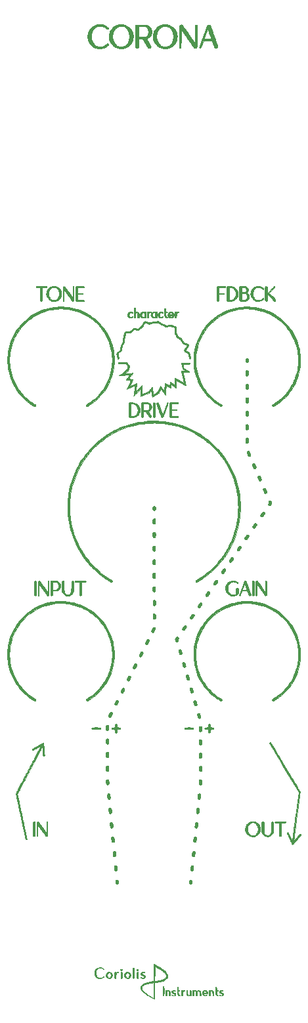
<source format=gto>
G04 #@! TF.GenerationSoftware,KiCad,Pcbnew,(5.0.2)-1*
G04 #@! TF.CreationDate,2019-04-06T19:17:51+02:00*
G04 #@! TF.ProjectId,Corona_panel,436f726f-6e61-45f7-9061-6e656c2e6b69,1*
G04 #@! TF.SameCoordinates,Original*
G04 #@! TF.FileFunction,Legend,Top*
G04 #@! TF.FilePolarity,Positive*
%FSLAX46Y46*%
G04 Gerber Fmt 4.6, Leading zero omitted, Abs format (unit mm)*
G04 Created by KiCad (PCBNEW (5.0.2)-1) date 6-4-2019 19:17:51*
%MOMM*%
%LPD*%
G01*
G04 APERTURE LIST*
%ADD10C,0.010000*%
G04 APERTURE END LIST*
D10*
G04 #@! TO.C,G_FSILK*
G36*
X27105770Y-1488884D02*
X27149632Y-1503128D01*
X27183559Y-1524329D01*
X27218780Y-1555416D01*
X27249604Y-1590381D01*
X27270337Y-1623212D01*
X27274743Y-1635219D01*
X27279032Y-1647917D01*
X27290126Y-1679296D01*
X27307587Y-1728150D01*
X27330980Y-1793271D01*
X27359868Y-1873451D01*
X27393814Y-1967483D01*
X27432381Y-2074158D01*
X27475133Y-2192271D01*
X27521634Y-2320612D01*
X27571446Y-2457974D01*
X27624133Y-2603150D01*
X27679258Y-2754933D01*
X27736385Y-2912114D01*
X27742246Y-2928233D01*
X27799645Y-3086177D01*
X27855135Y-3239032D01*
X27908276Y-3385574D01*
X27958626Y-3524577D01*
X28005742Y-3654819D01*
X28049184Y-3775073D01*
X28088510Y-3884116D01*
X28123278Y-3980723D01*
X28153047Y-4063669D01*
X28177375Y-4131730D01*
X28195820Y-4183682D01*
X28207942Y-4218300D01*
X28213298Y-4234359D01*
X28213428Y-4234833D01*
X28218247Y-4270789D01*
X28217490Y-4310229D01*
X28216878Y-4315186D01*
X28198123Y-4379828D01*
X28163698Y-4433282D01*
X28116857Y-4473845D01*
X28060854Y-4499815D01*
X27998941Y-4509489D01*
X27934372Y-4501166D01*
X27892145Y-4485115D01*
X27856896Y-4464562D01*
X27826725Y-4441310D01*
X27813958Y-4427747D01*
X27805671Y-4411576D01*
X27791126Y-4377722D01*
X27771194Y-4328430D01*
X27746750Y-4265948D01*
X27718665Y-4192521D01*
X27687813Y-4110394D01*
X27655067Y-4021813D01*
X27637964Y-3975003D01*
X27605060Y-3884614D01*
X27574225Y-3799973D01*
X27546249Y-3723243D01*
X27521920Y-3656586D01*
X27502031Y-3602168D01*
X27487369Y-3562150D01*
X27478725Y-3538696D01*
X27476840Y-3533687D01*
X27474141Y-3529560D01*
X27468416Y-3526094D01*
X27457954Y-3523233D01*
X27441044Y-3520921D01*
X27415974Y-3519100D01*
X27381031Y-3517714D01*
X27334505Y-3516706D01*
X27274683Y-3516020D01*
X27199855Y-3515598D01*
X27108307Y-3515384D01*
X26998328Y-3515321D01*
X26923013Y-3515332D01*
X26376458Y-3515497D01*
X26207125Y-3988871D01*
X26163304Y-4110470D01*
X26124442Y-4216446D01*
X26090825Y-4306056D01*
X26062741Y-4378559D01*
X26040478Y-4433215D01*
X26024321Y-4469283D01*
X26014559Y-4486020D01*
X26014460Y-4486122D01*
X25980764Y-4506749D01*
X25940513Y-4510900D01*
X25900037Y-4498891D01*
X25872935Y-4479064D01*
X25847413Y-4442649D01*
X25842000Y-4416143D01*
X25845582Y-4402437D01*
X25856043Y-4370063D01*
X25872954Y-4320221D01*
X25895890Y-4254108D01*
X25924420Y-4172923D01*
X25958117Y-4077865D01*
X25996554Y-3970131D01*
X26039303Y-3850921D01*
X26085935Y-3721432D01*
X26136023Y-3582863D01*
X26189139Y-3436413D01*
X26238459Y-3300854D01*
X26458503Y-3300854D01*
X26461336Y-3304133D01*
X26473512Y-3306859D01*
X26496550Y-3309074D01*
X26531968Y-3310822D01*
X26581285Y-3312146D01*
X26646019Y-3313091D01*
X26727689Y-3313698D01*
X26827813Y-3314013D01*
X26920367Y-3314083D01*
X27040003Y-3313928D01*
X27139693Y-3313441D01*
X27220654Y-3312592D01*
X27284105Y-3311347D01*
X27331263Y-3309676D01*
X27363346Y-3307546D01*
X27381573Y-3304925D01*
X27387166Y-3301879D01*
X27383653Y-3290013D01*
X27373527Y-3259992D01*
X27357403Y-3213556D01*
X27335899Y-3152444D01*
X27309632Y-3078393D01*
X27279219Y-2993144D01*
X27245277Y-2898435D01*
X27208423Y-2796004D01*
X27169274Y-2687590D01*
X27164652Y-2674816D01*
X27125153Y-2565670D01*
X27087711Y-2462209D01*
X27052962Y-2366188D01*
X27021540Y-2279359D01*
X26994079Y-2203478D01*
X26971216Y-2140298D01*
X26953583Y-2091573D01*
X26941816Y-2059056D01*
X26936550Y-2044502D01*
X26936399Y-2044083D01*
X26930405Y-2033520D01*
X26922807Y-2042312D01*
X26921810Y-2044083D01*
X26916685Y-2056610D01*
X26904952Y-2087267D01*
X26887261Y-2134302D01*
X26864262Y-2195962D01*
X26836606Y-2270494D01*
X26804943Y-2356145D01*
X26769922Y-2451164D01*
X26732195Y-2553796D01*
X26692411Y-2662289D01*
X26688199Y-2673791D01*
X26648327Y-2782680D01*
X26610557Y-2885819D01*
X26575529Y-2981466D01*
X26543879Y-3067879D01*
X26516246Y-3143317D01*
X26493268Y-3206037D01*
X26475583Y-3254298D01*
X26463829Y-3286357D01*
X26458644Y-3300472D01*
X26458503Y-3300854D01*
X26238459Y-3300854D01*
X26244854Y-3283279D01*
X26302742Y-3124660D01*
X26319371Y-3079183D01*
X26378320Y-2917994D01*
X26435637Y-2761186D01*
X26490859Y-2610029D01*
X26543525Y-2465791D01*
X26593171Y-2329741D01*
X26639336Y-2203146D01*
X26681558Y-2087277D01*
X26719374Y-1983402D01*
X26752322Y-1892788D01*
X26779940Y-1816706D01*
X26801766Y-1756423D01*
X26817336Y-1713209D01*
X26826190Y-1688331D01*
X26827165Y-1685518D01*
X26844334Y-1640340D01*
X26863046Y-1598739D01*
X26879939Y-1568012D01*
X26883965Y-1562247D01*
X26927004Y-1522301D01*
X26981861Y-1495971D01*
X27043220Y-1484437D01*
X27105770Y-1488884D01*
X27105770Y-1488884D01*
G37*
X27105770Y-1488884D02*
X27149632Y-1503128D01*
X27183559Y-1524329D01*
X27218780Y-1555416D01*
X27249604Y-1590381D01*
X27270337Y-1623212D01*
X27274743Y-1635219D01*
X27279032Y-1647917D01*
X27290126Y-1679296D01*
X27307587Y-1728150D01*
X27330980Y-1793271D01*
X27359868Y-1873451D01*
X27393814Y-1967483D01*
X27432381Y-2074158D01*
X27475133Y-2192271D01*
X27521634Y-2320612D01*
X27571446Y-2457974D01*
X27624133Y-2603150D01*
X27679258Y-2754933D01*
X27736385Y-2912114D01*
X27742246Y-2928233D01*
X27799645Y-3086177D01*
X27855135Y-3239032D01*
X27908276Y-3385574D01*
X27958626Y-3524577D01*
X28005742Y-3654819D01*
X28049184Y-3775073D01*
X28088510Y-3884116D01*
X28123278Y-3980723D01*
X28153047Y-4063669D01*
X28177375Y-4131730D01*
X28195820Y-4183682D01*
X28207942Y-4218300D01*
X28213298Y-4234359D01*
X28213428Y-4234833D01*
X28218247Y-4270789D01*
X28217490Y-4310229D01*
X28216878Y-4315186D01*
X28198123Y-4379828D01*
X28163698Y-4433282D01*
X28116857Y-4473845D01*
X28060854Y-4499815D01*
X27998941Y-4509489D01*
X27934372Y-4501166D01*
X27892145Y-4485115D01*
X27856896Y-4464562D01*
X27826725Y-4441310D01*
X27813958Y-4427747D01*
X27805671Y-4411576D01*
X27791126Y-4377722D01*
X27771194Y-4328430D01*
X27746750Y-4265948D01*
X27718665Y-4192521D01*
X27687813Y-4110394D01*
X27655067Y-4021813D01*
X27637964Y-3975003D01*
X27605060Y-3884614D01*
X27574225Y-3799973D01*
X27546249Y-3723243D01*
X27521920Y-3656586D01*
X27502031Y-3602168D01*
X27487369Y-3562150D01*
X27478725Y-3538696D01*
X27476840Y-3533687D01*
X27474141Y-3529560D01*
X27468416Y-3526094D01*
X27457954Y-3523233D01*
X27441044Y-3520921D01*
X27415974Y-3519100D01*
X27381031Y-3517714D01*
X27334505Y-3516706D01*
X27274683Y-3516020D01*
X27199855Y-3515598D01*
X27108307Y-3515384D01*
X26998328Y-3515321D01*
X26923013Y-3515332D01*
X26376458Y-3515497D01*
X26207125Y-3988871D01*
X26163304Y-4110470D01*
X26124442Y-4216446D01*
X26090825Y-4306056D01*
X26062741Y-4378559D01*
X26040478Y-4433215D01*
X26024321Y-4469283D01*
X26014559Y-4486020D01*
X26014460Y-4486122D01*
X25980764Y-4506749D01*
X25940513Y-4510900D01*
X25900037Y-4498891D01*
X25872935Y-4479064D01*
X25847413Y-4442649D01*
X25842000Y-4416143D01*
X25845582Y-4402437D01*
X25856043Y-4370063D01*
X25872954Y-4320221D01*
X25895890Y-4254108D01*
X25924420Y-4172923D01*
X25958117Y-4077865D01*
X25996554Y-3970131D01*
X26039303Y-3850921D01*
X26085935Y-3721432D01*
X26136023Y-3582863D01*
X26189139Y-3436413D01*
X26238459Y-3300854D01*
X26458503Y-3300854D01*
X26461336Y-3304133D01*
X26473512Y-3306859D01*
X26496550Y-3309074D01*
X26531968Y-3310822D01*
X26581285Y-3312146D01*
X26646019Y-3313091D01*
X26727689Y-3313698D01*
X26827813Y-3314013D01*
X26920367Y-3314083D01*
X27040003Y-3313928D01*
X27139693Y-3313441D01*
X27220654Y-3312592D01*
X27284105Y-3311347D01*
X27331263Y-3309676D01*
X27363346Y-3307546D01*
X27381573Y-3304925D01*
X27387166Y-3301879D01*
X27383653Y-3290013D01*
X27373527Y-3259992D01*
X27357403Y-3213556D01*
X27335899Y-3152444D01*
X27309632Y-3078393D01*
X27279219Y-2993144D01*
X27245277Y-2898435D01*
X27208423Y-2796004D01*
X27169274Y-2687590D01*
X27164652Y-2674816D01*
X27125153Y-2565670D01*
X27087711Y-2462209D01*
X27052962Y-2366188D01*
X27021540Y-2279359D01*
X26994079Y-2203478D01*
X26971216Y-2140298D01*
X26953583Y-2091573D01*
X26941816Y-2059056D01*
X26936550Y-2044502D01*
X26936399Y-2044083D01*
X26930405Y-2033520D01*
X26922807Y-2042312D01*
X26921810Y-2044083D01*
X26916685Y-2056610D01*
X26904952Y-2087267D01*
X26887261Y-2134302D01*
X26864262Y-2195962D01*
X26836606Y-2270494D01*
X26804943Y-2356145D01*
X26769922Y-2451164D01*
X26732195Y-2553796D01*
X26692411Y-2662289D01*
X26688199Y-2673791D01*
X26648327Y-2782680D01*
X26610557Y-2885819D01*
X26575529Y-2981466D01*
X26543879Y-3067879D01*
X26516246Y-3143317D01*
X26493268Y-3206037D01*
X26475583Y-3254298D01*
X26463829Y-3286357D01*
X26458644Y-3300472D01*
X26458503Y-3300854D01*
X26238459Y-3300854D01*
X26244854Y-3283279D01*
X26302742Y-3124660D01*
X26319371Y-3079183D01*
X26378320Y-2917994D01*
X26435637Y-2761186D01*
X26490859Y-2610029D01*
X26543525Y-2465791D01*
X26593171Y-2329741D01*
X26639336Y-2203146D01*
X26681558Y-2087277D01*
X26719374Y-1983402D01*
X26752322Y-1892788D01*
X26779940Y-1816706D01*
X26801766Y-1756423D01*
X26817336Y-1713209D01*
X26826190Y-1688331D01*
X26827165Y-1685518D01*
X26844334Y-1640340D01*
X26863046Y-1598739D01*
X26879939Y-1568012D01*
X26883965Y-1562247D01*
X26927004Y-1522301D01*
X26981861Y-1495971D01*
X27043220Y-1484437D01*
X27105770Y-1488884D01*
G36*
X23551945Y-1491267D02*
X23606684Y-1512865D01*
X23653539Y-1544016D01*
X23659803Y-1549762D01*
X23670073Y-1562448D01*
X23691732Y-1591434D01*
X23724037Y-1635675D01*
X23766243Y-1694127D01*
X23817609Y-1765743D01*
X23877391Y-1849479D01*
X23944846Y-1944290D01*
X24019230Y-2049131D01*
X24099802Y-2162957D01*
X24185817Y-2284723D01*
X24276533Y-2413384D01*
X24371206Y-2547894D01*
X24469094Y-2687209D01*
X24506509Y-2740520D01*
X25318125Y-3897333D01*
X25323416Y-2715790D01*
X25328708Y-1534246D01*
X25358402Y-1508706D01*
X25398475Y-1487078D01*
X25443017Y-1483580D01*
X25485578Y-1498214D01*
X25500097Y-1508707D01*
X25529791Y-1534248D01*
X25532554Y-2922664D01*
X25532934Y-3152475D01*
X25533118Y-3361364D01*
X25533104Y-3549578D01*
X25532890Y-3717359D01*
X25532476Y-3864954D01*
X25531859Y-3992607D01*
X25531039Y-4100562D01*
X25530013Y-4189065D01*
X25528781Y-4258359D01*
X25527341Y-4308691D01*
X25525692Y-4340303D01*
X25524171Y-4352471D01*
X25499053Y-4408884D01*
X25459621Y-4453452D01*
X25409616Y-4485375D01*
X25352777Y-4503855D01*
X25292846Y-4508096D01*
X25233562Y-4497298D01*
X25178666Y-4470664D01*
X25138117Y-4434828D01*
X25128275Y-4421846D01*
X25107075Y-4392547D01*
X25075255Y-4347984D01*
X25033557Y-4289208D01*
X24982718Y-4217271D01*
X24923480Y-4133224D01*
X24856581Y-4038120D01*
X24782762Y-3933010D01*
X24702762Y-3818946D01*
X24617320Y-3696981D01*
X24527177Y-3568164D01*
X24433072Y-3433550D01*
X24335744Y-3294189D01*
X24302125Y-3246018D01*
X23497791Y-2093370D01*
X23492500Y-3276144D01*
X23487208Y-4458919D01*
X23457514Y-4484459D01*
X23416897Y-4506813D01*
X23372927Y-4510100D01*
X23330970Y-4494518D01*
X23311769Y-4479064D01*
X23280833Y-4448128D01*
X23280833Y-3055265D01*
X23280820Y-2852116D01*
X23280808Y-2669048D01*
X23280838Y-2504972D01*
X23280951Y-2358803D01*
X23281186Y-2229455D01*
X23281586Y-2115840D01*
X23282191Y-2016872D01*
X23283041Y-1931464D01*
X23284177Y-1858530D01*
X23285640Y-1796983D01*
X23287470Y-1745737D01*
X23289708Y-1703704D01*
X23292396Y-1669799D01*
X23295573Y-1642934D01*
X23299281Y-1622023D01*
X23303559Y-1605980D01*
X23308449Y-1593718D01*
X23313992Y-1584149D01*
X23320228Y-1576188D01*
X23327198Y-1568749D01*
X23334943Y-1560743D01*
X23336900Y-1558639D01*
X23366996Y-1534316D01*
X23408325Y-1511127D01*
X23452508Y-1492966D01*
X23491161Y-1483729D01*
X23499106Y-1483270D01*
X23551945Y-1491267D01*
X23551945Y-1491267D01*
G37*
X23551945Y-1491267D02*
X23606684Y-1512865D01*
X23653539Y-1544016D01*
X23659803Y-1549762D01*
X23670073Y-1562448D01*
X23691732Y-1591434D01*
X23724037Y-1635675D01*
X23766243Y-1694127D01*
X23817609Y-1765743D01*
X23877391Y-1849479D01*
X23944846Y-1944290D01*
X24019230Y-2049131D01*
X24099802Y-2162957D01*
X24185817Y-2284723D01*
X24276533Y-2413384D01*
X24371206Y-2547894D01*
X24469094Y-2687209D01*
X24506509Y-2740520D01*
X25318125Y-3897333D01*
X25323416Y-2715790D01*
X25328708Y-1534246D01*
X25358402Y-1508706D01*
X25398475Y-1487078D01*
X25443017Y-1483580D01*
X25485578Y-1498214D01*
X25500097Y-1508707D01*
X25529791Y-1534248D01*
X25532554Y-2922664D01*
X25532934Y-3152475D01*
X25533118Y-3361364D01*
X25533104Y-3549578D01*
X25532890Y-3717359D01*
X25532476Y-3864954D01*
X25531859Y-3992607D01*
X25531039Y-4100562D01*
X25530013Y-4189065D01*
X25528781Y-4258359D01*
X25527341Y-4308691D01*
X25525692Y-4340303D01*
X25524171Y-4352471D01*
X25499053Y-4408884D01*
X25459621Y-4453452D01*
X25409616Y-4485375D01*
X25352777Y-4503855D01*
X25292846Y-4508096D01*
X25233562Y-4497298D01*
X25178666Y-4470664D01*
X25138117Y-4434828D01*
X25128275Y-4421846D01*
X25107075Y-4392547D01*
X25075255Y-4347984D01*
X25033557Y-4289208D01*
X24982718Y-4217271D01*
X24923480Y-4133224D01*
X24856581Y-4038120D01*
X24782762Y-3933010D01*
X24702762Y-3818946D01*
X24617320Y-3696981D01*
X24527177Y-3568164D01*
X24433072Y-3433550D01*
X24335744Y-3294189D01*
X24302125Y-3246018D01*
X23497791Y-2093370D01*
X23492500Y-3276144D01*
X23487208Y-4458919D01*
X23457514Y-4484459D01*
X23416897Y-4506813D01*
X23372927Y-4510100D01*
X23330970Y-4494518D01*
X23311769Y-4479064D01*
X23280833Y-4448128D01*
X23280833Y-3055265D01*
X23280820Y-2852116D01*
X23280808Y-2669048D01*
X23280838Y-2504972D01*
X23280951Y-2358803D01*
X23281186Y-2229455D01*
X23281586Y-2115840D01*
X23282191Y-2016872D01*
X23283041Y-1931464D01*
X23284177Y-1858530D01*
X23285640Y-1796983D01*
X23287470Y-1745737D01*
X23289708Y-1703704D01*
X23292396Y-1669799D01*
X23295573Y-1642934D01*
X23299281Y-1622023D01*
X23303559Y-1605980D01*
X23308449Y-1593718D01*
X23313992Y-1584149D01*
X23320228Y-1576188D01*
X23327198Y-1568749D01*
X23334943Y-1560743D01*
X23336900Y-1558639D01*
X23366996Y-1534316D01*
X23408325Y-1511127D01*
X23452508Y-1492966D01*
X23491161Y-1483729D01*
X23499106Y-1483270D01*
X23551945Y-1491267D01*
G36*
X18076327Y-1484061D02*
X18173937Y-1484358D01*
X18289793Y-1484869D01*
X18383907Y-1485336D01*
X18999875Y-1488458D01*
X19102736Y-1524082D01*
X19234661Y-1580369D01*
X19353461Y-1652864D01*
X19458224Y-1740590D01*
X19548037Y-1842570D01*
X19621986Y-1957828D01*
X19679158Y-2085387D01*
X19705448Y-2168982D01*
X19719829Y-2244354D01*
X19727319Y-2332155D01*
X19727931Y-2424810D01*
X19721680Y-2514740D01*
X19708579Y-2594367D01*
X19704635Y-2610291D01*
X19660342Y-2737155D01*
X19598146Y-2856477D01*
X19520039Y-2965809D01*
X19428012Y-3062703D01*
X19324055Y-3144710D01*
X19222125Y-3203676D01*
X19177369Y-3224494D01*
X19135888Y-3242057D01*
X19103800Y-3253850D01*
X19092479Y-3256945D01*
X19069184Y-3262634D01*
X19058208Y-3267359D01*
X19058083Y-3267718D01*
X19063227Y-3277366D01*
X19077988Y-3303561D01*
X19101354Y-3344544D01*
X19132314Y-3398557D01*
X19169860Y-3463839D01*
X19212979Y-3538634D01*
X19260662Y-3621180D01*
X19311899Y-3709720D01*
X19321412Y-3726142D01*
X19373758Y-3816761D01*
X19423117Y-3902725D01*
X19468411Y-3982121D01*
X19508564Y-4053035D01*
X19542496Y-4113555D01*
X19569131Y-4161768D01*
X19587390Y-4195760D01*
X19596197Y-4213619D01*
X19596578Y-4214617D01*
X19607890Y-4277351D01*
X19600400Y-4340233D01*
X19575996Y-4398939D01*
X19536566Y-4449146D01*
X19483998Y-4486532D01*
X19476215Y-4490262D01*
X19414131Y-4507649D01*
X19348998Y-4507133D01*
X19286512Y-4489647D01*
X19232367Y-4456123D01*
X19224560Y-4449049D01*
X19214132Y-4435021D01*
X19194203Y-4404294D01*
X19165779Y-4358543D01*
X19129862Y-4299444D01*
X19087458Y-4228674D01*
X19039571Y-4147910D01*
X18987203Y-4058826D01*
X18931361Y-3963101D01*
X18873047Y-3862410D01*
X18870019Y-3857161D01*
X18544791Y-3293351D01*
X18298729Y-3293134D01*
X18052666Y-3292916D01*
X18052666Y-3802334D01*
X18052443Y-3939199D01*
X18051767Y-4055512D01*
X18050622Y-4151883D01*
X18048996Y-4228923D01*
X18046876Y-4287242D01*
X18044248Y-4327450D01*
X18041098Y-4350157D01*
X18040586Y-4352072D01*
X18013052Y-4409626D01*
X17970656Y-4455776D01*
X17917384Y-4488755D01*
X17857221Y-4506793D01*
X17794151Y-4508123D01*
X17732160Y-4490976D01*
X17729875Y-4489935D01*
X17673029Y-4452469D01*
X17629553Y-4400458D01*
X17614019Y-4370110D01*
X17611586Y-4362540D01*
X17609401Y-4351367D01*
X17607452Y-4335498D01*
X17605725Y-4313839D01*
X17604209Y-4285295D01*
X17602888Y-4248772D01*
X17601751Y-4203175D01*
X17600784Y-4147412D01*
X17599974Y-4080387D01*
X17599309Y-4001006D01*
X17598774Y-3908176D01*
X17598357Y-3800801D01*
X17598045Y-3677788D01*
X17597825Y-3538043D01*
X17597683Y-3380471D01*
X17597607Y-3203978D01*
X17597593Y-3082357D01*
X18052666Y-3082357D01*
X18478645Y-3079157D01*
X18904625Y-3075958D01*
X18963992Y-3046803D01*
X19032335Y-3002123D01*
X19094930Y-2939271D01*
X19150388Y-2860787D01*
X19197317Y-2769213D01*
X19234327Y-2667090D01*
X19260028Y-2556958D01*
X19269384Y-2488669D01*
X19274157Y-2371909D01*
X19265467Y-2256804D01*
X19244347Y-2145860D01*
X19211826Y-2041584D01*
X19168935Y-1946480D01*
X19116705Y-1863057D01*
X19056168Y-1793818D01*
X18988352Y-1741272D01*
X18954548Y-1723188D01*
X18941393Y-1717428D01*
X18927816Y-1712694D01*
X18911656Y-1708868D01*
X18890753Y-1705830D01*
X18862945Y-1703463D01*
X18826070Y-1701647D01*
X18777967Y-1700263D01*
X18716475Y-1699193D01*
X18639432Y-1698318D01*
X18544676Y-1697519D01*
X18478645Y-1697028D01*
X18052666Y-1693931D01*
X18052666Y-3082357D01*
X17597593Y-3082357D01*
X17597583Y-3007470D01*
X17597583Y-2996583D01*
X17597604Y-2798994D01*
X17597678Y-2621478D01*
X17597816Y-2462940D01*
X17598031Y-2322287D01*
X17598338Y-2198423D01*
X17598749Y-2090254D01*
X17599278Y-1996688D01*
X17599936Y-1916628D01*
X17600738Y-1848982D01*
X17601696Y-1792655D01*
X17602824Y-1746552D01*
X17604135Y-1709580D01*
X17605641Y-1680644D01*
X17607356Y-1658650D01*
X17609293Y-1642505D01*
X17611465Y-1631113D01*
X17613885Y-1623381D01*
X17614019Y-1623055D01*
X17648783Y-1566172D01*
X17699576Y-1519772D01*
X17727740Y-1502888D01*
X17736893Y-1498535D01*
X17747200Y-1494854D01*
X17760371Y-1491797D01*
X17778116Y-1489320D01*
X17802143Y-1487376D01*
X17834161Y-1485920D01*
X17875879Y-1484906D01*
X17929007Y-1484289D01*
X17995253Y-1484022D01*
X18076327Y-1484061D01*
X18076327Y-1484061D01*
G37*
X18076327Y-1484061D02*
X18173937Y-1484358D01*
X18289793Y-1484869D01*
X18383907Y-1485336D01*
X18999875Y-1488458D01*
X19102736Y-1524082D01*
X19234661Y-1580369D01*
X19353461Y-1652864D01*
X19458224Y-1740590D01*
X19548037Y-1842570D01*
X19621986Y-1957828D01*
X19679158Y-2085387D01*
X19705448Y-2168982D01*
X19719829Y-2244354D01*
X19727319Y-2332155D01*
X19727931Y-2424810D01*
X19721680Y-2514740D01*
X19708579Y-2594367D01*
X19704635Y-2610291D01*
X19660342Y-2737155D01*
X19598146Y-2856477D01*
X19520039Y-2965809D01*
X19428012Y-3062703D01*
X19324055Y-3144710D01*
X19222125Y-3203676D01*
X19177369Y-3224494D01*
X19135888Y-3242057D01*
X19103800Y-3253850D01*
X19092479Y-3256945D01*
X19069184Y-3262634D01*
X19058208Y-3267359D01*
X19058083Y-3267718D01*
X19063227Y-3277366D01*
X19077988Y-3303561D01*
X19101354Y-3344544D01*
X19132314Y-3398557D01*
X19169860Y-3463839D01*
X19212979Y-3538634D01*
X19260662Y-3621180D01*
X19311899Y-3709720D01*
X19321412Y-3726142D01*
X19373758Y-3816761D01*
X19423117Y-3902725D01*
X19468411Y-3982121D01*
X19508564Y-4053035D01*
X19542496Y-4113555D01*
X19569131Y-4161768D01*
X19587390Y-4195760D01*
X19596197Y-4213619D01*
X19596578Y-4214617D01*
X19607890Y-4277351D01*
X19600400Y-4340233D01*
X19575996Y-4398939D01*
X19536566Y-4449146D01*
X19483998Y-4486532D01*
X19476215Y-4490262D01*
X19414131Y-4507649D01*
X19348998Y-4507133D01*
X19286512Y-4489647D01*
X19232367Y-4456123D01*
X19224560Y-4449049D01*
X19214132Y-4435021D01*
X19194203Y-4404294D01*
X19165779Y-4358543D01*
X19129862Y-4299444D01*
X19087458Y-4228674D01*
X19039571Y-4147910D01*
X18987203Y-4058826D01*
X18931361Y-3963101D01*
X18873047Y-3862410D01*
X18870019Y-3857161D01*
X18544791Y-3293351D01*
X18298729Y-3293134D01*
X18052666Y-3292916D01*
X18052666Y-3802334D01*
X18052443Y-3939199D01*
X18051767Y-4055512D01*
X18050622Y-4151883D01*
X18048996Y-4228923D01*
X18046876Y-4287242D01*
X18044248Y-4327450D01*
X18041098Y-4350157D01*
X18040586Y-4352072D01*
X18013052Y-4409626D01*
X17970656Y-4455776D01*
X17917384Y-4488755D01*
X17857221Y-4506793D01*
X17794151Y-4508123D01*
X17732160Y-4490976D01*
X17729875Y-4489935D01*
X17673029Y-4452469D01*
X17629553Y-4400458D01*
X17614019Y-4370110D01*
X17611586Y-4362540D01*
X17609401Y-4351367D01*
X17607452Y-4335498D01*
X17605725Y-4313839D01*
X17604209Y-4285295D01*
X17602888Y-4248772D01*
X17601751Y-4203175D01*
X17600784Y-4147412D01*
X17599974Y-4080387D01*
X17599309Y-4001006D01*
X17598774Y-3908176D01*
X17598357Y-3800801D01*
X17598045Y-3677788D01*
X17597825Y-3538043D01*
X17597683Y-3380471D01*
X17597607Y-3203978D01*
X17597593Y-3082357D01*
X18052666Y-3082357D01*
X18478645Y-3079157D01*
X18904625Y-3075958D01*
X18963992Y-3046803D01*
X19032335Y-3002123D01*
X19094930Y-2939271D01*
X19150388Y-2860787D01*
X19197317Y-2769213D01*
X19234327Y-2667090D01*
X19260028Y-2556958D01*
X19269384Y-2488669D01*
X19274157Y-2371909D01*
X19265467Y-2256804D01*
X19244347Y-2145860D01*
X19211826Y-2041584D01*
X19168935Y-1946480D01*
X19116705Y-1863057D01*
X19056168Y-1793818D01*
X18988352Y-1741272D01*
X18954548Y-1723188D01*
X18941393Y-1717428D01*
X18927816Y-1712694D01*
X18911656Y-1708868D01*
X18890753Y-1705830D01*
X18862945Y-1703463D01*
X18826070Y-1701647D01*
X18777967Y-1700263D01*
X18716475Y-1699193D01*
X18639432Y-1698318D01*
X18544676Y-1697519D01*
X18478645Y-1697028D01*
X18052666Y-1693931D01*
X18052666Y-3082357D01*
X17597593Y-3082357D01*
X17597583Y-3007470D01*
X17597583Y-2996583D01*
X17597604Y-2798994D01*
X17597678Y-2621478D01*
X17597816Y-2462940D01*
X17598031Y-2322287D01*
X17598338Y-2198423D01*
X17598749Y-2090254D01*
X17599278Y-1996688D01*
X17599936Y-1916628D01*
X17600738Y-1848982D01*
X17601696Y-1792655D01*
X17602824Y-1746552D01*
X17604135Y-1709580D01*
X17605641Y-1680644D01*
X17607356Y-1658650D01*
X17609293Y-1642505D01*
X17611465Y-1631113D01*
X17613885Y-1623381D01*
X17614019Y-1623055D01*
X17648783Y-1566172D01*
X17699576Y-1519772D01*
X17727740Y-1502888D01*
X17736893Y-1498535D01*
X17747200Y-1494854D01*
X17760371Y-1491797D01*
X17778116Y-1489320D01*
X17802143Y-1487376D01*
X17834161Y-1485920D01*
X17875879Y-1484906D01*
X17929007Y-1484289D01*
X17995253Y-1484022D01*
X18076327Y-1484061D01*
G36*
X21613954Y-1449772D02*
X21719929Y-1465069D01*
X21826220Y-1489857D01*
X21899708Y-1511799D01*
X22066012Y-1575114D01*
X22220614Y-1654984D01*
X22365459Y-1752607D01*
X22502494Y-1869181D01*
X22540398Y-1906050D01*
X22660427Y-2039475D01*
X22761662Y-2181243D01*
X22844894Y-2332817D01*
X22910916Y-2495665D01*
X22960518Y-2671251D01*
X22965343Y-2692964D01*
X22978177Y-2772197D01*
X22986443Y-2865910D01*
X22990142Y-2967915D01*
X22989276Y-3072025D01*
X22983849Y-3172052D01*
X22973862Y-3261808D01*
X22965125Y-3310785D01*
X22916782Y-3488477D01*
X22850004Y-3655843D01*
X22764608Y-3813220D01*
X22660410Y-3960947D01*
X22537228Y-4099361D01*
X22534617Y-4101988D01*
X22399872Y-4223589D01*
X22256012Y-4326528D01*
X22101861Y-4411460D01*
X21936242Y-4479036D01*
X21767416Y-4527703D01*
X21718689Y-4538306D01*
X21672453Y-4545987D01*
X21623162Y-4551303D01*
X21565271Y-4554814D01*
X21493234Y-4557078D01*
X21471083Y-4557539D01*
X21408248Y-4558445D01*
X21350734Y-4558711D01*
X21302744Y-4558360D01*
X21268483Y-4557417D01*
X21254125Y-4556305D01*
X21095550Y-4527045D01*
X20952114Y-4488805D01*
X20819055Y-4439826D01*
X20691615Y-4378348D01*
X20565032Y-4302609D01*
X20560916Y-4299913D01*
X20500402Y-4255501D01*
X20432362Y-4197791D01*
X20361056Y-4131067D01*
X20290748Y-4059610D01*
X20225700Y-3987703D01*
X20170173Y-3919628D01*
X20138651Y-3875644D01*
X20047768Y-3722878D01*
X19976201Y-3566457D01*
X19922109Y-3402076D01*
X19903046Y-3324666D01*
X19894146Y-3282049D01*
X19887630Y-3242782D01*
X19883145Y-3202237D01*
X19880334Y-3155783D01*
X19878842Y-3098789D01*
X19878453Y-3045537D01*
X20343490Y-3045537D01*
X20346922Y-3143962D01*
X20354333Y-3233589D01*
X20363757Y-3298208D01*
X20405827Y-3470508D01*
X20465362Y-3631806D01*
X20542005Y-3781386D01*
X20635397Y-3918530D01*
X20725742Y-4022782D01*
X20835834Y-4124977D01*
X20950560Y-4207252D01*
X21071999Y-4270700D01*
X21202230Y-4316412D01*
X21338791Y-4344823D01*
X21381723Y-4347685D01*
X21438626Y-4346716D01*
X21502759Y-4342456D01*
X21567383Y-4335442D01*
X21625757Y-4326211D01*
X21656369Y-4319480D01*
X21781274Y-4276938D01*
X21902299Y-4214955D01*
X22017499Y-4135169D01*
X22124929Y-4039216D01*
X22222644Y-3928734D01*
X22308700Y-3805361D01*
X22347788Y-3737416D01*
X22418328Y-3584881D01*
X22470970Y-3425373D01*
X22505946Y-3260982D01*
X22523493Y-3093795D01*
X22523843Y-2925901D01*
X22507231Y-2759387D01*
X22473893Y-2596343D01*
X22424061Y-2438855D01*
X22357970Y-2289013D01*
X22275855Y-2148904D01*
X22177949Y-2020617D01*
X22151894Y-1991566D01*
X22044788Y-1889443D01*
X21930017Y-1805268D01*
X21809123Y-1739368D01*
X21683649Y-1692069D01*
X21555139Y-1663698D01*
X21425136Y-1654582D01*
X21295182Y-1665046D01*
X21166822Y-1695419D01*
X21041598Y-1746025D01*
X21026845Y-1753479D01*
X20896456Y-1832602D01*
X20777442Y-1928936D01*
X20670597Y-2041359D01*
X20576718Y-2168748D01*
X20496600Y-2309981D01*
X20431036Y-2463936D01*
X20380824Y-2629490D01*
X20368630Y-2682381D01*
X20356609Y-2756736D01*
X20348381Y-2845998D01*
X20343992Y-2944240D01*
X20343490Y-3045537D01*
X19878453Y-3045537D01*
X19878314Y-3026625D01*
X19878291Y-3001875D01*
X19878806Y-2917660D01*
X19880524Y-2850461D01*
X19883709Y-2796148D01*
X19888623Y-2750592D01*
X19895528Y-2709661D01*
X19897472Y-2700250D01*
X19945832Y-2521279D01*
X20012018Y-2352185D01*
X20095102Y-2194021D01*
X20194159Y-2047842D01*
X20308261Y-1914701D01*
X20436481Y-1795653D01*
X20577892Y-1691751D01*
X20731567Y-1604050D01*
X20896581Y-1533604D01*
X20935023Y-1520291D01*
X21018787Y-1494021D01*
X21093292Y-1474635D01*
X21165336Y-1460957D01*
X21241715Y-1451814D01*
X21329226Y-1446031D01*
X21375833Y-1444151D01*
X21501515Y-1443091D01*
X21613954Y-1449772D01*
X21613954Y-1449772D01*
G37*
X21613954Y-1449772D02*
X21719929Y-1465069D01*
X21826220Y-1489857D01*
X21899708Y-1511799D01*
X22066012Y-1575114D01*
X22220614Y-1654984D01*
X22365459Y-1752607D01*
X22502494Y-1869181D01*
X22540398Y-1906050D01*
X22660427Y-2039475D01*
X22761662Y-2181243D01*
X22844894Y-2332817D01*
X22910916Y-2495665D01*
X22960518Y-2671251D01*
X22965343Y-2692964D01*
X22978177Y-2772197D01*
X22986443Y-2865910D01*
X22990142Y-2967915D01*
X22989276Y-3072025D01*
X22983849Y-3172052D01*
X22973862Y-3261808D01*
X22965125Y-3310785D01*
X22916782Y-3488477D01*
X22850004Y-3655843D01*
X22764608Y-3813220D01*
X22660410Y-3960947D01*
X22537228Y-4099361D01*
X22534617Y-4101988D01*
X22399872Y-4223589D01*
X22256012Y-4326528D01*
X22101861Y-4411460D01*
X21936242Y-4479036D01*
X21767416Y-4527703D01*
X21718689Y-4538306D01*
X21672453Y-4545987D01*
X21623162Y-4551303D01*
X21565271Y-4554814D01*
X21493234Y-4557078D01*
X21471083Y-4557539D01*
X21408248Y-4558445D01*
X21350734Y-4558711D01*
X21302744Y-4558360D01*
X21268483Y-4557417D01*
X21254125Y-4556305D01*
X21095550Y-4527045D01*
X20952114Y-4488805D01*
X20819055Y-4439826D01*
X20691615Y-4378348D01*
X20565032Y-4302609D01*
X20560916Y-4299913D01*
X20500402Y-4255501D01*
X20432362Y-4197791D01*
X20361056Y-4131067D01*
X20290748Y-4059610D01*
X20225700Y-3987703D01*
X20170173Y-3919628D01*
X20138651Y-3875644D01*
X20047768Y-3722878D01*
X19976201Y-3566457D01*
X19922109Y-3402076D01*
X19903046Y-3324666D01*
X19894146Y-3282049D01*
X19887630Y-3242782D01*
X19883145Y-3202237D01*
X19880334Y-3155783D01*
X19878842Y-3098789D01*
X19878453Y-3045537D01*
X20343490Y-3045537D01*
X20346922Y-3143962D01*
X20354333Y-3233589D01*
X20363757Y-3298208D01*
X20405827Y-3470508D01*
X20465362Y-3631806D01*
X20542005Y-3781386D01*
X20635397Y-3918530D01*
X20725742Y-4022782D01*
X20835834Y-4124977D01*
X20950560Y-4207252D01*
X21071999Y-4270700D01*
X21202230Y-4316412D01*
X21338791Y-4344823D01*
X21381723Y-4347685D01*
X21438626Y-4346716D01*
X21502759Y-4342456D01*
X21567383Y-4335442D01*
X21625757Y-4326211D01*
X21656369Y-4319480D01*
X21781274Y-4276938D01*
X21902299Y-4214955D01*
X22017499Y-4135169D01*
X22124929Y-4039216D01*
X22222644Y-3928734D01*
X22308700Y-3805361D01*
X22347788Y-3737416D01*
X22418328Y-3584881D01*
X22470970Y-3425373D01*
X22505946Y-3260982D01*
X22523493Y-3093795D01*
X22523843Y-2925901D01*
X22507231Y-2759387D01*
X22473893Y-2596343D01*
X22424061Y-2438855D01*
X22357970Y-2289013D01*
X22275855Y-2148904D01*
X22177949Y-2020617D01*
X22151894Y-1991566D01*
X22044788Y-1889443D01*
X21930017Y-1805268D01*
X21809123Y-1739368D01*
X21683649Y-1692069D01*
X21555139Y-1663698D01*
X21425136Y-1654582D01*
X21295182Y-1665046D01*
X21166822Y-1695419D01*
X21041598Y-1746025D01*
X21026845Y-1753479D01*
X20896456Y-1832602D01*
X20777442Y-1928936D01*
X20670597Y-2041359D01*
X20576718Y-2168748D01*
X20496600Y-2309981D01*
X20431036Y-2463936D01*
X20380824Y-2629490D01*
X20368630Y-2682381D01*
X20356609Y-2756736D01*
X20348381Y-2845998D01*
X20343992Y-2944240D01*
X20343490Y-3045537D01*
X19878453Y-3045537D01*
X19878314Y-3026625D01*
X19878291Y-3001875D01*
X19878806Y-2917660D01*
X19880524Y-2850461D01*
X19883709Y-2796148D01*
X19888623Y-2750592D01*
X19895528Y-2709661D01*
X19897472Y-2700250D01*
X19945832Y-2521279D01*
X20012018Y-2352185D01*
X20095102Y-2194021D01*
X20194159Y-2047842D01*
X20308261Y-1914701D01*
X20436481Y-1795653D01*
X20577892Y-1691751D01*
X20731567Y-1604050D01*
X20896581Y-1533604D01*
X20935023Y-1520291D01*
X21018787Y-1494021D01*
X21093292Y-1474635D01*
X21165336Y-1460957D01*
X21241715Y-1451814D01*
X21329226Y-1446031D01*
X21375833Y-1444151D01*
X21501515Y-1443091D01*
X21613954Y-1449772D01*
G36*
X15941287Y-1449772D02*
X16047263Y-1465069D01*
X16153554Y-1489857D01*
X16227041Y-1511799D01*
X16393345Y-1575114D01*
X16547947Y-1654984D01*
X16692792Y-1752607D01*
X16829827Y-1869181D01*
X16867732Y-1906050D01*
X16987853Y-2039596D01*
X17089160Y-2181510D01*
X17172427Y-2333229D01*
X17238430Y-2496190D01*
X17287947Y-2671830D01*
X17292632Y-2692964D01*
X17301425Y-2737330D01*
X17307758Y-2779653D01*
X17312000Y-2824842D01*
X17314520Y-2877805D01*
X17315688Y-2943449D01*
X17315900Y-3001875D01*
X17315481Y-3079807D01*
X17313980Y-3141493D01*
X17311025Y-3191840D01*
X17306248Y-3235757D01*
X17299279Y-3278151D01*
X17292632Y-3310785D01*
X17243972Y-3488911D01*
X17177062Y-3656398D01*
X17091654Y-3813699D01*
X16987500Y-3961272D01*
X16864353Y-4099571D01*
X16861950Y-4101988D01*
X16727205Y-4223589D01*
X16583346Y-4326528D01*
X16429194Y-4411460D01*
X16263575Y-4479036D01*
X16094750Y-4527703D01*
X16046023Y-4538306D01*
X15999786Y-4545987D01*
X15950495Y-4551303D01*
X15892604Y-4554814D01*
X15820567Y-4557078D01*
X15798416Y-4557539D01*
X15735581Y-4558445D01*
X15678067Y-4558711D01*
X15630078Y-4558360D01*
X15595816Y-4557417D01*
X15581458Y-4556305D01*
X15422884Y-4527045D01*
X15279447Y-4488805D01*
X15146389Y-4439826D01*
X15018948Y-4378348D01*
X14892366Y-4302609D01*
X14888250Y-4299913D01*
X14827736Y-4255501D01*
X14759695Y-4197791D01*
X14688390Y-4131067D01*
X14618082Y-4059610D01*
X14553033Y-3987703D01*
X14497507Y-3919628D01*
X14465984Y-3875644D01*
X14375101Y-3722878D01*
X14303534Y-3566457D01*
X14249442Y-3402076D01*
X14230379Y-3324666D01*
X14221479Y-3282049D01*
X14214964Y-3242782D01*
X14210478Y-3202237D01*
X14207667Y-3155783D01*
X14206175Y-3098789D01*
X14205789Y-3045796D01*
X14670825Y-3045796D01*
X14674278Y-3144237D01*
X14681719Y-3233848D01*
X14691132Y-3298208D01*
X14733464Y-3471751D01*
X14793110Y-3633420D01*
X14869947Y-3782967D01*
X14963851Y-3920143D01*
X15053075Y-4022782D01*
X15163167Y-4124977D01*
X15277893Y-4207252D01*
X15399332Y-4270700D01*
X15529564Y-4316412D01*
X15666125Y-4344823D01*
X15709056Y-4347685D01*
X15765959Y-4346716D01*
X15830093Y-4342456D01*
X15894717Y-4335442D01*
X15953091Y-4326211D01*
X15983702Y-4319480D01*
X16108607Y-4276938D01*
X16229632Y-4214955D01*
X16344832Y-4135169D01*
X16452262Y-4039216D01*
X16549977Y-3928734D01*
X16636033Y-3805361D01*
X16675121Y-3737416D01*
X16746004Y-3584177D01*
X16798829Y-3424114D01*
X16833836Y-3259283D01*
X16851260Y-3091744D01*
X16851340Y-2923554D01*
X16834312Y-2756771D01*
X16800416Y-2593454D01*
X16749887Y-2435659D01*
X16682963Y-2285445D01*
X16599882Y-2144870D01*
X16500880Y-2015991D01*
X16472946Y-1985064D01*
X16365914Y-1884041D01*
X16251112Y-1800961D01*
X16130118Y-1736151D01*
X16004510Y-1689938D01*
X15875865Y-1662648D01*
X15745761Y-1654608D01*
X15615774Y-1666144D01*
X15487484Y-1697583D01*
X15362466Y-1749251D01*
X15354179Y-1753479D01*
X15223790Y-1832602D01*
X15104775Y-1928936D01*
X14997931Y-2041359D01*
X14904052Y-2168748D01*
X14823933Y-2309981D01*
X14758370Y-2463936D01*
X14708158Y-2629490D01*
X14695964Y-2682381D01*
X14683929Y-2756818D01*
X14675697Y-2846155D01*
X14671313Y-2944458D01*
X14670825Y-3045796D01*
X14205789Y-3045796D01*
X14205648Y-3026625D01*
X14205625Y-3001875D01*
X14206139Y-2917660D01*
X14207857Y-2850461D01*
X14211042Y-2796148D01*
X14215956Y-2750592D01*
X14222862Y-2709661D01*
X14224805Y-2700250D01*
X14273165Y-2521279D01*
X14339351Y-2352185D01*
X14422436Y-2194021D01*
X14521492Y-2047842D01*
X14635594Y-1914701D01*
X14763814Y-1795653D01*
X14905225Y-1691751D01*
X15058901Y-1604050D01*
X15223914Y-1533604D01*
X15262356Y-1520291D01*
X15346120Y-1494021D01*
X15420625Y-1474635D01*
X15492669Y-1460957D01*
X15569048Y-1451814D01*
X15656559Y-1446031D01*
X15703166Y-1444151D01*
X15828848Y-1443091D01*
X15941287Y-1449772D01*
X15941287Y-1449772D01*
G37*
X15941287Y-1449772D02*
X16047263Y-1465069D01*
X16153554Y-1489857D01*
X16227041Y-1511799D01*
X16393345Y-1575114D01*
X16547947Y-1654984D01*
X16692792Y-1752607D01*
X16829827Y-1869181D01*
X16867732Y-1906050D01*
X16987853Y-2039596D01*
X17089160Y-2181510D01*
X17172427Y-2333229D01*
X17238430Y-2496190D01*
X17287947Y-2671830D01*
X17292632Y-2692964D01*
X17301425Y-2737330D01*
X17307758Y-2779653D01*
X17312000Y-2824842D01*
X17314520Y-2877805D01*
X17315688Y-2943449D01*
X17315900Y-3001875D01*
X17315481Y-3079807D01*
X17313980Y-3141493D01*
X17311025Y-3191840D01*
X17306248Y-3235757D01*
X17299279Y-3278151D01*
X17292632Y-3310785D01*
X17243972Y-3488911D01*
X17177062Y-3656398D01*
X17091654Y-3813699D01*
X16987500Y-3961272D01*
X16864353Y-4099571D01*
X16861950Y-4101988D01*
X16727205Y-4223589D01*
X16583346Y-4326528D01*
X16429194Y-4411460D01*
X16263575Y-4479036D01*
X16094750Y-4527703D01*
X16046023Y-4538306D01*
X15999786Y-4545987D01*
X15950495Y-4551303D01*
X15892604Y-4554814D01*
X15820567Y-4557078D01*
X15798416Y-4557539D01*
X15735581Y-4558445D01*
X15678067Y-4558711D01*
X15630078Y-4558360D01*
X15595816Y-4557417D01*
X15581458Y-4556305D01*
X15422884Y-4527045D01*
X15279447Y-4488805D01*
X15146389Y-4439826D01*
X15018948Y-4378348D01*
X14892366Y-4302609D01*
X14888250Y-4299913D01*
X14827736Y-4255501D01*
X14759695Y-4197791D01*
X14688390Y-4131067D01*
X14618082Y-4059610D01*
X14553033Y-3987703D01*
X14497507Y-3919628D01*
X14465984Y-3875644D01*
X14375101Y-3722878D01*
X14303534Y-3566457D01*
X14249442Y-3402076D01*
X14230379Y-3324666D01*
X14221479Y-3282049D01*
X14214964Y-3242782D01*
X14210478Y-3202237D01*
X14207667Y-3155783D01*
X14206175Y-3098789D01*
X14205789Y-3045796D01*
X14670825Y-3045796D01*
X14674278Y-3144237D01*
X14681719Y-3233848D01*
X14691132Y-3298208D01*
X14733464Y-3471751D01*
X14793110Y-3633420D01*
X14869947Y-3782967D01*
X14963851Y-3920143D01*
X15053075Y-4022782D01*
X15163167Y-4124977D01*
X15277893Y-4207252D01*
X15399332Y-4270700D01*
X15529564Y-4316412D01*
X15666125Y-4344823D01*
X15709056Y-4347685D01*
X15765959Y-4346716D01*
X15830093Y-4342456D01*
X15894717Y-4335442D01*
X15953091Y-4326211D01*
X15983702Y-4319480D01*
X16108607Y-4276938D01*
X16229632Y-4214955D01*
X16344832Y-4135169D01*
X16452262Y-4039216D01*
X16549977Y-3928734D01*
X16636033Y-3805361D01*
X16675121Y-3737416D01*
X16746004Y-3584177D01*
X16798829Y-3424114D01*
X16833836Y-3259283D01*
X16851260Y-3091744D01*
X16851340Y-2923554D01*
X16834312Y-2756771D01*
X16800416Y-2593454D01*
X16749887Y-2435659D01*
X16682963Y-2285445D01*
X16599882Y-2144870D01*
X16500880Y-2015991D01*
X16472946Y-1985064D01*
X16365914Y-1884041D01*
X16251112Y-1800961D01*
X16130118Y-1736151D01*
X16004510Y-1689938D01*
X15875865Y-1662648D01*
X15745761Y-1654608D01*
X15615774Y-1666144D01*
X15487484Y-1697583D01*
X15362466Y-1749251D01*
X15354179Y-1753479D01*
X15223790Y-1832602D01*
X15104775Y-1928936D01*
X14997931Y-2041359D01*
X14904052Y-2168748D01*
X14823933Y-2309981D01*
X14758370Y-2463936D01*
X14708158Y-2629490D01*
X14695964Y-2682381D01*
X14683929Y-2756818D01*
X14675697Y-2846155D01*
X14671313Y-2944458D01*
X14670825Y-3045796D01*
X14205789Y-3045796D01*
X14205648Y-3026625D01*
X14205625Y-3001875D01*
X14206139Y-2917660D01*
X14207857Y-2850461D01*
X14211042Y-2796148D01*
X14215956Y-2750592D01*
X14222862Y-2709661D01*
X14224805Y-2700250D01*
X14273165Y-2521279D01*
X14339351Y-2352185D01*
X14422436Y-2194021D01*
X14521492Y-2047842D01*
X14635594Y-1914701D01*
X14763814Y-1795653D01*
X14905225Y-1691751D01*
X15058901Y-1604050D01*
X15223914Y-1533604D01*
X15262356Y-1520291D01*
X15346120Y-1494021D01*
X15420625Y-1474635D01*
X15492669Y-1460957D01*
X15569048Y-1451814D01*
X15656559Y-1446031D01*
X15703166Y-1444151D01*
X15828848Y-1443091D01*
X15941287Y-1449772D01*
G36*
X13091269Y-1446860D02*
X13150885Y-1447888D01*
X13198359Y-1449969D01*
X13238204Y-1453484D01*
X13274931Y-1458818D01*
X13313052Y-1466351D01*
X13350756Y-1474967D01*
X13527930Y-1527540D01*
X13697054Y-1599284D01*
X13856545Y-1689389D01*
X14004823Y-1797041D01*
X14046875Y-1832630D01*
X14087272Y-1869615D01*
X14113508Y-1898767D01*
X14128501Y-1924754D01*
X14135170Y-1952245D01*
X14136458Y-1975941D01*
X14128053Y-2020667D01*
X14103815Y-2053234D01*
X14066525Y-2071567D01*
X14018960Y-2073589D01*
X14008153Y-2071793D01*
X13982815Y-2060558D01*
X13948425Y-2036788D01*
X13909876Y-2003871D01*
X13909148Y-2003191D01*
X13788181Y-1904286D01*
X13653065Y-1820078D01*
X13505795Y-1751581D01*
X13348368Y-1699806D01*
X13276764Y-1682662D01*
X13192586Y-1668886D01*
X13100110Y-1660825D01*
X13005345Y-1658489D01*
X12914299Y-1661884D01*
X12832982Y-1671019D01*
X12780731Y-1681983D01*
X12656559Y-1726239D01*
X12534990Y-1790401D01*
X12418165Y-1873211D01*
X12343898Y-1938231D01*
X12235873Y-2054994D01*
X12141544Y-2186806D01*
X12061938Y-2331755D01*
X11998088Y-2487929D01*
X11951021Y-2653419D01*
X11945881Y-2676977D01*
X11932463Y-2758485D01*
X11922817Y-2853513D01*
X11917256Y-2954698D01*
X11916090Y-3054679D01*
X11919629Y-3146093D01*
X11924071Y-3193194D01*
X11955097Y-3370578D01*
X12003405Y-3537228D01*
X12068640Y-3692385D01*
X12150444Y-3835287D01*
X12248461Y-3965176D01*
X12324430Y-4045911D01*
X12432648Y-4141773D01*
X12540753Y-4217742D01*
X12651364Y-4274919D01*
X12767098Y-4314400D01*
X12890571Y-4337285D01*
X13024401Y-4344672D01*
X13036166Y-4344622D01*
X13204626Y-4333178D01*
X13365879Y-4301883D01*
X13519506Y-4250903D01*
X13665089Y-4180404D01*
X13802209Y-4090554D01*
X13918149Y-3993174D01*
X13990507Y-3925400D01*
X14044476Y-3930586D01*
X14090616Y-3940744D01*
X14119790Y-3962191D01*
X14134252Y-3997351D01*
X14136833Y-4029867D01*
X14134700Y-4058998D01*
X14125866Y-4082717D01*
X14106676Y-4108789D01*
X14091930Y-4125269D01*
X14046213Y-4169274D01*
X13986266Y-4218755D01*
X13917021Y-4270199D01*
X13843409Y-4320092D01*
X13770363Y-4364917D01*
X13709103Y-4398063D01*
X13587774Y-4453421D01*
X13469911Y-4495936D01*
X13345556Y-4529129D01*
X13327208Y-4533202D01*
X13262181Y-4543947D01*
X13182095Y-4551984D01*
X13092902Y-4557169D01*
X13000554Y-4559356D01*
X12911001Y-4558400D01*
X12830197Y-4554158D01*
X12766291Y-4546845D01*
X12587481Y-4507941D01*
X12418902Y-4450570D01*
X12260161Y-4374527D01*
X12110865Y-4279604D01*
X11970623Y-4165596D01*
X11886824Y-4083962D01*
X11766433Y-3944739D01*
X11665455Y-3797548D01*
X11583254Y-3641205D01*
X11519193Y-3474525D01*
X11478712Y-3324666D01*
X11469812Y-3282049D01*
X11463297Y-3242782D01*
X11458811Y-3202237D01*
X11456000Y-3155783D01*
X11454509Y-3098789D01*
X11453981Y-3026625D01*
X11453958Y-3001875D01*
X11454789Y-2907640D01*
X11457821Y-2829148D01*
X11463858Y-2761017D01*
X11473708Y-2697869D01*
X11488175Y-2634325D01*
X11508066Y-2565004D01*
X11529251Y-2499290D01*
X11594994Y-2334991D01*
X11679854Y-2178919D01*
X11782856Y-2032641D01*
X11903026Y-1897723D01*
X11904291Y-1896457D01*
X12039089Y-1776123D01*
X12185263Y-1672947D01*
X12341246Y-1587905D01*
X12505472Y-1521969D01*
X12507123Y-1521418D01*
X12584075Y-1496771D01*
X12650882Y-1478054D01*
X12712757Y-1464497D01*
X12774915Y-1455333D01*
X12842569Y-1449792D01*
X12920933Y-1447105D01*
X13015000Y-1446503D01*
X13091269Y-1446860D01*
X13091269Y-1446860D01*
G37*
X13091269Y-1446860D02*
X13150885Y-1447888D01*
X13198359Y-1449969D01*
X13238204Y-1453484D01*
X13274931Y-1458818D01*
X13313052Y-1466351D01*
X13350756Y-1474967D01*
X13527930Y-1527540D01*
X13697054Y-1599284D01*
X13856545Y-1689389D01*
X14004823Y-1797041D01*
X14046875Y-1832630D01*
X14087272Y-1869615D01*
X14113508Y-1898767D01*
X14128501Y-1924754D01*
X14135170Y-1952245D01*
X14136458Y-1975941D01*
X14128053Y-2020667D01*
X14103815Y-2053234D01*
X14066525Y-2071567D01*
X14018960Y-2073589D01*
X14008153Y-2071793D01*
X13982815Y-2060558D01*
X13948425Y-2036788D01*
X13909876Y-2003871D01*
X13909148Y-2003191D01*
X13788181Y-1904286D01*
X13653065Y-1820078D01*
X13505795Y-1751581D01*
X13348368Y-1699806D01*
X13276764Y-1682662D01*
X13192586Y-1668886D01*
X13100110Y-1660825D01*
X13005345Y-1658489D01*
X12914299Y-1661884D01*
X12832982Y-1671019D01*
X12780731Y-1681983D01*
X12656559Y-1726239D01*
X12534990Y-1790401D01*
X12418165Y-1873211D01*
X12343898Y-1938231D01*
X12235873Y-2054994D01*
X12141544Y-2186806D01*
X12061938Y-2331755D01*
X11998088Y-2487929D01*
X11951021Y-2653419D01*
X11945881Y-2676977D01*
X11932463Y-2758485D01*
X11922817Y-2853513D01*
X11917256Y-2954698D01*
X11916090Y-3054679D01*
X11919629Y-3146093D01*
X11924071Y-3193194D01*
X11955097Y-3370578D01*
X12003405Y-3537228D01*
X12068640Y-3692385D01*
X12150444Y-3835287D01*
X12248461Y-3965176D01*
X12324430Y-4045911D01*
X12432648Y-4141773D01*
X12540753Y-4217742D01*
X12651364Y-4274919D01*
X12767098Y-4314400D01*
X12890571Y-4337285D01*
X13024401Y-4344672D01*
X13036166Y-4344622D01*
X13204626Y-4333178D01*
X13365879Y-4301883D01*
X13519506Y-4250903D01*
X13665089Y-4180404D01*
X13802209Y-4090554D01*
X13918149Y-3993174D01*
X13990507Y-3925400D01*
X14044476Y-3930586D01*
X14090616Y-3940744D01*
X14119790Y-3962191D01*
X14134252Y-3997351D01*
X14136833Y-4029867D01*
X14134700Y-4058998D01*
X14125866Y-4082717D01*
X14106676Y-4108789D01*
X14091930Y-4125269D01*
X14046213Y-4169274D01*
X13986266Y-4218755D01*
X13917021Y-4270199D01*
X13843409Y-4320092D01*
X13770363Y-4364917D01*
X13709103Y-4398063D01*
X13587774Y-4453421D01*
X13469911Y-4495936D01*
X13345556Y-4529129D01*
X13327208Y-4533202D01*
X13262181Y-4543947D01*
X13182095Y-4551984D01*
X13092902Y-4557169D01*
X13000554Y-4559356D01*
X12911001Y-4558400D01*
X12830197Y-4554158D01*
X12766291Y-4546845D01*
X12587481Y-4507941D01*
X12418902Y-4450570D01*
X12260161Y-4374527D01*
X12110865Y-4279604D01*
X11970623Y-4165596D01*
X11886824Y-4083962D01*
X11766433Y-3944739D01*
X11665455Y-3797548D01*
X11583254Y-3641205D01*
X11519193Y-3474525D01*
X11478712Y-3324666D01*
X11469812Y-3282049D01*
X11463297Y-3242782D01*
X11458811Y-3202237D01*
X11456000Y-3155783D01*
X11454509Y-3098789D01*
X11453981Y-3026625D01*
X11453958Y-3001875D01*
X11454789Y-2907640D01*
X11457821Y-2829148D01*
X11463858Y-2761017D01*
X11473708Y-2697869D01*
X11488175Y-2634325D01*
X11508066Y-2565004D01*
X11529251Y-2499290D01*
X11594994Y-2334991D01*
X11679854Y-2178919D01*
X11782856Y-2032641D01*
X11903026Y-1897723D01*
X11904291Y-1896457D01*
X12039089Y-1776123D01*
X12185263Y-1672947D01*
X12341246Y-1587905D01*
X12505472Y-1521969D01*
X12507123Y-1521418D01*
X12584075Y-1496771D01*
X12650882Y-1478054D01*
X12712757Y-1464497D01*
X12774915Y-1455333D01*
X12842569Y-1449792D01*
X12920933Y-1447105D01*
X13015000Y-1446503D01*
X13091269Y-1446860D01*
G36*
X35527149Y-35249251D02*
X35552438Y-35261937D01*
X35565437Y-35273549D01*
X35573111Y-35284215D01*
X35577923Y-35294844D01*
X35578797Y-35306762D01*
X35574658Y-35321297D01*
X35564431Y-35339776D01*
X35547039Y-35363525D01*
X35521408Y-35393871D01*
X35486462Y-35432141D01*
X35441125Y-35479663D01*
X35384322Y-35537762D01*
X35314978Y-35607766D01*
X35232017Y-35691002D01*
X35205793Y-35717269D01*
X34832919Y-36090688D01*
X35252746Y-36511365D01*
X35358081Y-36617299D01*
X35448239Y-36708804D01*
X35523375Y-36786045D01*
X35583646Y-36849183D01*
X35629205Y-36898385D01*
X35660210Y-36933813D01*
X35676815Y-36955631D01*
X35679828Y-36961720D01*
X35683253Y-37014291D01*
X35669294Y-37061929D01*
X35641169Y-37101385D01*
X35602094Y-37129407D01*
X35555287Y-37142747D01*
X35504917Y-37138417D01*
X35493582Y-37133145D01*
X35476828Y-37121542D01*
X35453595Y-37102607D01*
X35422820Y-37075342D01*
X35383443Y-37038745D01*
X35334402Y-36991818D01*
X35274637Y-36933560D01*
X35203086Y-36862973D01*
X35118689Y-36779056D01*
X35038916Y-36699359D01*
X34610291Y-36270454D01*
X34605000Y-36666712D01*
X34599708Y-37062971D01*
X34568559Y-37095469D01*
X34543353Y-37115548D01*
X34511273Y-37133330D01*
X34480039Y-37145222D01*
X34457366Y-37147628D01*
X34456833Y-37147499D01*
X34443381Y-37144634D01*
X34427288Y-37141473D01*
X34398721Y-37127884D01*
X34368354Y-37101375D01*
X34342383Y-37068620D01*
X34327005Y-37036295D01*
X34326107Y-37032473D01*
X34325005Y-37016555D01*
X34323958Y-36981194D01*
X34322980Y-36928109D01*
X34322085Y-36859025D01*
X34321288Y-36775662D01*
X34320601Y-36679743D01*
X34320040Y-36572990D01*
X34319618Y-36457125D01*
X34319350Y-36333870D01*
X34319250Y-36204947D01*
X34319250Y-36196500D01*
X34319339Y-36067271D01*
X34319596Y-35943600D01*
X34320008Y-35827207D01*
X34320561Y-35719816D01*
X34321240Y-35623148D01*
X34322031Y-35538926D01*
X34322920Y-35468871D01*
X34323893Y-35414706D01*
X34324936Y-35378152D01*
X34326034Y-35360932D01*
X34326107Y-35360526D01*
X34342695Y-35322712D01*
X34373257Y-35287162D01*
X34411042Y-35260447D01*
X34439385Y-35250285D01*
X34488406Y-35251368D01*
X34536560Y-35271229D01*
X34573250Y-35301685D01*
X34599708Y-35330349D01*
X34602723Y-35733783D01*
X34605739Y-36137217D01*
X35053915Y-35689499D01*
X35147892Y-35595708D01*
X35228123Y-35515879D01*
X35295762Y-35448940D01*
X35351961Y-35393819D01*
X35397873Y-35349443D01*
X35434652Y-35314739D01*
X35463450Y-35288635D01*
X35485420Y-35270057D01*
X35501715Y-35257934D01*
X35513489Y-35251194D01*
X35521894Y-35248762D01*
X35527149Y-35249251D01*
X35527149Y-35249251D01*
G37*
X35527149Y-35249251D02*
X35552438Y-35261937D01*
X35565437Y-35273549D01*
X35573111Y-35284215D01*
X35577923Y-35294844D01*
X35578797Y-35306762D01*
X35574658Y-35321297D01*
X35564431Y-35339776D01*
X35547039Y-35363525D01*
X35521408Y-35393871D01*
X35486462Y-35432141D01*
X35441125Y-35479663D01*
X35384322Y-35537762D01*
X35314978Y-35607766D01*
X35232017Y-35691002D01*
X35205793Y-35717269D01*
X34832919Y-36090688D01*
X35252746Y-36511365D01*
X35358081Y-36617299D01*
X35448239Y-36708804D01*
X35523375Y-36786045D01*
X35583646Y-36849183D01*
X35629205Y-36898385D01*
X35660210Y-36933813D01*
X35676815Y-36955631D01*
X35679828Y-36961720D01*
X35683253Y-37014291D01*
X35669294Y-37061929D01*
X35641169Y-37101385D01*
X35602094Y-37129407D01*
X35555287Y-37142747D01*
X35504917Y-37138417D01*
X35493582Y-37133145D01*
X35476828Y-37121542D01*
X35453595Y-37102607D01*
X35422820Y-37075342D01*
X35383443Y-37038745D01*
X35334402Y-36991818D01*
X35274637Y-36933560D01*
X35203086Y-36862973D01*
X35118689Y-36779056D01*
X35038916Y-36699359D01*
X34610291Y-36270454D01*
X34605000Y-36666712D01*
X34599708Y-37062971D01*
X34568559Y-37095469D01*
X34543353Y-37115548D01*
X34511273Y-37133330D01*
X34480039Y-37145222D01*
X34457366Y-37147628D01*
X34456833Y-37147499D01*
X34443381Y-37144634D01*
X34427288Y-37141473D01*
X34398721Y-37127884D01*
X34368354Y-37101375D01*
X34342383Y-37068620D01*
X34327005Y-37036295D01*
X34326107Y-37032473D01*
X34325005Y-37016555D01*
X34323958Y-36981194D01*
X34322980Y-36928109D01*
X34322085Y-36859025D01*
X34321288Y-36775662D01*
X34320601Y-36679743D01*
X34320040Y-36572990D01*
X34319618Y-36457125D01*
X34319350Y-36333870D01*
X34319250Y-36204947D01*
X34319250Y-36196500D01*
X34319339Y-36067271D01*
X34319596Y-35943600D01*
X34320008Y-35827207D01*
X34320561Y-35719816D01*
X34321240Y-35623148D01*
X34322031Y-35538926D01*
X34322920Y-35468871D01*
X34323893Y-35414706D01*
X34324936Y-35378152D01*
X34326034Y-35360932D01*
X34326107Y-35360526D01*
X34342695Y-35322712D01*
X34373257Y-35287162D01*
X34411042Y-35260447D01*
X34439385Y-35250285D01*
X34488406Y-35251368D01*
X34536560Y-35271229D01*
X34573250Y-35301685D01*
X34599708Y-35330349D01*
X34602723Y-35733783D01*
X34605739Y-36137217D01*
X35053915Y-35689499D01*
X35147892Y-35595708D01*
X35228123Y-35515879D01*
X35295762Y-35448940D01*
X35351961Y-35393819D01*
X35397873Y-35349443D01*
X35434652Y-35314739D01*
X35463450Y-35288635D01*
X35485420Y-35270057D01*
X35501715Y-35257934D01*
X35513489Y-35251194D01*
X35521894Y-35248762D01*
X35527149Y-35249251D01*
G36*
X31409319Y-35245377D02*
X31487038Y-35246216D01*
X31578163Y-35247382D01*
X31650807Y-35248580D01*
X31707656Y-35250009D01*
X31751395Y-35251868D01*
X31784710Y-35254356D01*
X31810287Y-35257673D01*
X31830810Y-35262016D01*
X31848965Y-35267586D01*
X31866904Y-35274368D01*
X31953427Y-35319667D01*
X32026853Y-35380529D01*
X32085606Y-35454764D01*
X32128110Y-35540177D01*
X32152790Y-35634578D01*
X32157623Y-35678815D01*
X32156177Y-35766583D01*
X32138863Y-35845250D01*
X32104204Y-35918603D01*
X32050727Y-35990428D01*
X32025614Y-36017645D01*
X31968254Y-36076916D01*
X32022182Y-36111522D01*
X32101641Y-36174632D01*
X32168625Y-36252417D01*
X32221162Y-36341266D01*
X32257281Y-36437568D01*
X32275007Y-36537714D01*
X32276510Y-36577077D01*
X32266323Y-36686391D01*
X32237008Y-36788023D01*
X32189666Y-36880515D01*
X32125400Y-36962406D01*
X32045314Y-37032238D01*
X31950510Y-37088550D01*
X31863916Y-37123176D01*
X31844569Y-37128650D01*
X31822189Y-37133037D01*
X31794191Y-37136479D01*
X31757992Y-37139120D01*
X31711008Y-37141102D01*
X31650655Y-37142568D01*
X31574349Y-37143660D01*
X31479507Y-37144523D01*
X31477625Y-37144537D01*
X31395314Y-37144991D01*
X31318996Y-37145096D01*
X31251472Y-37144873D01*
X31195544Y-37144343D01*
X31154013Y-37143525D01*
X31129680Y-37142442D01*
X31125288Y-37141919D01*
X31091925Y-37125831D01*
X31060033Y-37095447D01*
X31035060Y-37057261D01*
X31022714Y-37019702D01*
X31021715Y-37002030D01*
X31020844Y-36964928D01*
X31020107Y-36910131D01*
X31019513Y-36839374D01*
X31019067Y-36754393D01*
X31018776Y-36656924D01*
X31018647Y-36548702D01*
X31018686Y-36431463D01*
X31018901Y-36306941D01*
X31019298Y-36176874D01*
X31019368Y-36158629D01*
X31019385Y-36154166D01*
X31303000Y-36154166D01*
X31303000Y-37011416D01*
X31775105Y-37011416D01*
X31822690Y-36981239D01*
X31870126Y-36940451D01*
X31913784Y-36881891D01*
X31951322Y-36808903D01*
X31961949Y-36782270D01*
X31972017Y-36751837D01*
X31978734Y-36721041D01*
X31982726Y-36684498D01*
X31984613Y-36636826D01*
X31985029Y-36582791D01*
X31984453Y-36521233D01*
X31982309Y-36475438D01*
X31977975Y-36440021D01*
X31970827Y-36409599D01*
X31961949Y-36383312D01*
X31926940Y-36306304D01*
X31885039Y-36242622D01*
X31838589Y-36195611D01*
X31822690Y-36184343D01*
X31775105Y-36154166D01*
X31303000Y-36154166D01*
X31019385Y-36154166D01*
X31022390Y-35381583D01*
X31303000Y-35381583D01*
X31303000Y-36016583D01*
X31753260Y-36016583D01*
X31792040Y-35984617D01*
X31818338Y-35956939D01*
X31845181Y-35919350D01*
X31860598Y-35892013D01*
X31873143Y-35865049D01*
X31881564Y-35841236D01*
X31886672Y-35815308D01*
X31889276Y-35781999D01*
X31890184Y-35736042D01*
X31890252Y-35699083D01*
X31889867Y-35642562D01*
X31888297Y-35601937D01*
X31884733Y-35571938D01*
X31878366Y-35547296D01*
X31868388Y-35522744D01*
X31860720Y-35506658D01*
X31838257Y-35467968D01*
X31811599Y-35432101D01*
X31794329Y-35414054D01*
X31757346Y-35381583D01*
X31303000Y-35381583D01*
X31022390Y-35381583D01*
X31022541Y-35342883D01*
X31051932Y-35304355D01*
X31065573Y-35287945D01*
X31080405Y-35274711D01*
X31098711Y-35264347D01*
X31122772Y-35256550D01*
X31154872Y-35251014D01*
X31197294Y-35247433D01*
X31252320Y-35245503D01*
X31322234Y-35244920D01*
X31409319Y-35245377D01*
X31409319Y-35245377D01*
G37*
X31409319Y-35245377D02*
X31487038Y-35246216D01*
X31578163Y-35247382D01*
X31650807Y-35248580D01*
X31707656Y-35250009D01*
X31751395Y-35251868D01*
X31784710Y-35254356D01*
X31810287Y-35257673D01*
X31830810Y-35262016D01*
X31848965Y-35267586D01*
X31866904Y-35274368D01*
X31953427Y-35319667D01*
X32026853Y-35380529D01*
X32085606Y-35454764D01*
X32128110Y-35540177D01*
X32152790Y-35634578D01*
X32157623Y-35678815D01*
X32156177Y-35766583D01*
X32138863Y-35845250D01*
X32104204Y-35918603D01*
X32050727Y-35990428D01*
X32025614Y-36017645D01*
X31968254Y-36076916D01*
X32022182Y-36111522D01*
X32101641Y-36174632D01*
X32168625Y-36252417D01*
X32221162Y-36341266D01*
X32257281Y-36437568D01*
X32275007Y-36537714D01*
X32276510Y-36577077D01*
X32266323Y-36686391D01*
X32237008Y-36788023D01*
X32189666Y-36880515D01*
X32125400Y-36962406D01*
X32045314Y-37032238D01*
X31950510Y-37088550D01*
X31863916Y-37123176D01*
X31844569Y-37128650D01*
X31822189Y-37133037D01*
X31794191Y-37136479D01*
X31757992Y-37139120D01*
X31711008Y-37141102D01*
X31650655Y-37142568D01*
X31574349Y-37143660D01*
X31479507Y-37144523D01*
X31477625Y-37144537D01*
X31395314Y-37144991D01*
X31318996Y-37145096D01*
X31251472Y-37144873D01*
X31195544Y-37144343D01*
X31154013Y-37143525D01*
X31129680Y-37142442D01*
X31125288Y-37141919D01*
X31091925Y-37125831D01*
X31060033Y-37095447D01*
X31035060Y-37057261D01*
X31022714Y-37019702D01*
X31021715Y-37002030D01*
X31020844Y-36964928D01*
X31020107Y-36910131D01*
X31019513Y-36839374D01*
X31019067Y-36754393D01*
X31018776Y-36656924D01*
X31018647Y-36548702D01*
X31018686Y-36431463D01*
X31018901Y-36306941D01*
X31019298Y-36176874D01*
X31019368Y-36158629D01*
X31019385Y-36154166D01*
X31303000Y-36154166D01*
X31303000Y-37011416D01*
X31775105Y-37011416D01*
X31822690Y-36981239D01*
X31870126Y-36940451D01*
X31913784Y-36881891D01*
X31951322Y-36808903D01*
X31961949Y-36782270D01*
X31972017Y-36751837D01*
X31978734Y-36721041D01*
X31982726Y-36684498D01*
X31984613Y-36636826D01*
X31985029Y-36582791D01*
X31984453Y-36521233D01*
X31982309Y-36475438D01*
X31977975Y-36440021D01*
X31970827Y-36409599D01*
X31961949Y-36383312D01*
X31926940Y-36306304D01*
X31885039Y-36242622D01*
X31838589Y-36195611D01*
X31822690Y-36184343D01*
X31775105Y-36154166D01*
X31303000Y-36154166D01*
X31019385Y-36154166D01*
X31022390Y-35381583D01*
X31303000Y-35381583D01*
X31303000Y-36016583D01*
X31753260Y-36016583D01*
X31792040Y-35984617D01*
X31818338Y-35956939D01*
X31845181Y-35919350D01*
X31860598Y-35892013D01*
X31873143Y-35865049D01*
X31881564Y-35841236D01*
X31886672Y-35815308D01*
X31889276Y-35781999D01*
X31890184Y-35736042D01*
X31890252Y-35699083D01*
X31889867Y-35642562D01*
X31888297Y-35601937D01*
X31884733Y-35571938D01*
X31878366Y-35547296D01*
X31868388Y-35522744D01*
X31860720Y-35506658D01*
X31838257Y-35467968D01*
X31811599Y-35432101D01*
X31794329Y-35414054D01*
X31757346Y-35381583D01*
X31303000Y-35381583D01*
X31022390Y-35381583D01*
X31022541Y-35342883D01*
X31051932Y-35304355D01*
X31065573Y-35287945D01*
X31080405Y-35274711D01*
X31098711Y-35264347D01*
X31122772Y-35256550D01*
X31154872Y-35251014D01*
X31197294Y-35247433D01*
X31252320Y-35245503D01*
X31322234Y-35244920D01*
X31409319Y-35245377D01*
G36*
X29834937Y-35248034D02*
X29991495Y-35263619D01*
X30133403Y-35292661D01*
X30261805Y-35335544D01*
X30377847Y-35392652D01*
X30482673Y-35464367D01*
X30577428Y-35551074D01*
X30578648Y-35552354D01*
X30632375Y-35612246D01*
X30675988Y-35669837D01*
X30715142Y-35733226D01*
X30747073Y-35793594D01*
X30794115Y-35909651D01*
X30824354Y-36034706D01*
X30837677Y-36164738D01*
X30833970Y-36295725D01*
X30813119Y-36423647D01*
X30775012Y-36544483D01*
X30768680Y-36559704D01*
X30726837Y-36648629D01*
X30682445Y-36723824D01*
X30630860Y-36792619D01*
X30596034Y-36832240D01*
X30506838Y-36918406D01*
X30410618Y-36989398D01*
X30303438Y-37048871D01*
X30246356Y-37075272D01*
X30193667Y-37096200D01*
X30141671Y-37112319D01*
X30086667Y-37124294D01*
X30024954Y-37132787D01*
X29952830Y-37138463D01*
X29866596Y-37141984D01*
X29773708Y-37143862D01*
X29701208Y-37144662D01*
X29634719Y-37144961D01*
X29577513Y-37144779D01*
X29532860Y-37144136D01*
X29504032Y-37143052D01*
X29495454Y-37142149D01*
X29461816Y-37125681D01*
X29429791Y-37094953D01*
X29404865Y-37056517D01*
X29392881Y-37019702D01*
X29391881Y-37002027D01*
X29391009Y-36964922D01*
X29390273Y-36910124D01*
X29389678Y-36839370D01*
X29389232Y-36754395D01*
X29388942Y-36656938D01*
X29388813Y-36548733D01*
X29388853Y-36431518D01*
X29389069Y-36307030D01*
X29389468Y-36177004D01*
X29389534Y-36159458D01*
X29390144Y-36008457D01*
X29390743Y-35877185D01*
X29391368Y-35764206D01*
X29392058Y-35668082D01*
X29392852Y-35587376D01*
X29393787Y-35520651D01*
X29394902Y-35466471D01*
X29396235Y-35423397D01*
X29397720Y-35392166D01*
X29673166Y-35392166D01*
X29673166Y-37011416D01*
X29834562Y-37011143D01*
X29900546Y-37010623D01*
X29950212Y-37008984D01*
X29988399Y-37005725D01*
X30019947Y-37000343D01*
X30049693Y-36992338D01*
X30065361Y-36987209D01*
X30166427Y-36941786D01*
X30259517Y-36877985D01*
X30343012Y-36797617D01*
X30415293Y-36702494D01*
X30474742Y-36594427D01*
X30518129Y-36480543D01*
X30543911Y-36366251D01*
X30555339Y-36242319D01*
X30552333Y-36114741D01*
X30534811Y-35989508D01*
X30525347Y-35947791D01*
X30504227Y-35883364D01*
X30472475Y-35810717D01*
X30433745Y-35736723D01*
X30391692Y-35668254D01*
X30349972Y-35612183D01*
X30342042Y-35603120D01*
X30280428Y-35544021D01*
X30208950Y-35490089D01*
X30134127Y-35445664D01*
X30062476Y-35415085D01*
X30057002Y-35413344D01*
X30023794Y-35404413D01*
X29988798Y-35398294D01*
X29947062Y-35394523D01*
X29893635Y-35392637D01*
X29830801Y-35392166D01*
X29673166Y-35392166D01*
X29397720Y-35392166D01*
X29397824Y-35389994D01*
X29399707Y-35364822D01*
X29401923Y-35346447D01*
X29404510Y-35333430D01*
X29407505Y-35324335D01*
X29410949Y-35317724D01*
X29411964Y-35316172D01*
X29429091Y-35293087D01*
X29446953Y-35275944D01*
X29468993Y-35263774D01*
X29498649Y-35255605D01*
X29539364Y-35250469D01*
X29594577Y-35247395D01*
X29662583Y-35245523D01*
X29834937Y-35248034D01*
X29834937Y-35248034D01*
G37*
X29834937Y-35248034D02*
X29991495Y-35263619D01*
X30133403Y-35292661D01*
X30261805Y-35335544D01*
X30377847Y-35392652D01*
X30482673Y-35464367D01*
X30577428Y-35551074D01*
X30578648Y-35552354D01*
X30632375Y-35612246D01*
X30675988Y-35669837D01*
X30715142Y-35733226D01*
X30747073Y-35793594D01*
X30794115Y-35909651D01*
X30824354Y-36034706D01*
X30837677Y-36164738D01*
X30833970Y-36295725D01*
X30813119Y-36423647D01*
X30775012Y-36544483D01*
X30768680Y-36559704D01*
X30726837Y-36648629D01*
X30682445Y-36723824D01*
X30630860Y-36792619D01*
X30596034Y-36832240D01*
X30506838Y-36918406D01*
X30410618Y-36989398D01*
X30303438Y-37048871D01*
X30246356Y-37075272D01*
X30193667Y-37096200D01*
X30141671Y-37112319D01*
X30086667Y-37124294D01*
X30024954Y-37132787D01*
X29952830Y-37138463D01*
X29866596Y-37141984D01*
X29773708Y-37143862D01*
X29701208Y-37144662D01*
X29634719Y-37144961D01*
X29577513Y-37144779D01*
X29532860Y-37144136D01*
X29504032Y-37143052D01*
X29495454Y-37142149D01*
X29461816Y-37125681D01*
X29429791Y-37094953D01*
X29404865Y-37056517D01*
X29392881Y-37019702D01*
X29391881Y-37002027D01*
X29391009Y-36964922D01*
X29390273Y-36910124D01*
X29389678Y-36839370D01*
X29389232Y-36754395D01*
X29388942Y-36656938D01*
X29388813Y-36548733D01*
X29388853Y-36431518D01*
X29389069Y-36307030D01*
X29389468Y-36177004D01*
X29389534Y-36159458D01*
X29390144Y-36008457D01*
X29390743Y-35877185D01*
X29391368Y-35764206D01*
X29392058Y-35668082D01*
X29392852Y-35587376D01*
X29393787Y-35520651D01*
X29394902Y-35466471D01*
X29396235Y-35423397D01*
X29397720Y-35392166D01*
X29673166Y-35392166D01*
X29673166Y-37011416D01*
X29834562Y-37011143D01*
X29900546Y-37010623D01*
X29950212Y-37008984D01*
X29988399Y-37005725D01*
X30019947Y-37000343D01*
X30049693Y-36992338D01*
X30065361Y-36987209D01*
X30166427Y-36941786D01*
X30259517Y-36877985D01*
X30343012Y-36797617D01*
X30415293Y-36702494D01*
X30474742Y-36594427D01*
X30518129Y-36480543D01*
X30543911Y-36366251D01*
X30555339Y-36242319D01*
X30552333Y-36114741D01*
X30534811Y-35989508D01*
X30525347Y-35947791D01*
X30504227Y-35883364D01*
X30472475Y-35810717D01*
X30433745Y-35736723D01*
X30391692Y-35668254D01*
X30349972Y-35612183D01*
X30342042Y-35603120D01*
X30280428Y-35544021D01*
X30208950Y-35490089D01*
X30134127Y-35445664D01*
X30062476Y-35415085D01*
X30057002Y-35413344D01*
X30023794Y-35404413D01*
X29988798Y-35398294D01*
X29947062Y-35394523D01*
X29893635Y-35392637D01*
X29830801Y-35392166D01*
X29673166Y-35392166D01*
X29397720Y-35392166D01*
X29397824Y-35389994D01*
X29399707Y-35364822D01*
X29401923Y-35346447D01*
X29404510Y-35333430D01*
X29407505Y-35324335D01*
X29410949Y-35317724D01*
X29411964Y-35316172D01*
X29429091Y-35293087D01*
X29446953Y-35275944D01*
X29468993Y-35263774D01*
X29498649Y-35255605D01*
X29539364Y-35250469D01*
X29594577Y-35247395D01*
X29662583Y-35245523D01*
X29834937Y-35248034D01*
G36*
X28785665Y-35243988D02*
X28871728Y-35244720D01*
X28951789Y-35245834D01*
X29023199Y-35247328D01*
X29083306Y-35249199D01*
X29129459Y-35251443D01*
X29159006Y-35254058D01*
X29168508Y-35256167D01*
X29198212Y-35279785D01*
X29207343Y-35307745D01*
X29195732Y-35338768D01*
X29181522Y-35355606D01*
X29155545Y-35381583D01*
X28360833Y-35381583D01*
X28360833Y-36133000D01*
X28661769Y-36133000D01*
X28740746Y-36133342D01*
X28813833Y-36134310D01*
X28878057Y-36135811D01*
X28930442Y-36137757D01*
X28968014Y-36140055D01*
X28987797Y-36142615D01*
X28988947Y-36142977D01*
X29013662Y-36161918D01*
X29024688Y-36190211D01*
X29022006Y-36221051D01*
X29005601Y-36247630D01*
X28989229Y-36258672D01*
X28968423Y-36262880D01*
X28926497Y-36266176D01*
X28863480Y-36268558D01*
X28779399Y-36270026D01*
X28674281Y-36270578D01*
X28662328Y-36270583D01*
X28361569Y-36270583D01*
X28355541Y-37062965D01*
X28324393Y-37095466D01*
X28299186Y-37115547D01*
X28267107Y-37133330D01*
X28235872Y-37145222D01*
X28213199Y-37147628D01*
X28212666Y-37147499D01*
X28199215Y-37144634D01*
X28183121Y-37141473D01*
X28150270Y-37126098D01*
X28118629Y-37096360D01*
X28093577Y-37058644D01*
X28080547Y-37019702D01*
X28079548Y-37002030D01*
X28078677Y-36964928D01*
X28077941Y-36910131D01*
X28077346Y-36839374D01*
X28076900Y-36754393D01*
X28076609Y-36656924D01*
X28076480Y-36548702D01*
X28076520Y-36431463D01*
X28076735Y-36306941D01*
X28077132Y-36176874D01*
X28077201Y-36158629D01*
X28080375Y-35342883D01*
X28109680Y-35304466D01*
X28146345Y-35270002D01*
X28178472Y-35255084D01*
X28199248Y-35252244D01*
X28237883Y-35249813D01*
X28291725Y-35247787D01*
X28358122Y-35246164D01*
X28434425Y-35244941D01*
X28517981Y-35244115D01*
X28606141Y-35243682D01*
X28696253Y-35243641D01*
X28785665Y-35243988D01*
X28785665Y-35243988D01*
G37*
X28785665Y-35243988D02*
X28871728Y-35244720D01*
X28951789Y-35245834D01*
X29023199Y-35247328D01*
X29083306Y-35249199D01*
X29129459Y-35251443D01*
X29159006Y-35254058D01*
X29168508Y-35256167D01*
X29198212Y-35279785D01*
X29207343Y-35307745D01*
X29195732Y-35338768D01*
X29181522Y-35355606D01*
X29155545Y-35381583D01*
X28360833Y-35381583D01*
X28360833Y-36133000D01*
X28661769Y-36133000D01*
X28740746Y-36133342D01*
X28813833Y-36134310D01*
X28878057Y-36135811D01*
X28930442Y-36137757D01*
X28968014Y-36140055D01*
X28987797Y-36142615D01*
X28988947Y-36142977D01*
X29013662Y-36161918D01*
X29024688Y-36190211D01*
X29022006Y-36221051D01*
X29005601Y-36247630D01*
X28989229Y-36258672D01*
X28968423Y-36262880D01*
X28926497Y-36266176D01*
X28863480Y-36268558D01*
X28779399Y-36270026D01*
X28674281Y-36270578D01*
X28662328Y-36270583D01*
X28361569Y-36270583D01*
X28355541Y-37062965D01*
X28324393Y-37095466D01*
X28299186Y-37115547D01*
X28267107Y-37133330D01*
X28235872Y-37145222D01*
X28213199Y-37147628D01*
X28212666Y-37147499D01*
X28199215Y-37144634D01*
X28183121Y-37141473D01*
X28150270Y-37126098D01*
X28118629Y-37096360D01*
X28093577Y-37058644D01*
X28080547Y-37019702D01*
X28079548Y-37002030D01*
X28078677Y-36964928D01*
X28077941Y-36910131D01*
X28077346Y-36839374D01*
X28076900Y-36754393D01*
X28076609Y-36656924D01*
X28076480Y-36548702D01*
X28076520Y-36431463D01*
X28076735Y-36306941D01*
X28077132Y-36176874D01*
X28077201Y-36158629D01*
X28080375Y-35342883D01*
X28109680Y-35304466D01*
X28146345Y-35270002D01*
X28178472Y-35255084D01*
X28199248Y-35252244D01*
X28237883Y-35249813D01*
X28291725Y-35247787D01*
X28358122Y-35246164D01*
X28434425Y-35244941D01*
X28517981Y-35244115D01*
X28606141Y-35243682D01*
X28696253Y-35243641D01*
X28785665Y-35243988D01*
G36*
X10715193Y-35245468D02*
X10789665Y-35245748D01*
X10851417Y-35246270D01*
X10898197Y-35247022D01*
X10927756Y-35247992D01*
X10937280Y-35248857D01*
X10972239Y-35265661D01*
X10989802Y-35291728D01*
X10988799Y-35322933D01*
X10968056Y-35355152D01*
X10967606Y-35355606D01*
X10941628Y-35381583D01*
X10146916Y-35381583D01*
X10146916Y-36132109D01*
X10465281Y-36135200D01*
X10555856Y-36136138D01*
X10627602Y-36137109D01*
X10682859Y-36138282D01*
X10723963Y-36139828D01*
X10753254Y-36141916D01*
X10773068Y-36144716D01*
X10785744Y-36148397D01*
X10793620Y-36153130D01*
X10799034Y-36159084D01*
X10799313Y-36159458D01*
X10808860Y-36187075D01*
X10807377Y-36220912D01*
X10795756Y-36249699D01*
X10791787Y-36254377D01*
X10777795Y-36257827D01*
X10743831Y-36260917D01*
X10691086Y-36263596D01*
X10620751Y-36265813D01*
X10534019Y-36267518D01*
X10463902Y-36268382D01*
X10146916Y-36271473D01*
X10146916Y-37011416D01*
X10538002Y-37011416D01*
X10657025Y-37011714D01*
X10755419Y-37012617D01*
X10833711Y-37014141D01*
X10892429Y-37016301D01*
X10932101Y-37019112D01*
X10953256Y-37022589D01*
X10955229Y-37023327D01*
X10979853Y-37044236D01*
X10989222Y-37073315D01*
X10983530Y-37104264D01*
X10962970Y-37130783D01*
X10951703Y-37138174D01*
X10937828Y-37140078D01*
X10905402Y-37141795D01*
X10857040Y-37143316D01*
X10795358Y-37144631D01*
X10722971Y-37145733D01*
X10642494Y-37146612D01*
X10556542Y-37147260D01*
X10467730Y-37147668D01*
X10378674Y-37147826D01*
X10291988Y-37147727D01*
X10210287Y-37147362D01*
X10136188Y-37146721D01*
X10072305Y-37145796D01*
X10021253Y-37144579D01*
X9985647Y-37143059D01*
X9969204Y-37141473D01*
X9936353Y-37126098D01*
X9904712Y-37096360D01*
X9879661Y-37058644D01*
X9866631Y-37019702D01*
X9865631Y-37002027D01*
X9864759Y-36964922D01*
X9864023Y-36910124D01*
X9863428Y-36839370D01*
X9862982Y-36754395D01*
X9862692Y-36656938D01*
X9862563Y-36548733D01*
X9862603Y-36431518D01*
X9862819Y-36307030D01*
X9863218Y-36177004D01*
X9863284Y-36159458D01*
X9863894Y-36008457D01*
X9864493Y-35877185D01*
X9865118Y-35764206D01*
X9865808Y-35668082D01*
X9866602Y-35587376D01*
X9867537Y-35520651D01*
X9868652Y-35466471D01*
X9869985Y-35423397D01*
X9871574Y-35389994D01*
X9873457Y-35364822D01*
X9875673Y-35346447D01*
X9878260Y-35333430D01*
X9881255Y-35324335D01*
X9884699Y-35317724D01*
X9885714Y-35316172D01*
X9896074Y-35300850D01*
X9905797Y-35288066D01*
X9916794Y-35277577D01*
X9930978Y-35269142D01*
X9950260Y-35262519D01*
X9976552Y-35257464D01*
X10011768Y-35253735D01*
X10057819Y-35251091D01*
X10116616Y-35249289D01*
X10190073Y-35248086D01*
X10280101Y-35247241D01*
X10388613Y-35246512D01*
X10437958Y-35246195D01*
X10537088Y-35245679D01*
X10630250Y-35245441D01*
X10715193Y-35245468D01*
X10715193Y-35245468D01*
G37*
X10715193Y-35245468D02*
X10789665Y-35245748D01*
X10851417Y-35246270D01*
X10898197Y-35247022D01*
X10927756Y-35247992D01*
X10937280Y-35248857D01*
X10972239Y-35265661D01*
X10989802Y-35291728D01*
X10988799Y-35322933D01*
X10968056Y-35355152D01*
X10967606Y-35355606D01*
X10941628Y-35381583D01*
X10146916Y-35381583D01*
X10146916Y-36132109D01*
X10465281Y-36135200D01*
X10555856Y-36136138D01*
X10627602Y-36137109D01*
X10682859Y-36138282D01*
X10723963Y-36139828D01*
X10753254Y-36141916D01*
X10773068Y-36144716D01*
X10785744Y-36148397D01*
X10793620Y-36153130D01*
X10799034Y-36159084D01*
X10799313Y-36159458D01*
X10808860Y-36187075D01*
X10807377Y-36220912D01*
X10795756Y-36249699D01*
X10791787Y-36254377D01*
X10777795Y-36257827D01*
X10743831Y-36260917D01*
X10691086Y-36263596D01*
X10620751Y-36265813D01*
X10534019Y-36267518D01*
X10463902Y-36268382D01*
X10146916Y-36271473D01*
X10146916Y-37011416D01*
X10538002Y-37011416D01*
X10657025Y-37011714D01*
X10755419Y-37012617D01*
X10833711Y-37014141D01*
X10892429Y-37016301D01*
X10932101Y-37019112D01*
X10953256Y-37022589D01*
X10955229Y-37023327D01*
X10979853Y-37044236D01*
X10989222Y-37073315D01*
X10983530Y-37104264D01*
X10962970Y-37130783D01*
X10951703Y-37138174D01*
X10937828Y-37140078D01*
X10905402Y-37141795D01*
X10857040Y-37143316D01*
X10795358Y-37144631D01*
X10722971Y-37145733D01*
X10642494Y-37146612D01*
X10556542Y-37147260D01*
X10467730Y-37147668D01*
X10378674Y-37147826D01*
X10291988Y-37147727D01*
X10210287Y-37147362D01*
X10136188Y-37146721D01*
X10072305Y-37145796D01*
X10021253Y-37144579D01*
X9985647Y-37143059D01*
X9969204Y-37141473D01*
X9936353Y-37126098D01*
X9904712Y-37096360D01*
X9879661Y-37058644D01*
X9866631Y-37019702D01*
X9865631Y-37002027D01*
X9864759Y-36964922D01*
X9864023Y-36910124D01*
X9863428Y-36839370D01*
X9862982Y-36754395D01*
X9862692Y-36656938D01*
X9862563Y-36548733D01*
X9862603Y-36431518D01*
X9862819Y-36307030D01*
X9863218Y-36177004D01*
X9863284Y-36159458D01*
X9863894Y-36008457D01*
X9864493Y-35877185D01*
X9865118Y-35764206D01*
X9865808Y-35668082D01*
X9866602Y-35587376D01*
X9867537Y-35520651D01*
X9868652Y-35466471D01*
X9869985Y-35423397D01*
X9871574Y-35389994D01*
X9873457Y-35364822D01*
X9875673Y-35346447D01*
X9878260Y-35333430D01*
X9881255Y-35324335D01*
X9884699Y-35317724D01*
X9885714Y-35316172D01*
X9896074Y-35300850D01*
X9905797Y-35288066D01*
X9916794Y-35277577D01*
X9930978Y-35269142D01*
X9950260Y-35262519D01*
X9976552Y-35257464D01*
X10011768Y-35253735D01*
X10057819Y-35251091D01*
X10116616Y-35249289D01*
X10190073Y-35248086D01*
X10280101Y-35247241D01*
X10388613Y-35246512D01*
X10437958Y-35246195D01*
X10537088Y-35245679D01*
X10630250Y-35245441D01*
X10715193Y-35245468D01*
G36*
X9628232Y-35255986D02*
X9634745Y-35259636D01*
X9660083Y-35276237D01*
X9660083Y-37062709D01*
X9632845Y-37095080D01*
X9591888Y-37129197D01*
X9544671Y-37145214D01*
X9495496Y-37143372D01*
X9448668Y-37123910D01*
X9408492Y-37087071D01*
X9404930Y-37082336D01*
X9393913Y-37066809D01*
X9371790Y-37035310D01*
X9339542Y-36989246D01*
X9298149Y-36930022D01*
X9248593Y-36859044D01*
X9191854Y-36777718D01*
X9128912Y-36687448D01*
X9060749Y-36589640D01*
X8988346Y-36485700D01*
X8912682Y-36377034D01*
X8884009Y-36335842D01*
X8395375Y-35633809D01*
X8390083Y-36374651D01*
X8389129Y-36497913D01*
X8388082Y-36614891D01*
X8386966Y-36723879D01*
X8385804Y-36823169D01*
X8384622Y-36911052D01*
X8383443Y-36985820D01*
X8382292Y-37045766D01*
X8381193Y-37089181D01*
X8380170Y-37114358D01*
X8379500Y-37120230D01*
X8366543Y-37128591D01*
X8346643Y-37139178D01*
X8329517Y-37147014D01*
X8324633Y-37148329D01*
X8313409Y-37144332D01*
X8298171Y-37138342D01*
X8274580Y-37121867D01*
X8263775Y-37107959D01*
X8261782Y-37093804D01*
X8259975Y-37060433D01*
X8258354Y-37009793D01*
X8256921Y-36943834D01*
X8255676Y-36864504D01*
X8254619Y-36773752D01*
X8253753Y-36673528D01*
X8253076Y-36565779D01*
X8252591Y-36452454D01*
X8252297Y-36335503D01*
X8252196Y-36216874D01*
X8252289Y-36098517D01*
X8252576Y-35982379D01*
X8253058Y-35870409D01*
X8253736Y-35764557D01*
X8254611Y-35666772D01*
X8255683Y-35579001D01*
X8256953Y-35503194D01*
X8258422Y-35441300D01*
X8260090Y-35395267D01*
X8261960Y-35367045D01*
X8263075Y-35359815D01*
X8285170Y-35315017D01*
X8320603Y-35281323D01*
X8364495Y-35260764D01*
X8411968Y-35255370D01*
X8458141Y-35267172D01*
X8469958Y-35273700D01*
X8482440Y-35286511D01*
X8506520Y-35316374D01*
X8541879Y-35362847D01*
X8588198Y-35425490D01*
X8645157Y-35503862D01*
X8712435Y-35597522D01*
X8789714Y-35706028D01*
X8876674Y-35828941D01*
X8972996Y-35965818D01*
X9014999Y-36025701D01*
X9527791Y-36757408D01*
X9533083Y-36019225D01*
X9534075Y-35895953D01*
X9535229Y-35778790D01*
X9536513Y-35669467D01*
X9537899Y-35569720D01*
X9539354Y-35481281D01*
X9540850Y-35405884D01*
X9542355Y-35345263D01*
X9543840Y-35301151D01*
X9545274Y-35275283D01*
X9546212Y-35268984D01*
X9567236Y-35253709D01*
X9597710Y-35249045D01*
X9628232Y-35255986D01*
X9628232Y-35255986D01*
G37*
X9628232Y-35255986D02*
X9634745Y-35259636D01*
X9660083Y-35276237D01*
X9660083Y-37062709D01*
X9632845Y-37095080D01*
X9591888Y-37129197D01*
X9544671Y-37145214D01*
X9495496Y-37143372D01*
X9448668Y-37123910D01*
X9408492Y-37087071D01*
X9404930Y-37082336D01*
X9393913Y-37066809D01*
X9371790Y-37035310D01*
X9339542Y-36989246D01*
X9298149Y-36930022D01*
X9248593Y-36859044D01*
X9191854Y-36777718D01*
X9128912Y-36687448D01*
X9060749Y-36589640D01*
X8988346Y-36485700D01*
X8912682Y-36377034D01*
X8884009Y-36335842D01*
X8395375Y-35633809D01*
X8390083Y-36374651D01*
X8389129Y-36497913D01*
X8388082Y-36614891D01*
X8386966Y-36723879D01*
X8385804Y-36823169D01*
X8384622Y-36911052D01*
X8383443Y-36985820D01*
X8382292Y-37045766D01*
X8381193Y-37089181D01*
X8380170Y-37114358D01*
X8379500Y-37120230D01*
X8366543Y-37128591D01*
X8346643Y-37139178D01*
X8329517Y-37147014D01*
X8324633Y-37148329D01*
X8313409Y-37144332D01*
X8298171Y-37138342D01*
X8274580Y-37121867D01*
X8263775Y-37107959D01*
X8261782Y-37093804D01*
X8259975Y-37060433D01*
X8258354Y-37009793D01*
X8256921Y-36943834D01*
X8255676Y-36864504D01*
X8254619Y-36773752D01*
X8253753Y-36673528D01*
X8253076Y-36565779D01*
X8252591Y-36452454D01*
X8252297Y-36335503D01*
X8252196Y-36216874D01*
X8252289Y-36098517D01*
X8252576Y-35982379D01*
X8253058Y-35870409D01*
X8253736Y-35764557D01*
X8254611Y-35666772D01*
X8255683Y-35579001D01*
X8256953Y-35503194D01*
X8258422Y-35441300D01*
X8260090Y-35395267D01*
X8261960Y-35367045D01*
X8263075Y-35359815D01*
X8285170Y-35315017D01*
X8320603Y-35281323D01*
X8364495Y-35260764D01*
X8411968Y-35255370D01*
X8458141Y-35267172D01*
X8469958Y-35273700D01*
X8482440Y-35286511D01*
X8506520Y-35316374D01*
X8541879Y-35362847D01*
X8588198Y-35425490D01*
X8645157Y-35503862D01*
X8712435Y-35597522D01*
X8789714Y-35706028D01*
X8876674Y-35828941D01*
X8972996Y-35965818D01*
X9014999Y-36025701D01*
X9527791Y-36757408D01*
X9533083Y-36019225D01*
X9534075Y-35895953D01*
X9535229Y-35778790D01*
X9536513Y-35669467D01*
X9537899Y-35569720D01*
X9539354Y-35481281D01*
X9540850Y-35405884D01*
X9542355Y-35345263D01*
X9543840Y-35301151D01*
X9545274Y-35275283D01*
X9546212Y-35268984D01*
X9567236Y-35253709D01*
X9597710Y-35249045D01*
X9628232Y-35255986D01*
G36*
X5490860Y-35246410D02*
X5625131Y-35247018D01*
X5739820Y-35247610D01*
X5836513Y-35248242D01*
X5916796Y-35248969D01*
X5982253Y-35249846D01*
X6034471Y-35250929D01*
X6075034Y-35252272D01*
X6105528Y-35253932D01*
X6127538Y-35255963D01*
X6142650Y-35258420D01*
X6152449Y-35261358D01*
X6158520Y-35264834D01*
X6162448Y-35268902D01*
X6163148Y-35269835D01*
X6177095Y-35305171D01*
X6171271Y-35341799D01*
X6163159Y-35355748D01*
X6157342Y-35362107D01*
X6148603Y-35367057D01*
X6134367Y-35370816D01*
X6112059Y-35373601D01*
X6079106Y-35375631D01*
X6032932Y-35377122D01*
X5970965Y-35378292D01*
X5890629Y-35379359D01*
X5882700Y-35379454D01*
X5617250Y-35382618D01*
X5617250Y-36213417D01*
X5617255Y-36369242D01*
X5617213Y-36505300D01*
X5617040Y-36622990D01*
X5616650Y-36723713D01*
X5615958Y-36808866D01*
X5614879Y-36879851D01*
X5613327Y-36938067D01*
X5611217Y-36984912D01*
X5608464Y-37021788D01*
X5604983Y-37050092D01*
X5600688Y-37071226D01*
X5595495Y-37086587D01*
X5589318Y-37097577D01*
X5582072Y-37105594D01*
X5573671Y-37112038D01*
X5564031Y-37118308D01*
X5562073Y-37119582D01*
X5513961Y-37139360D01*
X5461333Y-37141772D01*
X5441054Y-37137546D01*
X5413277Y-37123387D01*
X5383764Y-37099659D01*
X5374908Y-37090399D01*
X5342083Y-37053013D01*
X5342083Y-35382635D01*
X5081840Y-35379463D01*
X5001065Y-35378434D01*
X4938798Y-35377387D01*
X4892383Y-35376055D01*
X4859161Y-35374170D01*
X4836477Y-35371466D01*
X4821673Y-35367676D01*
X4812092Y-35362534D01*
X4805077Y-35355773D01*
X4801382Y-35351306D01*
X4784267Y-35323163D01*
X4785282Y-35298901D01*
X4804889Y-35272267D01*
X4807379Y-35269742D01*
X4833591Y-35243529D01*
X5490860Y-35246410D01*
X5490860Y-35246410D01*
G37*
X5490860Y-35246410D02*
X5625131Y-35247018D01*
X5739820Y-35247610D01*
X5836513Y-35248242D01*
X5916796Y-35248969D01*
X5982253Y-35249846D01*
X6034471Y-35250929D01*
X6075034Y-35252272D01*
X6105528Y-35253932D01*
X6127538Y-35255963D01*
X6142650Y-35258420D01*
X6152449Y-35261358D01*
X6158520Y-35264834D01*
X6162448Y-35268902D01*
X6163148Y-35269835D01*
X6177095Y-35305171D01*
X6171271Y-35341799D01*
X6163159Y-35355748D01*
X6157342Y-35362107D01*
X6148603Y-35367057D01*
X6134367Y-35370816D01*
X6112059Y-35373601D01*
X6079106Y-35375631D01*
X6032932Y-35377122D01*
X5970965Y-35378292D01*
X5890629Y-35379359D01*
X5882700Y-35379454D01*
X5617250Y-35382618D01*
X5617250Y-36213417D01*
X5617255Y-36369242D01*
X5617213Y-36505300D01*
X5617040Y-36622990D01*
X5616650Y-36723713D01*
X5615958Y-36808866D01*
X5614879Y-36879851D01*
X5613327Y-36938067D01*
X5611217Y-36984912D01*
X5608464Y-37021788D01*
X5604983Y-37050092D01*
X5600688Y-37071226D01*
X5595495Y-37086587D01*
X5589318Y-37097577D01*
X5582072Y-37105594D01*
X5573671Y-37112038D01*
X5564031Y-37118308D01*
X5562073Y-37119582D01*
X5513961Y-37139360D01*
X5461333Y-37141772D01*
X5441054Y-37137546D01*
X5413277Y-37123387D01*
X5383764Y-37099659D01*
X5374908Y-37090399D01*
X5342083Y-37053013D01*
X5342083Y-35382635D01*
X5081840Y-35379463D01*
X5001065Y-35378434D01*
X4938798Y-35377387D01*
X4892383Y-35376055D01*
X4859161Y-35374170D01*
X4836477Y-35371466D01*
X4821673Y-35367676D01*
X4812092Y-35362534D01*
X4805077Y-35355773D01*
X4801382Y-35351306D01*
X4784267Y-35323163D01*
X4785282Y-35298901D01*
X4804889Y-35272267D01*
X4807379Y-35269742D01*
X4833591Y-35243529D01*
X5490860Y-35246410D01*
G36*
X33500219Y-35231438D02*
X33592194Y-35239808D01*
X33668375Y-35253975D01*
X33798058Y-35295662D01*
X33918969Y-35352783D01*
X34027441Y-35423407D01*
X34089062Y-35475196D01*
X34118419Y-35505019D01*
X34133951Y-35528475D01*
X34139204Y-35551287D01*
X34139333Y-35556360D01*
X34131959Y-35591762D01*
X34111969Y-35612664D01*
X34082563Y-35618634D01*
X34046939Y-35609240D01*
X34008296Y-35584050D01*
X33998656Y-35575346D01*
X33903326Y-35498523D01*
X33795635Y-35437541D01*
X33678409Y-35393502D01*
X33554475Y-35367506D01*
X33446352Y-35360416D01*
X33348153Y-35365912D01*
X33261604Y-35383629D01*
X33182450Y-35415407D01*
X33106433Y-35463089D01*
X33029295Y-35528517D01*
X33006456Y-35550726D01*
X32959200Y-35600010D01*
X32923458Y-35643330D01*
X32894000Y-35687668D01*
X32867562Y-35736125D01*
X32809206Y-35869885D01*
X32771342Y-36002791D01*
X32753576Y-36137432D01*
X32755516Y-36276395D01*
X32769306Y-36382962D01*
X32798297Y-36499698D01*
X32842553Y-36610540D01*
X32900212Y-36713209D01*
X32969412Y-36805431D01*
X33048292Y-36884927D01*
X33134991Y-36949422D01*
X33227647Y-36996638D01*
X33286999Y-37016165D01*
X33344535Y-37026260D01*
X33415179Y-37031269D01*
X33491493Y-37031180D01*
X33566036Y-37025977D01*
X33626041Y-37016792D01*
X33696163Y-36996397D01*
X33773800Y-36964279D01*
X33851888Y-36924061D01*
X33923362Y-36879364D01*
X33978905Y-36835869D01*
X34019066Y-36801882D01*
X34049273Y-36782342D01*
X34072823Y-36775188D01*
X34076237Y-36775055D01*
X34112319Y-36782622D01*
X34133423Y-36805101D01*
X34139333Y-36836639D01*
X34135730Y-36860032D01*
X34122561Y-36882927D01*
X34096286Y-36911047D01*
X34089062Y-36917880D01*
X33981650Y-37003972D01*
X33861835Y-37074180D01*
X33732629Y-37127125D01*
X33597046Y-37161427D01*
X33538438Y-37169998D01*
X33487294Y-37175537D01*
X33448859Y-37178339D01*
X33414856Y-37178395D01*
X33377003Y-37175697D01*
X33327022Y-37170236D01*
X33323080Y-37169777D01*
X33186245Y-37143656D01*
X33057290Y-37099153D01*
X32937499Y-37037875D01*
X32828156Y-36961432D01*
X32730545Y-36871432D01*
X32645951Y-36769483D01*
X32575658Y-36657194D01*
X32520949Y-36536175D01*
X32483109Y-36408032D01*
X32463422Y-36274375D01*
X32463172Y-36136813D01*
X32466831Y-36097193D01*
X32493260Y-35954497D01*
X32539026Y-35820190D01*
X32603788Y-35694986D01*
X32687206Y-35579600D01*
X32742333Y-35519143D01*
X32851081Y-35423065D01*
X32969056Y-35345955D01*
X33097099Y-35287347D01*
X33231486Y-35247783D01*
X33311844Y-35235312D01*
X33404096Y-35229901D01*
X33500219Y-35231438D01*
X33500219Y-35231438D01*
G37*
X33500219Y-35231438D02*
X33592194Y-35239808D01*
X33668375Y-35253975D01*
X33798058Y-35295662D01*
X33918969Y-35352783D01*
X34027441Y-35423407D01*
X34089062Y-35475196D01*
X34118419Y-35505019D01*
X34133951Y-35528475D01*
X34139204Y-35551287D01*
X34139333Y-35556360D01*
X34131959Y-35591762D01*
X34111969Y-35612664D01*
X34082563Y-35618634D01*
X34046939Y-35609240D01*
X34008296Y-35584050D01*
X33998656Y-35575346D01*
X33903326Y-35498523D01*
X33795635Y-35437541D01*
X33678409Y-35393502D01*
X33554475Y-35367506D01*
X33446352Y-35360416D01*
X33348153Y-35365912D01*
X33261604Y-35383629D01*
X33182450Y-35415407D01*
X33106433Y-35463089D01*
X33029295Y-35528517D01*
X33006456Y-35550726D01*
X32959200Y-35600010D01*
X32923458Y-35643330D01*
X32894000Y-35687668D01*
X32867562Y-35736125D01*
X32809206Y-35869885D01*
X32771342Y-36002791D01*
X32753576Y-36137432D01*
X32755516Y-36276395D01*
X32769306Y-36382962D01*
X32798297Y-36499698D01*
X32842553Y-36610540D01*
X32900212Y-36713209D01*
X32969412Y-36805431D01*
X33048292Y-36884927D01*
X33134991Y-36949422D01*
X33227647Y-36996638D01*
X33286999Y-37016165D01*
X33344535Y-37026260D01*
X33415179Y-37031269D01*
X33491493Y-37031180D01*
X33566036Y-37025977D01*
X33626041Y-37016792D01*
X33696163Y-36996397D01*
X33773800Y-36964279D01*
X33851888Y-36924061D01*
X33923362Y-36879364D01*
X33978905Y-36835869D01*
X34019066Y-36801882D01*
X34049273Y-36782342D01*
X34072823Y-36775188D01*
X34076237Y-36775055D01*
X34112319Y-36782622D01*
X34133423Y-36805101D01*
X34139333Y-36836639D01*
X34135730Y-36860032D01*
X34122561Y-36882927D01*
X34096286Y-36911047D01*
X34089062Y-36917880D01*
X33981650Y-37003972D01*
X33861835Y-37074180D01*
X33732629Y-37127125D01*
X33597046Y-37161427D01*
X33538438Y-37169998D01*
X33487294Y-37175537D01*
X33448859Y-37178339D01*
X33414856Y-37178395D01*
X33377003Y-37175697D01*
X33327022Y-37170236D01*
X33323080Y-37169777D01*
X33186245Y-37143656D01*
X33057290Y-37099153D01*
X32937499Y-37037875D01*
X32828156Y-36961432D01*
X32730545Y-36871432D01*
X32645951Y-36769483D01*
X32575658Y-36657194D01*
X32520949Y-36536175D01*
X32483109Y-36408032D01*
X32463422Y-36274375D01*
X32463172Y-36136813D01*
X32466831Y-36097193D01*
X32493260Y-35954497D01*
X32539026Y-35820190D01*
X32603788Y-35694986D01*
X32687206Y-35579600D01*
X32742333Y-35519143D01*
X32851081Y-35423065D01*
X32969056Y-35345955D01*
X33097099Y-35287347D01*
X33231486Y-35247783D01*
X33311844Y-35235312D01*
X33404096Y-35229901D01*
X33500219Y-35231438D01*
G36*
X7219721Y-35235664D02*
X7325236Y-35253225D01*
X7428274Y-35284813D01*
X7529001Y-35328562D01*
X7656473Y-35401543D01*
X7768262Y-35488566D01*
X7864007Y-35589215D01*
X7943347Y-35703077D01*
X8005918Y-35829735D01*
X8034252Y-35908474D01*
X8066936Y-36045185D01*
X8079527Y-36180894D01*
X8073090Y-36314073D01*
X8048691Y-36443192D01*
X8007397Y-36566723D01*
X7950274Y-36683136D01*
X7878387Y-36790904D01*
X7792804Y-36888496D01*
X7694591Y-36974384D01*
X7584813Y-37047039D01*
X7464536Y-37104932D01*
X7334828Y-37146535D01*
X7196754Y-37170317D01*
X7151833Y-37173866D01*
X7098553Y-37175254D01*
X7042495Y-37174108D01*
X6995087Y-37170685D01*
X6991747Y-37170288D01*
X6853737Y-37143100D01*
X6723938Y-37097751D01*
X6603602Y-37035814D01*
X6493986Y-36958861D01*
X6396344Y-36868465D01*
X6311930Y-36766198D01*
X6241999Y-36653633D01*
X6187806Y-36532342D01*
X6150605Y-36403898D01*
X6131652Y-36269873D01*
X6132129Y-36149819D01*
X6422695Y-36149819D01*
X6425780Y-36289878D01*
X6437972Y-36382962D01*
X6466768Y-36498819D01*
X6510790Y-36609147D01*
X6568142Y-36711607D01*
X6636926Y-36803861D01*
X6715245Y-36883570D01*
X6801202Y-36948394D01*
X6892901Y-36995993D01*
X6951107Y-37015643D01*
X7010585Y-37026320D01*
X7081515Y-37031040D01*
X7155034Y-37029786D01*
X7222279Y-37022543D01*
X7252750Y-37016165D01*
X7344231Y-36982148D01*
X7433456Y-36929588D01*
X7517571Y-36861099D01*
X7593723Y-36779296D01*
X7659056Y-36686794D01*
X7703110Y-36603572D01*
X7737064Y-36519405D01*
X7760671Y-36437017D01*
X7775573Y-36349083D01*
X7783408Y-36248275D01*
X7783587Y-36244125D01*
X7781075Y-36096771D01*
X7760550Y-35960324D01*
X7721831Y-35834286D01*
X7664734Y-35718157D01*
X7589079Y-35611438D01*
X7528549Y-35545579D01*
X7446948Y-35473457D01*
X7366032Y-35420473D01*
X7282171Y-35385044D01*
X7191735Y-35365586D01*
X7104208Y-35360416D01*
X7004723Y-35367453D01*
X6914274Y-35389541D01*
X6829592Y-35428145D01*
X6747411Y-35484732D01*
X6669976Y-35555169D01*
X6587391Y-35653239D01*
X6520801Y-35763771D01*
X6470776Y-35884733D01*
X6437884Y-36014093D01*
X6422695Y-36149819D01*
X6132129Y-36149819D01*
X6132201Y-36131838D01*
X6135497Y-36097193D01*
X6161927Y-35954497D01*
X6207693Y-35820190D01*
X6272455Y-35694986D01*
X6355873Y-35579600D01*
X6411000Y-35519143D01*
X6519390Y-35422861D01*
X6635096Y-35346340D01*
X6758740Y-35289321D01*
X6890944Y-35251543D01*
X7032330Y-35232749D01*
X7104208Y-35230393D01*
X7219721Y-35235664D01*
X7219721Y-35235664D01*
G37*
X7219721Y-35235664D02*
X7325236Y-35253225D01*
X7428274Y-35284813D01*
X7529001Y-35328562D01*
X7656473Y-35401543D01*
X7768262Y-35488566D01*
X7864007Y-35589215D01*
X7943347Y-35703077D01*
X8005918Y-35829735D01*
X8034252Y-35908474D01*
X8066936Y-36045185D01*
X8079527Y-36180894D01*
X8073090Y-36314073D01*
X8048691Y-36443192D01*
X8007397Y-36566723D01*
X7950274Y-36683136D01*
X7878387Y-36790904D01*
X7792804Y-36888496D01*
X7694591Y-36974384D01*
X7584813Y-37047039D01*
X7464536Y-37104932D01*
X7334828Y-37146535D01*
X7196754Y-37170317D01*
X7151833Y-37173866D01*
X7098553Y-37175254D01*
X7042495Y-37174108D01*
X6995087Y-37170685D01*
X6991747Y-37170288D01*
X6853737Y-37143100D01*
X6723938Y-37097751D01*
X6603602Y-37035814D01*
X6493986Y-36958861D01*
X6396344Y-36868465D01*
X6311930Y-36766198D01*
X6241999Y-36653633D01*
X6187806Y-36532342D01*
X6150605Y-36403898D01*
X6131652Y-36269873D01*
X6132129Y-36149819D01*
X6422695Y-36149819D01*
X6425780Y-36289878D01*
X6437972Y-36382962D01*
X6466768Y-36498819D01*
X6510790Y-36609147D01*
X6568142Y-36711607D01*
X6636926Y-36803861D01*
X6715245Y-36883570D01*
X6801202Y-36948394D01*
X6892901Y-36995993D01*
X6951107Y-37015643D01*
X7010585Y-37026320D01*
X7081515Y-37031040D01*
X7155034Y-37029786D01*
X7222279Y-37022543D01*
X7252750Y-37016165D01*
X7344231Y-36982148D01*
X7433456Y-36929588D01*
X7517571Y-36861099D01*
X7593723Y-36779296D01*
X7659056Y-36686794D01*
X7703110Y-36603572D01*
X7737064Y-36519405D01*
X7760671Y-36437017D01*
X7775573Y-36349083D01*
X7783408Y-36248275D01*
X7783587Y-36244125D01*
X7781075Y-36096771D01*
X7760550Y-35960324D01*
X7721831Y-35834286D01*
X7664734Y-35718157D01*
X7589079Y-35611438D01*
X7528549Y-35545579D01*
X7446948Y-35473457D01*
X7366032Y-35420473D01*
X7282171Y-35385044D01*
X7191735Y-35365586D01*
X7104208Y-35360416D01*
X7004723Y-35367453D01*
X6914274Y-35389541D01*
X6829592Y-35428145D01*
X6747411Y-35484732D01*
X6669976Y-35555169D01*
X6587391Y-35653239D01*
X6520801Y-35763771D01*
X6470776Y-35884733D01*
X6437884Y-36014093D01*
X6422695Y-36149819D01*
X6132129Y-36149819D01*
X6132201Y-36131838D01*
X6135497Y-36097193D01*
X6161927Y-35954497D01*
X6207693Y-35820190D01*
X6272455Y-35694986D01*
X6355873Y-35579600D01*
X6411000Y-35519143D01*
X6519390Y-35422861D01*
X6635096Y-35346340D01*
X6758740Y-35289321D01*
X6890944Y-35251543D01*
X7032330Y-35232749D01*
X7104208Y-35230393D01*
X7219721Y-35235664D01*
G36*
X23111522Y-38520494D02*
X23114354Y-38520900D01*
X23157979Y-38530113D01*
X23183763Y-38542741D01*
X23194987Y-38560838D01*
X23196166Y-38572074D01*
X23189946Y-38601209D01*
X23169784Y-38619728D01*
X23133428Y-38628980D01*
X23098346Y-38630666D01*
X23061632Y-38631554D01*
X23037435Y-38636665D01*
X23017113Y-38649675D01*
X22992024Y-38674256D01*
X22989423Y-38676968D01*
X22964700Y-38704769D01*
X22945376Y-38732515D01*
X22930687Y-38763376D01*
X22919870Y-38800522D01*
X22912161Y-38847122D01*
X22906796Y-38906345D01*
X22903014Y-38981360D01*
X22900913Y-39044464D01*
X22898461Y-39122362D01*
X22895743Y-39181940D01*
X22892002Y-39226040D01*
X22886478Y-39257503D01*
X22878415Y-39279170D01*
X22867052Y-39293884D01*
X22851633Y-39304484D01*
X22831399Y-39313813D01*
X22828735Y-39314931D01*
X22805293Y-39324042D01*
X22792279Y-39327796D01*
X22791694Y-39327725D01*
X22780235Y-39324791D01*
X22766211Y-39321870D01*
X22743471Y-39311245D01*
X22719445Y-39291626D01*
X22718586Y-39290723D01*
X22693458Y-39263990D01*
X22690389Y-38925771D01*
X22687320Y-38587551D01*
X22718679Y-38556192D01*
X22757449Y-38530988D01*
X22801379Y-38524180D01*
X22844747Y-38536122D01*
X22862042Y-38547301D01*
X22881876Y-38561142D01*
X22898122Y-38563967D01*
X22920703Y-38556576D01*
X22929615Y-38552740D01*
X22992220Y-38531399D01*
X23055686Y-38520162D01*
X23111522Y-38520494D01*
X23111522Y-38520494D01*
G37*
X23111522Y-38520494D02*
X23114354Y-38520900D01*
X23157979Y-38530113D01*
X23183763Y-38542741D01*
X23194987Y-38560838D01*
X23196166Y-38572074D01*
X23189946Y-38601209D01*
X23169784Y-38619728D01*
X23133428Y-38628980D01*
X23098346Y-38630666D01*
X23061632Y-38631554D01*
X23037435Y-38636665D01*
X23017113Y-38649675D01*
X22992024Y-38674256D01*
X22989423Y-38676968D01*
X22964700Y-38704769D01*
X22945376Y-38732515D01*
X22930687Y-38763376D01*
X22919870Y-38800522D01*
X22912161Y-38847122D01*
X22906796Y-38906345D01*
X22903014Y-38981360D01*
X22900913Y-39044464D01*
X22898461Y-39122362D01*
X22895743Y-39181940D01*
X22892002Y-39226040D01*
X22886478Y-39257503D01*
X22878415Y-39279170D01*
X22867052Y-39293884D01*
X22851633Y-39304484D01*
X22831399Y-39313813D01*
X22828735Y-39314931D01*
X22805293Y-39324042D01*
X22792279Y-39327796D01*
X22791694Y-39327725D01*
X22780235Y-39324791D01*
X22766211Y-39321870D01*
X22743471Y-39311245D01*
X22719445Y-39291626D01*
X22718586Y-39290723D01*
X22693458Y-39263990D01*
X22690389Y-38925771D01*
X22687320Y-38587551D01*
X22718679Y-38556192D01*
X22757449Y-38530988D01*
X22801379Y-38524180D01*
X22844747Y-38536122D01*
X22862042Y-38547301D01*
X22881876Y-38561142D01*
X22898122Y-38563967D01*
X22920703Y-38556576D01*
X22929615Y-38552740D01*
X22992220Y-38531399D01*
X23055686Y-38520162D01*
X23111522Y-38520494D01*
G36*
X22283336Y-38533602D02*
X22362879Y-38565777D01*
X22435098Y-38613617D01*
X22496650Y-38675346D01*
X22544188Y-38749190D01*
X22545260Y-38751364D01*
X22561555Y-38793548D01*
X22573667Y-38842166D01*
X22581107Y-38892048D01*
X22583382Y-38938020D01*
X22580001Y-38974911D01*
X22570472Y-38997549D01*
X22568807Y-38999133D01*
X22558186Y-39003367D01*
X22536597Y-39006517D01*
X22502102Y-39008649D01*
X22452766Y-39009833D01*
X22386651Y-39010135D01*
X22301820Y-39009624D01*
X22276552Y-39009368D01*
X22192265Y-39008573D01*
X22126825Y-39008313D01*
X22077918Y-39008698D01*
X22043227Y-39009842D01*
X22020439Y-39011858D01*
X22007238Y-39014858D01*
X22001309Y-39018955D01*
X22000242Y-39022817D01*
X22006700Y-39049833D01*
X22023471Y-39085991D01*
X22046684Y-39124724D01*
X22072463Y-39159466D01*
X22093574Y-39181016D01*
X22120922Y-39200485D01*
X22147583Y-39209893D01*
X22183614Y-39212509D01*
X22190515Y-39212517D01*
X22262591Y-39202105D01*
X22331319Y-39172937D01*
X22372553Y-39143994D01*
X22407352Y-39122780D01*
X22439636Y-39117372D01*
X22465118Y-39127713D01*
X22477043Y-39145386D01*
X22480266Y-39175836D01*
X22465499Y-39205975D01*
X22431637Y-39237504D01*
X22405495Y-39255406D01*
X22322385Y-39296350D01*
X22233349Y-39318757D01*
X22142728Y-39321720D01*
X22108477Y-39317508D01*
X22024656Y-39293042D01*
X21948330Y-39250657D01*
X21882236Y-39193063D01*
X21829114Y-39122966D01*
X21791702Y-39043074D01*
X21777729Y-38990500D01*
X21771490Y-38904862D01*
X21772170Y-38900541D01*
X21987489Y-38900541D01*
X22370837Y-38894325D01*
X22364399Y-38865683D01*
X22352064Y-38814343D01*
X22340618Y-38776975D01*
X22327505Y-38746667D01*
X22310173Y-38716508D01*
X22308030Y-38713108D01*
X22270295Y-38666955D01*
X22226662Y-38640053D01*
X22174300Y-38630707D01*
X22170139Y-38630666D01*
X22126787Y-38640706D01*
X22085419Y-38668666D01*
X22048578Y-38711308D01*
X22018810Y-38765394D01*
X21998658Y-38827683D01*
X21993710Y-38855249D01*
X21987489Y-38900541D01*
X21772170Y-38900541D01*
X21784584Y-38821728D01*
X21815174Y-38743634D01*
X21861427Y-38673116D01*
X21921508Y-38612710D01*
X21993583Y-38564953D01*
X22075816Y-38532381D01*
X22115666Y-38523349D01*
X22199817Y-38518867D01*
X22283336Y-38533602D01*
X22283336Y-38533602D01*
G37*
X22283336Y-38533602D02*
X22362879Y-38565777D01*
X22435098Y-38613617D01*
X22496650Y-38675346D01*
X22544188Y-38749190D01*
X22545260Y-38751364D01*
X22561555Y-38793548D01*
X22573667Y-38842166D01*
X22581107Y-38892048D01*
X22583382Y-38938020D01*
X22580001Y-38974911D01*
X22570472Y-38997549D01*
X22568807Y-38999133D01*
X22558186Y-39003367D01*
X22536597Y-39006517D01*
X22502102Y-39008649D01*
X22452766Y-39009833D01*
X22386651Y-39010135D01*
X22301820Y-39009624D01*
X22276552Y-39009368D01*
X22192265Y-39008573D01*
X22126825Y-39008313D01*
X22077918Y-39008698D01*
X22043227Y-39009842D01*
X22020439Y-39011858D01*
X22007238Y-39014858D01*
X22001309Y-39018955D01*
X22000242Y-39022817D01*
X22006700Y-39049833D01*
X22023471Y-39085991D01*
X22046684Y-39124724D01*
X22072463Y-39159466D01*
X22093574Y-39181016D01*
X22120922Y-39200485D01*
X22147583Y-39209893D01*
X22183614Y-39212509D01*
X22190515Y-39212517D01*
X22262591Y-39202105D01*
X22331319Y-39172937D01*
X22372553Y-39143994D01*
X22407352Y-39122780D01*
X22439636Y-39117372D01*
X22465118Y-39127713D01*
X22477043Y-39145386D01*
X22480266Y-39175836D01*
X22465499Y-39205975D01*
X22431637Y-39237504D01*
X22405495Y-39255406D01*
X22322385Y-39296350D01*
X22233349Y-39318757D01*
X22142728Y-39321720D01*
X22108477Y-39317508D01*
X22024656Y-39293042D01*
X21948330Y-39250657D01*
X21882236Y-39193063D01*
X21829114Y-39122966D01*
X21791702Y-39043074D01*
X21777729Y-38990500D01*
X21771490Y-38904862D01*
X21772170Y-38900541D01*
X21987489Y-38900541D01*
X22370837Y-38894325D01*
X22364399Y-38865683D01*
X22352064Y-38814343D01*
X22340618Y-38776975D01*
X22327505Y-38746667D01*
X22310173Y-38716508D01*
X22308030Y-38713108D01*
X22270295Y-38666955D01*
X22226662Y-38640053D01*
X22174300Y-38630707D01*
X22170139Y-38630666D01*
X22126787Y-38640706D01*
X22085419Y-38668666D01*
X22048578Y-38711308D01*
X22018810Y-38765394D01*
X21998658Y-38827683D01*
X21993710Y-38855249D01*
X21987489Y-38900541D01*
X21772170Y-38900541D01*
X21784584Y-38821728D01*
X21815174Y-38743634D01*
X21861427Y-38673116D01*
X21921508Y-38612710D01*
X21993583Y-38564953D01*
X22075816Y-38532381D01*
X22115666Y-38523349D01*
X22199817Y-38518867D01*
X22283336Y-38533602D01*
G36*
X21436724Y-38075194D02*
X21459474Y-38082422D01*
X21483987Y-38093881D01*
X21502600Y-38109293D01*
X21516096Y-38131477D01*
X21525257Y-38163250D01*
X21530867Y-38207431D01*
X21533707Y-38266839D01*
X21534560Y-38344292D01*
X21534566Y-38352854D01*
X21534583Y-38535416D01*
X21608666Y-38535416D01*
X21651253Y-38536652D01*
X21678729Y-38541243D01*
X21697050Y-38550512D01*
X21703916Y-38556583D01*
X21722248Y-38582244D01*
X21721223Y-38606965D01*
X21710250Y-38625739D01*
X21697769Y-38636856D01*
X21676843Y-38643974D01*
X21642562Y-38648341D01*
X21614176Y-38650127D01*
X21532935Y-38654230D01*
X21536405Y-38846979D01*
X21537735Y-38915425D01*
X21539255Y-38966508D01*
X21541490Y-39004032D01*
X21544968Y-39031797D01*
X21550213Y-39053605D01*
X21557753Y-39073258D01*
X21568114Y-39094559D01*
X21571625Y-39101400D01*
X21600708Y-39149960D01*
X21631963Y-39182528D01*
X21671240Y-39203955D01*
X21709368Y-39215606D01*
X21740867Y-39224654D01*
X21757081Y-39234560D01*
X21763578Y-39249813D01*
X21764882Y-39260375D01*
X21762313Y-39293685D01*
X21746577Y-39314436D01*
X21716013Y-39323446D01*
X21668960Y-39321531D01*
X21647300Y-39318263D01*
X21571281Y-39295236D01*
X21498283Y-39254655D01*
X21432648Y-39200093D01*
X21378720Y-39135122D01*
X21342521Y-39067595D01*
X21336321Y-39051536D01*
X21331242Y-39035832D01*
X21327151Y-39018230D01*
X21323915Y-38996477D01*
X21321402Y-38968321D01*
X21319478Y-38931510D01*
X21318011Y-38883789D01*
X21316868Y-38822908D01*
X21315916Y-38746612D01*
X21315024Y-38652650D01*
X21314506Y-38592217D01*
X21313627Y-38479233D01*
X21313242Y-38385478D01*
X21313610Y-38309018D01*
X21314988Y-38247917D01*
X21317635Y-38200240D01*
X21321811Y-38164052D01*
X21327773Y-38137417D01*
X21335781Y-38118400D01*
X21346093Y-38105065D01*
X21358968Y-38095477D01*
X21374664Y-38087701D01*
X21382364Y-38084424D01*
X21412131Y-38074512D01*
X21436724Y-38075194D01*
X21436724Y-38075194D01*
G37*
X21436724Y-38075194D02*
X21459474Y-38082422D01*
X21483987Y-38093881D01*
X21502600Y-38109293D01*
X21516096Y-38131477D01*
X21525257Y-38163250D01*
X21530867Y-38207431D01*
X21533707Y-38266839D01*
X21534560Y-38344292D01*
X21534566Y-38352854D01*
X21534583Y-38535416D01*
X21608666Y-38535416D01*
X21651253Y-38536652D01*
X21678729Y-38541243D01*
X21697050Y-38550512D01*
X21703916Y-38556583D01*
X21722248Y-38582244D01*
X21721223Y-38606965D01*
X21710250Y-38625739D01*
X21697769Y-38636856D01*
X21676843Y-38643974D01*
X21642562Y-38648341D01*
X21614176Y-38650127D01*
X21532935Y-38654230D01*
X21536405Y-38846979D01*
X21537735Y-38915425D01*
X21539255Y-38966508D01*
X21541490Y-39004032D01*
X21544968Y-39031797D01*
X21550213Y-39053605D01*
X21557753Y-39073258D01*
X21568114Y-39094559D01*
X21571625Y-39101400D01*
X21600708Y-39149960D01*
X21631963Y-39182528D01*
X21671240Y-39203955D01*
X21709368Y-39215606D01*
X21740867Y-39224654D01*
X21757081Y-39234560D01*
X21763578Y-39249813D01*
X21764882Y-39260375D01*
X21762313Y-39293685D01*
X21746577Y-39314436D01*
X21716013Y-39323446D01*
X21668960Y-39321531D01*
X21647300Y-39318263D01*
X21571281Y-39295236D01*
X21498283Y-39254655D01*
X21432648Y-39200093D01*
X21378720Y-39135122D01*
X21342521Y-39067595D01*
X21336321Y-39051536D01*
X21331242Y-39035832D01*
X21327151Y-39018230D01*
X21323915Y-38996477D01*
X21321402Y-38968321D01*
X21319478Y-38931510D01*
X21318011Y-38883789D01*
X21316868Y-38822908D01*
X21315916Y-38746612D01*
X21315024Y-38652650D01*
X21314506Y-38592217D01*
X21313627Y-38479233D01*
X21313242Y-38385478D01*
X21313610Y-38309018D01*
X21314988Y-38247917D01*
X21317635Y-38200240D01*
X21321811Y-38164052D01*
X21327773Y-38137417D01*
X21335781Y-38118400D01*
X21346093Y-38105065D01*
X21358968Y-38095477D01*
X21374664Y-38087701D01*
X21382364Y-38084424D01*
X21412131Y-38074512D01*
X21436724Y-38075194D01*
G36*
X20929883Y-38520413D02*
X20955805Y-38524521D01*
X21013439Y-38540054D01*
X21067969Y-38562502D01*
X21116186Y-38589632D01*
X21154884Y-38619205D01*
X21180855Y-38648988D01*
X21190891Y-38676743D01*
X21189529Y-38687434D01*
X21172652Y-38715593D01*
X21146358Y-38725564D01*
X21112361Y-38717160D01*
X21083211Y-38698970D01*
X21012415Y-38656199D01*
X20939165Y-38634228D01*
X20896967Y-38630899D01*
X20859853Y-38632199D01*
X20834358Y-38638739D01*
X20811011Y-38653946D01*
X20795045Y-38667796D01*
X20753581Y-38717790D01*
X20724103Y-38779306D01*
X20706443Y-38848418D01*
X20700434Y-38921200D01*
X20705909Y-38993727D01*
X20722701Y-39062074D01*
X20750643Y-39122314D01*
X20789567Y-39170523D01*
X20817343Y-39191566D01*
X20865483Y-39209271D01*
X20922056Y-39211392D01*
X20982190Y-39198807D01*
X21041012Y-39172393D01*
X21081387Y-39143994D01*
X21114659Y-39123762D01*
X21146584Y-39117416D01*
X21172049Y-39125088D01*
X21184297Y-39141312D01*
X21188405Y-39171708D01*
X21175838Y-39201032D01*
X21144998Y-39232474D01*
X21134341Y-39240965D01*
X21062760Y-39283502D01*
X20980745Y-39311106D01*
X20894149Y-39322367D01*
X20817311Y-39317392D01*
X20733755Y-39293147D01*
X20657583Y-39250966D01*
X20591541Y-39193564D01*
X20538379Y-39123657D01*
X20500844Y-39043963D01*
X20486562Y-38990500D01*
X20480327Y-38905654D01*
X20493056Y-38823906D01*
X20522567Y-38747423D01*
X20566679Y-38678371D01*
X20623210Y-38618917D01*
X20689978Y-38571227D01*
X20764800Y-38537469D01*
X20845496Y-38519809D01*
X20929883Y-38520413D01*
X20929883Y-38520413D01*
G37*
X20929883Y-38520413D02*
X20955805Y-38524521D01*
X21013439Y-38540054D01*
X21067969Y-38562502D01*
X21116186Y-38589632D01*
X21154884Y-38619205D01*
X21180855Y-38648988D01*
X21190891Y-38676743D01*
X21189529Y-38687434D01*
X21172652Y-38715593D01*
X21146358Y-38725564D01*
X21112361Y-38717160D01*
X21083211Y-38698970D01*
X21012415Y-38656199D01*
X20939165Y-38634228D01*
X20896967Y-38630899D01*
X20859853Y-38632199D01*
X20834358Y-38638739D01*
X20811011Y-38653946D01*
X20795045Y-38667796D01*
X20753581Y-38717790D01*
X20724103Y-38779306D01*
X20706443Y-38848418D01*
X20700434Y-38921200D01*
X20705909Y-38993727D01*
X20722701Y-39062074D01*
X20750643Y-39122314D01*
X20789567Y-39170523D01*
X20817343Y-39191566D01*
X20865483Y-39209271D01*
X20922056Y-39211392D01*
X20982190Y-39198807D01*
X21041012Y-39172393D01*
X21081387Y-39143994D01*
X21114659Y-39123762D01*
X21146584Y-39117416D01*
X21172049Y-39125088D01*
X21184297Y-39141312D01*
X21188405Y-39171708D01*
X21175838Y-39201032D01*
X21144998Y-39232474D01*
X21134341Y-39240965D01*
X21062760Y-39283502D01*
X20980745Y-39311106D01*
X20894149Y-39322367D01*
X20817311Y-39317392D01*
X20733755Y-39293147D01*
X20657583Y-39250966D01*
X20591541Y-39193564D01*
X20538379Y-39123657D01*
X20500844Y-39043963D01*
X20486562Y-38990500D01*
X20480327Y-38905654D01*
X20493056Y-38823906D01*
X20522567Y-38747423D01*
X20566679Y-38678371D01*
X20623210Y-38618917D01*
X20689978Y-38571227D01*
X20764800Y-38537469D01*
X20845496Y-38519809D01*
X20929883Y-38520413D01*
G36*
X20053263Y-38522890D02*
X20140235Y-38545360D01*
X20201096Y-38568692D01*
X20228975Y-38546762D01*
X20269772Y-38527000D01*
X20313957Y-38525774D01*
X20355435Y-38542698D01*
X20371230Y-38555769D01*
X20402166Y-38586705D01*
X20402166Y-39256711D01*
X20371230Y-39287647D01*
X20333066Y-39312840D01*
X20290055Y-39317657D01*
X20243354Y-39302019D01*
X20234546Y-39296965D01*
X20213424Y-39284969D01*
X20196934Y-39280766D01*
X20176985Y-39284229D01*
X20145481Y-39295233D01*
X20144588Y-39295562D01*
X20054261Y-39318401D01*
X19962954Y-39321567D01*
X19928311Y-39317392D01*
X19850357Y-39294602D01*
X19775697Y-39254607D01*
X19709318Y-39201056D01*
X19656206Y-39137592D01*
X19636631Y-39104171D01*
X19603969Y-39017732D01*
X19591709Y-38930059D01*
X19592452Y-38921708D01*
X19814791Y-38921708D01*
X19815424Y-38972990D01*
X19818119Y-39009799D01*
X19824070Y-39038812D01*
X19834471Y-39066704D01*
X19844568Y-39088179D01*
X19867407Y-39126873D01*
X19894836Y-39162592D01*
X19913125Y-39180783D01*
X19960592Y-39206677D01*
X20016488Y-39214347D01*
X20078423Y-39203761D01*
X20127748Y-39183645D01*
X20185208Y-39154541D01*
X20185208Y-38688875D01*
X20127748Y-38659770D01*
X20078010Y-38639343D01*
X20029090Y-38631216D01*
X20008716Y-38630666D01*
X19971371Y-38632075D01*
X19945773Y-38638558D01*
X19922567Y-38653497D01*
X19906045Y-38667796D01*
X19865355Y-38712793D01*
X19837574Y-38764404D01*
X19821260Y-38826640D01*
X19814973Y-38903510D01*
X19814791Y-38921708D01*
X19592452Y-38921708D01*
X19599406Y-38843579D01*
X19626615Y-38760721D01*
X19672892Y-38683913D01*
X19723910Y-38627927D01*
X19797253Y-38573641D01*
X19878652Y-38537631D01*
X19965018Y-38520509D01*
X20053263Y-38522890D01*
X20053263Y-38522890D01*
G37*
X20053263Y-38522890D02*
X20140235Y-38545360D01*
X20201096Y-38568692D01*
X20228975Y-38546762D01*
X20269772Y-38527000D01*
X20313957Y-38525774D01*
X20355435Y-38542698D01*
X20371230Y-38555769D01*
X20402166Y-38586705D01*
X20402166Y-39256711D01*
X20371230Y-39287647D01*
X20333066Y-39312840D01*
X20290055Y-39317657D01*
X20243354Y-39302019D01*
X20234546Y-39296965D01*
X20213424Y-39284969D01*
X20196934Y-39280766D01*
X20176985Y-39284229D01*
X20145481Y-39295233D01*
X20144588Y-39295562D01*
X20054261Y-39318401D01*
X19962954Y-39321567D01*
X19928311Y-39317392D01*
X19850357Y-39294602D01*
X19775697Y-39254607D01*
X19709318Y-39201056D01*
X19656206Y-39137592D01*
X19636631Y-39104171D01*
X19603969Y-39017732D01*
X19591709Y-38930059D01*
X19592452Y-38921708D01*
X19814791Y-38921708D01*
X19815424Y-38972990D01*
X19818119Y-39009799D01*
X19824070Y-39038812D01*
X19834471Y-39066704D01*
X19844568Y-39088179D01*
X19867407Y-39126873D01*
X19894836Y-39162592D01*
X19913125Y-39180783D01*
X19960592Y-39206677D01*
X20016488Y-39214347D01*
X20078423Y-39203761D01*
X20127748Y-39183645D01*
X20185208Y-39154541D01*
X20185208Y-38688875D01*
X20127748Y-38659770D01*
X20078010Y-38639343D01*
X20029090Y-38631216D01*
X20008716Y-38630666D01*
X19971371Y-38632075D01*
X19945773Y-38638558D01*
X19922567Y-38653497D01*
X19906045Y-38667796D01*
X19865355Y-38712793D01*
X19837574Y-38764404D01*
X19821260Y-38826640D01*
X19814973Y-38903510D01*
X19814791Y-38921708D01*
X19592452Y-38921708D01*
X19599406Y-38843579D01*
X19626615Y-38760721D01*
X19672892Y-38683913D01*
X19723910Y-38627927D01*
X19797253Y-38573641D01*
X19878652Y-38537631D01*
X19965018Y-38520509D01*
X20053263Y-38522890D01*
G36*
X19523772Y-38520494D02*
X19526604Y-38520900D01*
X19570229Y-38530113D01*
X19596013Y-38542741D01*
X19607237Y-38560838D01*
X19608416Y-38572074D01*
X19602196Y-38601209D01*
X19582034Y-38619728D01*
X19545678Y-38628980D01*
X19510596Y-38630666D01*
X19473882Y-38631554D01*
X19449685Y-38636665D01*
X19429363Y-38649675D01*
X19404274Y-38674256D01*
X19401673Y-38676968D01*
X19376950Y-38704769D01*
X19357626Y-38732515D01*
X19342937Y-38763376D01*
X19332120Y-38800522D01*
X19324411Y-38847122D01*
X19319046Y-38906345D01*
X19315264Y-38981360D01*
X19313163Y-39044464D01*
X19310711Y-39122362D01*
X19307993Y-39181940D01*
X19304252Y-39226040D01*
X19298728Y-39257503D01*
X19290665Y-39279170D01*
X19279302Y-39293884D01*
X19263883Y-39304484D01*
X19243649Y-39313813D01*
X19240985Y-39314931D01*
X19217543Y-39324042D01*
X19204529Y-39327796D01*
X19203944Y-39327725D01*
X19192485Y-39324791D01*
X19178461Y-39321870D01*
X19155721Y-39311245D01*
X19131695Y-39291626D01*
X19130836Y-39290723D01*
X19105708Y-39263990D01*
X19102639Y-38925771D01*
X19099570Y-38587551D01*
X19130929Y-38556192D01*
X19169699Y-38530988D01*
X19213629Y-38524180D01*
X19256997Y-38536122D01*
X19274292Y-38547301D01*
X19294126Y-38561142D01*
X19310372Y-38563967D01*
X19332953Y-38556576D01*
X19341865Y-38552740D01*
X19404470Y-38531399D01*
X19467936Y-38520162D01*
X19523772Y-38520494D01*
X19523772Y-38520494D01*
G37*
X19523772Y-38520494D02*
X19526604Y-38520900D01*
X19570229Y-38530113D01*
X19596013Y-38542741D01*
X19607237Y-38560838D01*
X19608416Y-38572074D01*
X19602196Y-38601209D01*
X19582034Y-38619728D01*
X19545678Y-38628980D01*
X19510596Y-38630666D01*
X19473882Y-38631554D01*
X19449685Y-38636665D01*
X19429363Y-38649675D01*
X19404274Y-38674256D01*
X19401673Y-38676968D01*
X19376950Y-38704769D01*
X19357626Y-38732515D01*
X19342937Y-38763376D01*
X19332120Y-38800522D01*
X19324411Y-38847122D01*
X19319046Y-38906345D01*
X19315264Y-38981360D01*
X19313163Y-39044464D01*
X19310711Y-39122362D01*
X19307993Y-39181940D01*
X19304252Y-39226040D01*
X19298728Y-39257503D01*
X19290665Y-39279170D01*
X19279302Y-39293884D01*
X19263883Y-39304484D01*
X19243649Y-39313813D01*
X19240985Y-39314931D01*
X19217543Y-39324042D01*
X19204529Y-39327796D01*
X19203944Y-39327725D01*
X19192485Y-39324791D01*
X19178461Y-39321870D01*
X19155721Y-39311245D01*
X19131695Y-39291626D01*
X19130836Y-39290723D01*
X19105708Y-39263990D01*
X19102639Y-38925771D01*
X19099570Y-38587551D01*
X19130929Y-38556192D01*
X19169699Y-38530988D01*
X19213629Y-38524180D01*
X19256997Y-38536122D01*
X19274292Y-38547301D01*
X19294126Y-38561142D01*
X19310372Y-38563967D01*
X19332953Y-38556576D01*
X19341865Y-38552740D01*
X19404470Y-38531399D01*
X19467936Y-38520162D01*
X19523772Y-38520494D01*
G36*
X18645679Y-38522890D02*
X18732652Y-38545360D01*
X18793513Y-38568692D01*
X18821392Y-38546762D01*
X18862188Y-38527000D01*
X18906374Y-38525774D01*
X18947851Y-38542698D01*
X18963647Y-38555769D01*
X18994583Y-38586705D01*
X18994583Y-39256711D01*
X18963647Y-39287647D01*
X18925483Y-39312840D01*
X18882472Y-39317657D01*
X18835771Y-39302019D01*
X18826963Y-39296965D01*
X18805840Y-39284969D01*
X18789351Y-39280766D01*
X18769401Y-39284229D01*
X18737898Y-39295233D01*
X18737005Y-39295562D01*
X18646677Y-39318401D01*
X18555370Y-39321567D01*
X18520727Y-39317392D01*
X18442774Y-39294602D01*
X18368114Y-39254607D01*
X18301734Y-39201056D01*
X18248623Y-39137592D01*
X18229048Y-39104171D01*
X18196386Y-39017732D01*
X18184126Y-38930059D01*
X18184869Y-38921708D01*
X18407208Y-38921708D01*
X18407841Y-38972990D01*
X18410536Y-39009799D01*
X18416486Y-39038812D01*
X18426887Y-39066704D01*
X18436985Y-39088179D01*
X18459823Y-39126873D01*
X18487253Y-39162592D01*
X18505542Y-39180783D01*
X18553009Y-39206677D01*
X18608905Y-39214347D01*
X18670839Y-39203761D01*
X18720164Y-39183645D01*
X18777625Y-39154541D01*
X18777625Y-38688875D01*
X18720164Y-38659770D01*
X18670427Y-38639343D01*
X18621507Y-38631216D01*
X18601132Y-38630666D01*
X18563788Y-38632075D01*
X18538189Y-38638558D01*
X18514984Y-38653497D01*
X18498462Y-38667796D01*
X18457772Y-38712793D01*
X18429991Y-38764404D01*
X18413677Y-38826640D01*
X18407389Y-38903510D01*
X18407208Y-38921708D01*
X18184869Y-38921708D01*
X18191823Y-38843579D01*
X18219032Y-38760721D01*
X18265308Y-38683913D01*
X18316327Y-38627927D01*
X18389670Y-38573641D01*
X18471069Y-38537631D01*
X18557435Y-38520509D01*
X18645679Y-38522890D01*
X18645679Y-38522890D01*
G37*
X18645679Y-38522890D02*
X18732652Y-38545360D01*
X18793513Y-38568692D01*
X18821392Y-38546762D01*
X18862188Y-38527000D01*
X18906374Y-38525774D01*
X18947851Y-38542698D01*
X18963647Y-38555769D01*
X18994583Y-38586705D01*
X18994583Y-39256711D01*
X18963647Y-39287647D01*
X18925483Y-39312840D01*
X18882472Y-39317657D01*
X18835771Y-39302019D01*
X18826963Y-39296965D01*
X18805840Y-39284969D01*
X18789351Y-39280766D01*
X18769401Y-39284229D01*
X18737898Y-39295233D01*
X18737005Y-39295562D01*
X18646677Y-39318401D01*
X18555370Y-39321567D01*
X18520727Y-39317392D01*
X18442774Y-39294602D01*
X18368114Y-39254607D01*
X18301734Y-39201056D01*
X18248623Y-39137592D01*
X18229048Y-39104171D01*
X18196386Y-39017732D01*
X18184126Y-38930059D01*
X18184869Y-38921708D01*
X18407208Y-38921708D01*
X18407841Y-38972990D01*
X18410536Y-39009799D01*
X18416486Y-39038812D01*
X18426887Y-39066704D01*
X18436985Y-39088179D01*
X18459823Y-39126873D01*
X18487253Y-39162592D01*
X18505542Y-39180783D01*
X18553009Y-39206677D01*
X18608905Y-39214347D01*
X18670839Y-39203761D01*
X18720164Y-39183645D01*
X18777625Y-39154541D01*
X18777625Y-38688875D01*
X18720164Y-38659770D01*
X18670427Y-38639343D01*
X18621507Y-38631216D01*
X18601132Y-38630666D01*
X18563788Y-38632075D01*
X18538189Y-38638558D01*
X18514984Y-38653497D01*
X18498462Y-38667796D01*
X18457772Y-38712793D01*
X18429991Y-38764404D01*
X18413677Y-38826640D01*
X18407389Y-38903510D01*
X18407208Y-38921708D01*
X18184869Y-38921708D01*
X18191823Y-38843579D01*
X18219032Y-38760721D01*
X18265308Y-38683913D01*
X18316327Y-38627927D01*
X18389670Y-38573641D01*
X18471069Y-38537631D01*
X18557435Y-38520509D01*
X18645679Y-38522890D01*
G36*
X17536052Y-37991335D02*
X17559301Y-37999758D01*
X17580210Y-38010033D01*
X17596520Y-38023019D01*
X17608795Y-38041283D01*
X17617595Y-38067393D01*
X17623486Y-38103916D01*
X17627029Y-38153421D01*
X17628787Y-38218474D01*
X17629323Y-38301643D01*
X17629333Y-38319250D01*
X17629509Y-38395446D01*
X17630146Y-38452862D01*
X17631406Y-38493886D01*
X17633452Y-38520904D01*
X17636447Y-38536301D01*
X17640553Y-38542463D01*
X17644546Y-38542426D01*
X17725686Y-38521835D01*
X17805816Y-38521978D01*
X17883114Y-38542436D01*
X17955757Y-38582792D01*
X18005321Y-38625097D01*
X18033385Y-38654321D01*
X18055326Y-38681309D01*
X18071941Y-38709206D01*
X18084027Y-38741160D01*
X18092380Y-38780317D01*
X18097798Y-38829824D01*
X18101077Y-38892827D01*
X18103014Y-38972472D01*
X18103643Y-39013354D01*
X18106996Y-39253168D01*
X18076482Y-39287318D01*
X18039779Y-39314569D01*
X17998053Y-39323560D01*
X17956552Y-39314078D01*
X17927350Y-39293360D01*
X17899208Y-39265252D01*
X17893506Y-39024688D01*
X17891082Y-38937448D01*
X17888028Y-38868419D01*
X17883753Y-38814645D01*
X17877665Y-38773171D01*
X17869173Y-38741042D01*
X17857685Y-38715300D01*
X17842609Y-38692992D01*
X17823355Y-38671161D01*
X17822583Y-38670354D01*
X17800135Y-38651515D01*
X17774623Y-38642998D01*
X17743244Y-38641250D01*
X17705110Y-38644660D01*
X17670367Y-38653228D01*
X17660557Y-38657396D01*
X17629333Y-38673543D01*
X17629333Y-38948778D01*
X17629108Y-39043651D01*
X17628092Y-39119648D01*
X17625771Y-39179057D01*
X17621632Y-39224166D01*
X17615164Y-39257263D01*
X17605852Y-39280638D01*
X17593184Y-39296578D01*
X17576647Y-39307372D01*
X17555729Y-39315308D01*
X17546573Y-39318036D01*
X17512645Y-39320548D01*
X17480772Y-39314553D01*
X17445248Y-39293561D01*
X17425620Y-39265666D01*
X17421561Y-39256174D01*
X17418138Y-39244118D01*
X17415298Y-39227735D01*
X17412988Y-39205265D01*
X17411152Y-39174945D01*
X17409739Y-39135013D01*
X17408695Y-39083706D01*
X17407965Y-39019262D01*
X17407496Y-38939920D01*
X17407235Y-38843917D01*
X17407128Y-38729491D01*
X17407116Y-38657125D01*
X17407124Y-38525908D01*
X17407275Y-38414207D01*
X17407755Y-38320372D01*
X17408754Y-38242752D01*
X17410459Y-38179698D01*
X17413057Y-38129558D01*
X17416737Y-38090682D01*
X17421687Y-38061420D01*
X17428094Y-38040122D01*
X17436146Y-38025137D01*
X17446032Y-38014814D01*
X17457940Y-38007504D01*
X17472056Y-38001555D01*
X17482191Y-37997755D01*
X17511375Y-37989373D01*
X17536052Y-37991335D01*
X17536052Y-37991335D01*
G37*
X17536052Y-37991335D02*
X17559301Y-37999758D01*
X17580210Y-38010033D01*
X17596520Y-38023019D01*
X17608795Y-38041283D01*
X17617595Y-38067393D01*
X17623486Y-38103916D01*
X17627029Y-38153421D01*
X17628787Y-38218474D01*
X17629323Y-38301643D01*
X17629333Y-38319250D01*
X17629509Y-38395446D01*
X17630146Y-38452862D01*
X17631406Y-38493886D01*
X17633452Y-38520904D01*
X17636447Y-38536301D01*
X17640553Y-38542463D01*
X17644546Y-38542426D01*
X17725686Y-38521835D01*
X17805816Y-38521978D01*
X17883114Y-38542436D01*
X17955757Y-38582792D01*
X18005321Y-38625097D01*
X18033385Y-38654321D01*
X18055326Y-38681309D01*
X18071941Y-38709206D01*
X18084027Y-38741160D01*
X18092380Y-38780317D01*
X18097798Y-38829824D01*
X18101077Y-38892827D01*
X18103014Y-38972472D01*
X18103643Y-39013354D01*
X18106996Y-39253168D01*
X18076482Y-39287318D01*
X18039779Y-39314569D01*
X17998053Y-39323560D01*
X17956552Y-39314078D01*
X17927350Y-39293360D01*
X17899208Y-39265252D01*
X17893506Y-39024688D01*
X17891082Y-38937448D01*
X17888028Y-38868419D01*
X17883753Y-38814645D01*
X17877665Y-38773171D01*
X17869173Y-38741042D01*
X17857685Y-38715300D01*
X17842609Y-38692992D01*
X17823355Y-38671161D01*
X17822583Y-38670354D01*
X17800135Y-38651515D01*
X17774623Y-38642998D01*
X17743244Y-38641250D01*
X17705110Y-38644660D01*
X17670367Y-38653228D01*
X17660557Y-38657396D01*
X17629333Y-38673543D01*
X17629333Y-38948778D01*
X17629108Y-39043651D01*
X17628092Y-39119648D01*
X17625771Y-39179057D01*
X17621632Y-39224166D01*
X17615164Y-39257263D01*
X17605852Y-39280638D01*
X17593184Y-39296578D01*
X17576647Y-39307372D01*
X17555729Y-39315308D01*
X17546573Y-39318036D01*
X17512645Y-39320548D01*
X17480772Y-39314553D01*
X17445248Y-39293561D01*
X17425620Y-39265666D01*
X17421561Y-39256174D01*
X17418138Y-39244118D01*
X17415298Y-39227735D01*
X17412988Y-39205265D01*
X17411152Y-39174945D01*
X17409739Y-39135013D01*
X17408695Y-39083706D01*
X17407965Y-39019262D01*
X17407496Y-38939920D01*
X17407235Y-38843917D01*
X17407128Y-38729491D01*
X17407116Y-38657125D01*
X17407124Y-38525908D01*
X17407275Y-38414207D01*
X17407755Y-38320372D01*
X17408754Y-38242752D01*
X17410459Y-38179698D01*
X17413057Y-38129558D01*
X17416737Y-38090682D01*
X17421687Y-38061420D01*
X17428094Y-38040122D01*
X17436146Y-38025137D01*
X17446032Y-38014814D01*
X17457940Y-38007504D01*
X17472056Y-38001555D01*
X17482191Y-37997755D01*
X17511375Y-37989373D01*
X17536052Y-37991335D01*
G36*
X17023157Y-38520246D02*
X17050555Y-38524521D01*
X17104609Y-38539473D01*
X17160759Y-38562309D01*
X17211998Y-38589629D01*
X17251318Y-38618032D01*
X17259319Y-38625803D01*
X17276149Y-38652372D01*
X17282729Y-38678939D01*
X17275272Y-38708388D01*
X17255115Y-38723368D01*
X17225575Y-38723243D01*
X17189970Y-38707380D01*
X17177961Y-38698970D01*
X17107165Y-38656199D01*
X17033915Y-38634228D01*
X16991717Y-38630899D01*
X16954603Y-38632199D01*
X16929108Y-38638739D01*
X16905761Y-38653946D01*
X16889795Y-38667796D01*
X16849445Y-38712569D01*
X16821814Y-38764260D01*
X16805495Y-38826805D01*
X16799077Y-38904138D01*
X16798857Y-38921708D01*
X16799322Y-38972854D01*
X16801863Y-39009508D01*
X16807658Y-39038325D01*
X16817884Y-39065960D01*
X16828318Y-39088179D01*
X16851157Y-39126873D01*
X16878586Y-39162592D01*
X16896875Y-39180783D01*
X16924331Y-39200377D01*
X16950945Y-39209854D01*
X16986805Y-39212506D01*
X16994098Y-39212517D01*
X17066174Y-39202105D01*
X17134903Y-39172937D01*
X17176137Y-39143994D01*
X17209409Y-39123762D01*
X17241334Y-39117416D01*
X17266799Y-39125088D01*
X17279047Y-39141312D01*
X17283155Y-39171708D01*
X17270588Y-39201032D01*
X17239748Y-39232474D01*
X17229091Y-39240965D01*
X17157510Y-39283502D01*
X17075495Y-39311106D01*
X16988899Y-39322367D01*
X16912061Y-39317392D01*
X16828552Y-39293151D01*
X16752494Y-39250939D01*
X16686549Y-39193403D01*
X16633378Y-39123191D01*
X16595642Y-39042950D01*
X16580912Y-38988028D01*
X16574767Y-38904140D01*
X16587576Y-38823164D01*
X16617139Y-38747272D01*
X16661256Y-38678633D01*
X16717727Y-38619421D01*
X16784353Y-38571804D01*
X16858933Y-38537956D01*
X16939268Y-38520046D01*
X17023157Y-38520246D01*
X17023157Y-38520246D01*
G37*
X17023157Y-38520246D02*
X17050555Y-38524521D01*
X17104609Y-38539473D01*
X17160759Y-38562309D01*
X17211998Y-38589629D01*
X17251318Y-38618032D01*
X17259319Y-38625803D01*
X17276149Y-38652372D01*
X17282729Y-38678939D01*
X17275272Y-38708388D01*
X17255115Y-38723368D01*
X17225575Y-38723243D01*
X17189970Y-38707380D01*
X17177961Y-38698970D01*
X17107165Y-38656199D01*
X17033915Y-38634228D01*
X16991717Y-38630899D01*
X16954603Y-38632199D01*
X16929108Y-38638739D01*
X16905761Y-38653946D01*
X16889795Y-38667796D01*
X16849445Y-38712569D01*
X16821814Y-38764260D01*
X16805495Y-38826805D01*
X16799077Y-38904138D01*
X16798857Y-38921708D01*
X16799322Y-38972854D01*
X16801863Y-39009508D01*
X16807658Y-39038325D01*
X16817884Y-39065960D01*
X16828318Y-39088179D01*
X16851157Y-39126873D01*
X16878586Y-39162592D01*
X16896875Y-39180783D01*
X16924331Y-39200377D01*
X16950945Y-39209854D01*
X16986805Y-39212506D01*
X16994098Y-39212517D01*
X17066174Y-39202105D01*
X17134903Y-39172937D01*
X17176137Y-39143994D01*
X17209409Y-39123762D01*
X17241334Y-39117416D01*
X17266799Y-39125088D01*
X17279047Y-39141312D01*
X17283155Y-39171708D01*
X17270588Y-39201032D01*
X17239748Y-39232474D01*
X17229091Y-39240965D01*
X17157510Y-39283502D01*
X17075495Y-39311106D01*
X16988899Y-39322367D01*
X16912061Y-39317392D01*
X16828552Y-39293151D01*
X16752494Y-39250939D01*
X16686549Y-39193403D01*
X16633378Y-39123191D01*
X16595642Y-39042950D01*
X16580912Y-38988028D01*
X16574767Y-38904140D01*
X16587576Y-38823164D01*
X16617139Y-38747272D01*
X16661256Y-38678633D01*
X16717727Y-38619421D01*
X16784353Y-38571804D01*
X16858933Y-38537956D01*
X16939268Y-38520046D01*
X17023157Y-38520246D01*
G36*
X20560024Y-39752152D02*
X20621707Y-39769533D01*
X20682160Y-39797665D01*
X20745146Y-39837349D01*
X20814433Y-39889381D01*
X20830791Y-39902480D01*
X20887986Y-39948259D01*
X20933138Y-39982923D01*
X20970402Y-40008986D01*
X21003932Y-40028962D01*
X21037882Y-40045363D01*
X21076406Y-40060704D01*
X21115194Y-40074558D01*
X21166503Y-40094557D01*
X21227822Y-40121697D01*
X21291013Y-40152228D01*
X21341757Y-40178950D01*
X21415723Y-40219696D01*
X21475015Y-40250819D01*
X21523522Y-40272878D01*
X21565127Y-40286431D01*
X21603718Y-40292036D01*
X21643178Y-40290251D01*
X21687396Y-40281633D01*
X21740254Y-40266742D01*
X21805641Y-40246134D01*
X21806878Y-40245740D01*
X21894533Y-40218497D01*
X21965849Y-40198513D01*
X22024288Y-40185565D01*
X22073312Y-40179429D01*
X22116381Y-40179881D01*
X22156957Y-40186696D01*
X22198502Y-40199652D01*
X22242332Y-40217581D01*
X22279337Y-40232938D01*
X22330202Y-40252843D01*
X22388777Y-40274943D01*
X22448913Y-40296888D01*
X22461340Y-40301319D01*
X22555976Y-40335813D01*
X22632466Y-40365989D01*
X22693077Y-40393117D01*
X22740078Y-40418464D01*
X22775737Y-40443302D01*
X22802323Y-40468899D01*
X22822106Y-40496524D01*
X22827455Y-40506163D01*
X22842759Y-40550537D01*
X22852442Y-40612653D01*
X22856404Y-40689817D01*
X22854543Y-40779338D01*
X22846759Y-40878522D01*
X22842724Y-40914141D01*
X22835979Y-40977330D01*
X22830505Y-41043607D01*
X22826899Y-41104685D01*
X22825750Y-41148416D01*
X22825750Y-41243462D01*
X22868440Y-41292787D01*
X22899518Y-41332503D01*
X22927778Y-41377687D01*
X22955477Y-41432606D01*
X22984874Y-41501530D01*
X23001866Y-41545073D01*
X23037074Y-41628145D01*
X23072201Y-41691763D01*
X23108293Y-41737613D01*
X23136281Y-41761119D01*
X23160642Y-41775040D01*
X23199027Y-41794156D01*
X23245822Y-41815764D01*
X23287410Y-41833820D01*
X23355646Y-41863519D01*
X23411084Y-41890845D01*
X23457145Y-41918819D01*
X23497250Y-41950464D01*
X23534821Y-41988800D01*
X23573277Y-42036849D01*
X23616040Y-42097632D01*
X23658086Y-42161190D01*
X23689832Y-42211045D01*
X23726558Y-42270490D01*
X23762843Y-42330682D01*
X23783631Y-42366029D01*
X23817038Y-42420342D01*
X23847458Y-42463587D01*
X23872491Y-42492484D01*
X23881825Y-42500252D01*
X23903556Y-42511387D01*
X23941038Y-42526949D01*
X23989768Y-42545210D01*
X24045247Y-42564443D01*
X24071620Y-42573085D01*
X24130880Y-42592562D01*
X24187644Y-42611981D01*
X24236690Y-42629502D01*
X24272797Y-42643286D01*
X24282281Y-42647269D01*
X24342910Y-42681612D01*
X24393817Y-42725378D01*
X24430320Y-42774171D01*
X24440528Y-42795882D01*
X24452168Y-42840526D01*
X24452535Y-42886835D01*
X24440763Y-42936817D01*
X24415984Y-42992477D01*
X24377329Y-43055822D01*
X24323933Y-43128859D01*
X24265266Y-43201304D01*
X24212784Y-43264197D01*
X24172197Y-43313500D01*
X24141643Y-43351710D01*
X24119261Y-43381324D01*
X24103189Y-43404838D01*
X24091564Y-43424748D01*
X24082525Y-43443552D01*
X24079731Y-43450085D01*
X24063058Y-43489990D01*
X24100384Y-43524180D01*
X24123302Y-43541484D01*
X24160566Y-43565490D01*
X24207597Y-43593415D01*
X24259818Y-43622476D01*
X24277471Y-43631872D01*
X24366522Y-43680289D01*
X24437853Y-43723120D01*
X24493528Y-43762303D01*
X24535611Y-43799773D01*
X24566169Y-43837468D01*
X24587264Y-43877325D01*
X24600961Y-43921280D01*
X24604512Y-43938658D01*
X24610980Y-43970000D01*
X24621665Y-44016948D01*
X24635411Y-44074635D01*
X24651065Y-44138193D01*
X24663309Y-44186582D01*
X24688636Y-44292824D01*
X24705349Y-44380543D01*
X24713511Y-44450525D01*
X24713188Y-44503552D01*
X24704443Y-44540408D01*
X24693671Y-44556682D01*
X24657415Y-44580716D01*
X24618680Y-44584638D01*
X24580934Y-44568233D01*
X24575492Y-44563940D01*
X24557809Y-44546721D01*
X24547187Y-44527705D01*
X24541022Y-44500113D01*
X24537314Y-44464538D01*
X24532672Y-44430216D01*
X24523608Y-44380450D01*
X24511150Y-44320252D01*
X24496323Y-44254632D01*
X24483602Y-44202224D01*
X24467906Y-44138933D01*
X24453656Y-44080125D01*
X24441825Y-44029927D01*
X24433389Y-43992462D01*
X24429535Y-43973242D01*
X24419946Y-43943735D01*
X24399653Y-43916295D01*
X24365869Y-43888285D01*
X24315809Y-43857072D01*
X24293601Y-43844726D01*
X24255374Y-43823933D01*
X24206261Y-43797213D01*
X24153971Y-43768761D01*
X24125223Y-43753117D01*
X24042562Y-43703661D01*
X23979500Y-43655331D01*
X23934653Y-43606473D01*
X23906636Y-43555437D01*
X23894065Y-43500568D01*
X23893058Y-43476034D01*
X23895570Y-43441151D01*
X23903468Y-43406398D01*
X23918128Y-43369469D01*
X23940927Y-43328061D01*
X23973240Y-43279868D01*
X24016443Y-43222585D01*
X24071911Y-43153907D01*
X24118935Y-43097628D01*
X24177526Y-43025691D01*
X24222589Y-42964965D01*
X24253619Y-42916242D01*
X24270110Y-42880315D01*
X24271667Y-42858260D01*
X24259101Y-42841516D01*
X24232888Y-42823645D01*
X24191326Y-42803850D01*
X24132712Y-42781336D01*
X24055341Y-42755307D01*
X24042833Y-42751311D01*
X23953840Y-42722298D01*
X23882288Y-42696607D01*
X23825155Y-42672147D01*
X23779418Y-42646829D01*
X23742056Y-42618565D01*
X23710044Y-42585264D01*
X23680362Y-42544837D01*
X23649986Y-42495195D01*
X23635533Y-42469736D01*
X23606111Y-42418963D01*
X23569200Y-42357916D01*
X23529238Y-42293806D01*
X23490664Y-42233845D01*
X23485665Y-42226249D01*
X23446194Y-42167668D01*
X23413441Y-42123538D01*
X23383131Y-42090221D01*
X23350992Y-42064078D01*
X23312752Y-42041470D01*
X23264136Y-42018759D01*
X23220354Y-42000319D01*
X23156219Y-41973252D01*
X23107627Y-41950987D01*
X23070232Y-41931068D01*
X23039694Y-41911043D01*
X23011668Y-41888458D01*
X22994015Y-41872435D01*
X22957509Y-41835120D01*
X22926151Y-41795045D01*
X22897458Y-41748026D01*
X22868949Y-41689879D01*
X22838142Y-41616421D01*
X22830309Y-41596507D01*
X22801486Y-41526941D01*
X22775187Y-41473678D01*
X22749142Y-41432406D01*
X22733510Y-41412559D01*
X22706377Y-41378883D01*
X22682658Y-41346185D01*
X22669688Y-41325386D01*
X22658824Y-41291875D01*
X22651519Y-41241123D01*
X22647858Y-41176770D01*
X22647924Y-41102454D01*
X22651799Y-41021813D01*
X22659569Y-40938487D01*
X22660608Y-40929774D01*
X22670786Y-40833561D01*
X22676439Y-40750172D01*
X22677573Y-40681312D01*
X22674194Y-40628688D01*
X22666310Y-40594004D01*
X22659308Y-40582404D01*
X22641669Y-40568823D01*
X22612897Y-40552939D01*
X22571127Y-40533951D01*
X22514492Y-40511059D01*
X22441128Y-40483465D01*
X22361275Y-40454667D01*
X22302372Y-40433326D01*
X22247316Y-40412664D01*
X22200620Y-40394427D01*
X22166795Y-40380360D01*
X22154851Y-40374800D01*
X22129690Y-40364420D01*
X22102566Y-40359335D01*
X22070288Y-40359998D01*
X22029669Y-40366858D01*
X21977517Y-40380366D01*
X21910644Y-40400974D01*
X21866112Y-40415604D01*
X21795971Y-40437965D01*
X21739540Y-40453331D01*
X21691058Y-40463010D01*
X21644764Y-40468311D01*
X21629833Y-40469277D01*
X21589775Y-40470545D01*
X21554128Y-40468826D01*
X21519516Y-40462954D01*
X21482558Y-40451761D01*
X21439878Y-40434083D01*
X21388098Y-40408752D01*
X21323838Y-40374602D01*
X21270000Y-40345033D01*
X21208049Y-40312150D01*
X21145833Y-40281571D01*
X21088901Y-40255881D01*
X21042803Y-40237665D01*
X21031275Y-40233845D01*
X20983759Y-40217700D01*
X20940742Y-40199157D01*
X20898095Y-40175739D01*
X20851686Y-40144969D01*
X20797385Y-40104371D01*
X20742273Y-40060555D01*
X20685431Y-40014973D01*
X20641123Y-39981160D01*
X20605587Y-39957378D01*
X20575062Y-39941890D01*
X20545785Y-39932956D01*
X20513994Y-39928840D01*
X20475927Y-39927803D01*
X20455083Y-39927882D01*
X20391385Y-39931043D01*
X20317845Y-39938915D01*
X20244954Y-39950327D01*
X20232833Y-39952643D01*
X20167947Y-39963879D01*
X20093369Y-39974392D01*
X20020560Y-39982656D01*
X19984125Y-39985783D01*
X19829618Y-40006022D01*
X19735416Y-40027440D01*
X19638236Y-40053189D01*
X19557875Y-40073236D01*
X19490713Y-40087385D01*
X19433132Y-40095440D01*
X19381513Y-40097206D01*
X19332236Y-40092486D01*
X19281683Y-40081085D01*
X19226234Y-40062807D01*
X19162270Y-40037457D01*
X19086173Y-40004838D01*
X19053440Y-39990547D01*
X18978102Y-39959987D01*
X18918284Y-39941210D01*
X18872186Y-39933831D01*
X18838011Y-39937465D01*
X18827117Y-39942000D01*
X18817115Y-39950646D01*
X18804093Y-39968278D01*
X18787185Y-39996536D01*
X18765528Y-40037059D01*
X18738258Y-40091486D01*
X18704511Y-40161458D01*
X18663421Y-40248612D01*
X18647499Y-40282721D01*
X18607457Y-40360968D01*
X18567871Y-40421300D01*
X18526245Y-40466763D01*
X18480087Y-40500403D01*
X18460796Y-40510741D01*
X18430225Y-40529784D01*
X18390630Y-40561628D01*
X18340697Y-40607427D01*
X18279113Y-40668336D01*
X18264333Y-40683405D01*
X18201606Y-40746572D01*
X18149823Y-40795527D01*
X18106018Y-40832011D01*
X18067224Y-40857767D01*
X18030476Y-40874538D01*
X17992807Y-40884064D01*
X17951252Y-40888089D01*
X17915083Y-40888539D01*
X17847496Y-40884318D01*
X17771891Y-40872380D01*
X17693098Y-40854526D01*
X17636663Y-40841570D01*
X17581499Y-40830990D01*
X17534051Y-40823902D01*
X17501584Y-40821416D01*
X17473164Y-40822106D01*
X17451228Y-40825896D01*
X17430340Y-40835370D01*
X17405065Y-40853107D01*
X17369967Y-40881691D01*
X17363735Y-40886894D01*
X17328236Y-40917493D01*
X17282341Y-40958426D01*
X17230874Y-41005316D01*
X17178660Y-41053788D01*
X17153476Y-41077540D01*
X17106761Y-41120707D01*
X17061967Y-41159995D01*
X17022667Y-41192421D01*
X16992434Y-41215006D01*
X16978851Y-41223235D01*
X16921460Y-41243763D01*
X16849247Y-41256915D01*
X16760537Y-41262878D01*
X16653653Y-41261841D01*
X16639791Y-41261267D01*
X16575112Y-41259452D01*
X16514016Y-41259654D01*
X16462466Y-41261758D01*
X16428125Y-41265353D01*
X16393232Y-41272838D01*
X16365868Y-41283887D01*
X16344873Y-41301052D01*
X16329090Y-41326888D01*
X16317363Y-41363949D01*
X16308533Y-41414788D01*
X16301443Y-41481960D01*
X16295652Y-41557644D01*
X16287733Y-41650965D01*
X16277872Y-41726594D01*
X16265333Y-41787969D01*
X16249380Y-41838531D01*
X16229278Y-41881718D01*
X16224590Y-41889953D01*
X16215463Y-41906131D01*
X16208459Y-41921602D01*
X16203199Y-41939480D01*
X16199305Y-41962876D01*
X16196397Y-41994904D01*
X16194095Y-42038675D01*
X16192022Y-42097303D01*
X16189797Y-42173899D01*
X16189736Y-42176083D01*
X16186382Y-42272132D01*
X16182261Y-42348544D01*
X16177408Y-42404880D01*
X16171855Y-42440697D01*
X16169127Y-42450029D01*
X16159517Y-42470712D01*
X16141424Y-42506080D01*
X16116819Y-42552411D01*
X16087675Y-42605986D01*
X16059708Y-42656404D01*
X16001104Y-42764014D01*
X15954587Y-42856034D01*
X15919538Y-42933806D01*
X15895337Y-42998670D01*
X15885424Y-43033333D01*
X15879883Y-43060674D01*
X15872461Y-43103939D01*
X15863971Y-43158060D01*
X15855226Y-43217965D01*
X15851487Y-43245000D01*
X15838093Y-43337855D01*
X15824532Y-43413190D01*
X15808844Y-43474572D01*
X15789071Y-43525571D01*
X15763254Y-43569757D01*
X15729436Y-43610699D01*
X15685656Y-43651966D01*
X15629957Y-43697128D01*
X15584341Y-43731833D01*
X15522417Y-43778649D01*
X15475238Y-43815293D01*
X15440364Y-43843946D01*
X15415353Y-43866792D01*
X15397764Y-43886011D01*
X15385156Y-43903788D01*
X15378199Y-43916133D01*
X15368764Y-43947702D01*
X15367837Y-43991326D01*
X15375631Y-44048925D01*
X15392363Y-44122417D01*
X15407572Y-44177680D01*
X15434869Y-44276988D01*
X15454163Y-44358713D01*
X15465836Y-44424708D01*
X15470268Y-44476824D01*
X15470333Y-44483001D01*
X15468292Y-44516976D01*
X15459582Y-44539354D01*
X15440316Y-44559521D01*
X15437771Y-44561684D01*
X15406260Y-44582735D01*
X15377263Y-44587172D01*
X15348257Y-44579013D01*
X15324353Y-44564812D01*
X15307977Y-44542262D01*
X15296868Y-44506878D01*
X15289863Y-44463262D01*
X15283645Y-44426413D01*
X15272822Y-44375059D01*
X15258721Y-44315010D01*
X15242669Y-44252081D01*
X15235985Y-44227350D01*
X15217279Y-44156885D01*
X15204360Y-44101255D01*
X15196293Y-44055220D01*
X15192143Y-44013544D01*
X15190984Y-43975250D01*
X15193006Y-43923216D01*
X15200758Y-43877543D01*
X15216052Y-43835684D01*
X15240696Y-43795090D01*
X15276502Y-43753215D01*
X15325280Y-43707511D01*
X15388840Y-43655429D01*
X15453227Y-43606201D01*
X15501377Y-43569702D01*
X15544553Y-43536220D01*
X15579429Y-43508392D01*
X15602679Y-43488855D01*
X15609825Y-43482030D01*
X15622671Y-43465001D01*
X15633249Y-43443972D01*
X15642385Y-43415671D01*
X15650904Y-43376825D01*
X15659633Y-43324163D01*
X15669397Y-43254412D01*
X15671723Y-43236784D01*
X15685015Y-43141945D01*
X15698915Y-43060460D01*
X15714868Y-42988196D01*
X15734318Y-42921018D01*
X15758713Y-42854793D01*
X15789496Y-42785387D01*
X15828113Y-42708666D01*
X15876011Y-42620496D01*
X15905678Y-42567666D01*
X16004481Y-42393041D01*
X16009965Y-42154916D01*
X16015448Y-41916791D01*
X16050921Y-41842708D01*
X16069909Y-41802176D01*
X16083956Y-41768493D01*
X16094117Y-41736881D01*
X16101447Y-41702563D01*
X16107000Y-41660760D01*
X16111831Y-41606694D01*
X16116190Y-41547059D01*
X16126027Y-41439131D01*
X16139641Y-41350108D01*
X16158096Y-41277901D01*
X16182455Y-41220423D01*
X16213780Y-41175587D01*
X16253135Y-41141306D01*
X16301582Y-41115491D01*
X16343458Y-41100747D01*
X16368986Y-41094212D01*
X16397933Y-41089292D01*
X16433656Y-41085768D01*
X16479513Y-41083419D01*
X16538863Y-41082026D01*
X16615062Y-41081368D01*
X16640256Y-41081285D01*
X16717808Y-41080925D01*
X16777111Y-41080134D01*
X16821083Y-41078693D01*
X16852639Y-41076385D01*
X16874698Y-41072990D01*
X16890176Y-41068292D01*
X16901990Y-41062073D01*
X16902611Y-41061669D01*
X16920013Y-41048016D01*
X16949312Y-41022599D01*
X16987206Y-40988383D01*
X17030390Y-40948333D01*
X17058898Y-40921373D01*
X17145114Y-40840817D01*
X17218650Y-40775660D01*
X17280469Y-40725119D01*
X17331535Y-40688410D01*
X17372810Y-40664749D01*
X17376106Y-40663220D01*
X17425660Y-40647736D01*
X17485906Y-40642118D01*
X17559080Y-40646429D01*
X17647419Y-40660733D01*
X17702053Y-40672598D01*
X17781273Y-40691167D01*
X17843521Y-40704746D01*
X17892631Y-40712254D01*
X17932433Y-40712612D01*
X17966759Y-40704738D01*
X17999440Y-40687554D01*
X18034309Y-40659978D01*
X18075196Y-40620930D01*
X18125933Y-40569330D01*
X18147912Y-40546899D01*
X18216976Y-40478190D01*
X18273111Y-40425789D01*
X18316591Y-40389453D01*
X18347687Y-40368942D01*
X18349888Y-40367864D01*
X18382468Y-40350528D01*
X18409623Y-40330415D01*
X18433675Y-40304328D01*
X18456948Y-40269067D01*
X18481764Y-40221435D01*
X18510446Y-40158233D01*
X18522573Y-40130100D01*
X18566170Y-40032134D01*
X18605757Y-39952639D01*
X18642740Y-39889623D01*
X18678523Y-39841095D01*
X18714514Y-39805063D01*
X18752117Y-39779537D01*
X18778628Y-39767429D01*
X18819180Y-39755816D01*
X18862752Y-39751833D01*
X18911950Y-39756036D01*
X18969378Y-39768985D01*
X19037639Y-39791236D01*
X19119339Y-39823348D01*
X19197501Y-39857123D01*
X19252780Y-39881228D01*
X19298451Y-39898993D01*
X19338561Y-39910532D01*
X19377156Y-39915961D01*
X19418282Y-39915395D01*
X19465984Y-39908948D01*
X19524308Y-39896737D01*
X19597302Y-39878876D01*
X19633970Y-39869547D01*
X19724034Y-39847321D01*
X19799167Y-39830713D01*
X19864555Y-39818760D01*
X19925384Y-39810496D01*
X19977929Y-39805611D01*
X20043811Y-39799464D01*
X20116170Y-39790866D01*
X20184812Y-39781108D01*
X20225676Y-39774190D01*
X20329936Y-39756544D01*
X20417904Y-39746456D01*
X20493345Y-39744726D01*
X20560024Y-39752152D01*
X20560024Y-39752152D01*
G37*
X20560024Y-39752152D02*
X20621707Y-39769533D01*
X20682160Y-39797665D01*
X20745146Y-39837349D01*
X20814433Y-39889381D01*
X20830791Y-39902480D01*
X20887986Y-39948259D01*
X20933138Y-39982923D01*
X20970402Y-40008986D01*
X21003932Y-40028962D01*
X21037882Y-40045363D01*
X21076406Y-40060704D01*
X21115194Y-40074558D01*
X21166503Y-40094557D01*
X21227822Y-40121697D01*
X21291013Y-40152228D01*
X21341757Y-40178950D01*
X21415723Y-40219696D01*
X21475015Y-40250819D01*
X21523522Y-40272878D01*
X21565127Y-40286431D01*
X21603718Y-40292036D01*
X21643178Y-40290251D01*
X21687396Y-40281633D01*
X21740254Y-40266742D01*
X21805641Y-40246134D01*
X21806878Y-40245740D01*
X21894533Y-40218497D01*
X21965849Y-40198513D01*
X22024288Y-40185565D01*
X22073312Y-40179429D01*
X22116381Y-40179881D01*
X22156957Y-40186696D01*
X22198502Y-40199652D01*
X22242332Y-40217581D01*
X22279337Y-40232938D01*
X22330202Y-40252843D01*
X22388777Y-40274943D01*
X22448913Y-40296888D01*
X22461340Y-40301319D01*
X22555976Y-40335813D01*
X22632466Y-40365989D01*
X22693077Y-40393117D01*
X22740078Y-40418464D01*
X22775737Y-40443302D01*
X22802323Y-40468899D01*
X22822106Y-40496524D01*
X22827455Y-40506163D01*
X22842759Y-40550537D01*
X22852442Y-40612653D01*
X22856404Y-40689817D01*
X22854543Y-40779338D01*
X22846759Y-40878522D01*
X22842724Y-40914141D01*
X22835979Y-40977330D01*
X22830505Y-41043607D01*
X22826899Y-41104685D01*
X22825750Y-41148416D01*
X22825750Y-41243462D01*
X22868440Y-41292787D01*
X22899518Y-41332503D01*
X22927778Y-41377687D01*
X22955477Y-41432606D01*
X22984874Y-41501530D01*
X23001866Y-41545073D01*
X23037074Y-41628145D01*
X23072201Y-41691763D01*
X23108293Y-41737613D01*
X23136281Y-41761119D01*
X23160642Y-41775040D01*
X23199027Y-41794156D01*
X23245822Y-41815764D01*
X23287410Y-41833820D01*
X23355646Y-41863519D01*
X23411084Y-41890845D01*
X23457145Y-41918819D01*
X23497250Y-41950464D01*
X23534821Y-41988800D01*
X23573277Y-42036849D01*
X23616040Y-42097632D01*
X23658086Y-42161190D01*
X23689832Y-42211045D01*
X23726558Y-42270490D01*
X23762843Y-42330682D01*
X23783631Y-42366029D01*
X23817038Y-42420342D01*
X23847458Y-42463587D01*
X23872491Y-42492484D01*
X23881825Y-42500252D01*
X23903556Y-42511387D01*
X23941038Y-42526949D01*
X23989768Y-42545210D01*
X24045247Y-42564443D01*
X24071620Y-42573085D01*
X24130880Y-42592562D01*
X24187644Y-42611981D01*
X24236690Y-42629502D01*
X24272797Y-42643286D01*
X24282281Y-42647269D01*
X24342910Y-42681612D01*
X24393817Y-42725378D01*
X24430320Y-42774171D01*
X24440528Y-42795882D01*
X24452168Y-42840526D01*
X24452535Y-42886835D01*
X24440763Y-42936817D01*
X24415984Y-42992477D01*
X24377329Y-43055822D01*
X24323933Y-43128859D01*
X24265266Y-43201304D01*
X24212784Y-43264197D01*
X24172197Y-43313500D01*
X24141643Y-43351710D01*
X24119261Y-43381324D01*
X24103189Y-43404838D01*
X24091564Y-43424748D01*
X24082525Y-43443552D01*
X24079731Y-43450085D01*
X24063058Y-43489990D01*
X24100384Y-43524180D01*
X24123302Y-43541484D01*
X24160566Y-43565490D01*
X24207597Y-43593415D01*
X24259818Y-43622476D01*
X24277471Y-43631872D01*
X24366522Y-43680289D01*
X24437853Y-43723120D01*
X24493528Y-43762303D01*
X24535611Y-43799773D01*
X24566169Y-43837468D01*
X24587264Y-43877325D01*
X24600961Y-43921280D01*
X24604512Y-43938658D01*
X24610980Y-43970000D01*
X24621665Y-44016948D01*
X24635411Y-44074635D01*
X24651065Y-44138193D01*
X24663309Y-44186582D01*
X24688636Y-44292824D01*
X24705349Y-44380543D01*
X24713511Y-44450525D01*
X24713188Y-44503552D01*
X24704443Y-44540408D01*
X24693671Y-44556682D01*
X24657415Y-44580716D01*
X24618680Y-44584638D01*
X24580934Y-44568233D01*
X24575492Y-44563940D01*
X24557809Y-44546721D01*
X24547187Y-44527705D01*
X24541022Y-44500113D01*
X24537314Y-44464538D01*
X24532672Y-44430216D01*
X24523608Y-44380450D01*
X24511150Y-44320252D01*
X24496323Y-44254632D01*
X24483602Y-44202224D01*
X24467906Y-44138933D01*
X24453656Y-44080125D01*
X24441825Y-44029927D01*
X24433389Y-43992462D01*
X24429535Y-43973242D01*
X24419946Y-43943735D01*
X24399653Y-43916295D01*
X24365869Y-43888285D01*
X24315809Y-43857072D01*
X24293601Y-43844726D01*
X24255374Y-43823933D01*
X24206261Y-43797213D01*
X24153971Y-43768761D01*
X24125223Y-43753117D01*
X24042562Y-43703661D01*
X23979500Y-43655331D01*
X23934653Y-43606473D01*
X23906636Y-43555437D01*
X23894065Y-43500568D01*
X23893058Y-43476034D01*
X23895570Y-43441151D01*
X23903468Y-43406398D01*
X23918128Y-43369469D01*
X23940927Y-43328061D01*
X23973240Y-43279868D01*
X24016443Y-43222585D01*
X24071911Y-43153907D01*
X24118935Y-43097628D01*
X24177526Y-43025691D01*
X24222589Y-42964965D01*
X24253619Y-42916242D01*
X24270110Y-42880315D01*
X24271667Y-42858260D01*
X24259101Y-42841516D01*
X24232888Y-42823645D01*
X24191326Y-42803850D01*
X24132712Y-42781336D01*
X24055341Y-42755307D01*
X24042833Y-42751311D01*
X23953840Y-42722298D01*
X23882288Y-42696607D01*
X23825155Y-42672147D01*
X23779418Y-42646829D01*
X23742056Y-42618565D01*
X23710044Y-42585264D01*
X23680362Y-42544837D01*
X23649986Y-42495195D01*
X23635533Y-42469736D01*
X23606111Y-42418963D01*
X23569200Y-42357916D01*
X23529238Y-42293806D01*
X23490664Y-42233845D01*
X23485665Y-42226249D01*
X23446194Y-42167668D01*
X23413441Y-42123538D01*
X23383131Y-42090221D01*
X23350992Y-42064078D01*
X23312752Y-42041470D01*
X23264136Y-42018759D01*
X23220354Y-42000319D01*
X23156219Y-41973252D01*
X23107627Y-41950987D01*
X23070232Y-41931068D01*
X23039694Y-41911043D01*
X23011668Y-41888458D01*
X22994015Y-41872435D01*
X22957509Y-41835120D01*
X22926151Y-41795045D01*
X22897458Y-41748026D01*
X22868949Y-41689879D01*
X22838142Y-41616421D01*
X22830309Y-41596507D01*
X22801486Y-41526941D01*
X22775187Y-41473678D01*
X22749142Y-41432406D01*
X22733510Y-41412559D01*
X22706377Y-41378883D01*
X22682658Y-41346185D01*
X22669688Y-41325386D01*
X22658824Y-41291875D01*
X22651519Y-41241123D01*
X22647858Y-41176770D01*
X22647924Y-41102454D01*
X22651799Y-41021813D01*
X22659569Y-40938487D01*
X22660608Y-40929774D01*
X22670786Y-40833561D01*
X22676439Y-40750172D01*
X22677573Y-40681312D01*
X22674194Y-40628688D01*
X22666310Y-40594004D01*
X22659308Y-40582404D01*
X22641669Y-40568823D01*
X22612897Y-40552939D01*
X22571127Y-40533951D01*
X22514492Y-40511059D01*
X22441128Y-40483465D01*
X22361275Y-40454667D01*
X22302372Y-40433326D01*
X22247316Y-40412664D01*
X22200620Y-40394427D01*
X22166795Y-40380360D01*
X22154851Y-40374800D01*
X22129690Y-40364420D01*
X22102566Y-40359335D01*
X22070288Y-40359998D01*
X22029669Y-40366858D01*
X21977517Y-40380366D01*
X21910644Y-40400974D01*
X21866112Y-40415604D01*
X21795971Y-40437965D01*
X21739540Y-40453331D01*
X21691058Y-40463010D01*
X21644764Y-40468311D01*
X21629833Y-40469277D01*
X21589775Y-40470545D01*
X21554128Y-40468826D01*
X21519516Y-40462954D01*
X21482558Y-40451761D01*
X21439878Y-40434083D01*
X21388098Y-40408752D01*
X21323838Y-40374602D01*
X21270000Y-40345033D01*
X21208049Y-40312150D01*
X21145833Y-40281571D01*
X21088901Y-40255881D01*
X21042803Y-40237665D01*
X21031275Y-40233845D01*
X20983759Y-40217700D01*
X20940742Y-40199157D01*
X20898095Y-40175739D01*
X20851686Y-40144969D01*
X20797385Y-40104371D01*
X20742273Y-40060555D01*
X20685431Y-40014973D01*
X20641123Y-39981160D01*
X20605587Y-39957378D01*
X20575062Y-39941890D01*
X20545785Y-39932956D01*
X20513994Y-39928840D01*
X20475927Y-39927803D01*
X20455083Y-39927882D01*
X20391385Y-39931043D01*
X20317845Y-39938915D01*
X20244954Y-39950327D01*
X20232833Y-39952643D01*
X20167947Y-39963879D01*
X20093369Y-39974392D01*
X20020560Y-39982656D01*
X19984125Y-39985783D01*
X19829618Y-40006022D01*
X19735416Y-40027440D01*
X19638236Y-40053189D01*
X19557875Y-40073236D01*
X19490713Y-40087385D01*
X19433132Y-40095440D01*
X19381513Y-40097206D01*
X19332236Y-40092486D01*
X19281683Y-40081085D01*
X19226234Y-40062807D01*
X19162270Y-40037457D01*
X19086173Y-40004838D01*
X19053440Y-39990547D01*
X18978102Y-39959987D01*
X18918284Y-39941210D01*
X18872186Y-39933831D01*
X18838011Y-39937465D01*
X18827117Y-39942000D01*
X18817115Y-39950646D01*
X18804093Y-39968278D01*
X18787185Y-39996536D01*
X18765528Y-40037059D01*
X18738258Y-40091486D01*
X18704511Y-40161458D01*
X18663421Y-40248612D01*
X18647499Y-40282721D01*
X18607457Y-40360968D01*
X18567871Y-40421300D01*
X18526245Y-40466763D01*
X18480087Y-40500403D01*
X18460796Y-40510741D01*
X18430225Y-40529784D01*
X18390630Y-40561628D01*
X18340697Y-40607427D01*
X18279113Y-40668336D01*
X18264333Y-40683405D01*
X18201606Y-40746572D01*
X18149823Y-40795527D01*
X18106018Y-40832011D01*
X18067224Y-40857767D01*
X18030476Y-40874538D01*
X17992807Y-40884064D01*
X17951252Y-40888089D01*
X17915083Y-40888539D01*
X17847496Y-40884318D01*
X17771891Y-40872380D01*
X17693098Y-40854526D01*
X17636663Y-40841570D01*
X17581499Y-40830990D01*
X17534051Y-40823902D01*
X17501584Y-40821416D01*
X17473164Y-40822106D01*
X17451228Y-40825896D01*
X17430340Y-40835370D01*
X17405065Y-40853107D01*
X17369967Y-40881691D01*
X17363735Y-40886894D01*
X17328236Y-40917493D01*
X17282341Y-40958426D01*
X17230874Y-41005316D01*
X17178660Y-41053788D01*
X17153476Y-41077540D01*
X17106761Y-41120707D01*
X17061967Y-41159995D01*
X17022667Y-41192421D01*
X16992434Y-41215006D01*
X16978851Y-41223235D01*
X16921460Y-41243763D01*
X16849247Y-41256915D01*
X16760537Y-41262878D01*
X16653653Y-41261841D01*
X16639791Y-41261267D01*
X16575112Y-41259452D01*
X16514016Y-41259654D01*
X16462466Y-41261758D01*
X16428125Y-41265353D01*
X16393232Y-41272838D01*
X16365868Y-41283887D01*
X16344873Y-41301052D01*
X16329090Y-41326888D01*
X16317363Y-41363949D01*
X16308533Y-41414788D01*
X16301443Y-41481960D01*
X16295652Y-41557644D01*
X16287733Y-41650965D01*
X16277872Y-41726594D01*
X16265333Y-41787969D01*
X16249380Y-41838531D01*
X16229278Y-41881718D01*
X16224590Y-41889953D01*
X16215463Y-41906131D01*
X16208459Y-41921602D01*
X16203199Y-41939480D01*
X16199305Y-41962876D01*
X16196397Y-41994904D01*
X16194095Y-42038675D01*
X16192022Y-42097303D01*
X16189797Y-42173899D01*
X16189736Y-42176083D01*
X16186382Y-42272132D01*
X16182261Y-42348544D01*
X16177408Y-42404880D01*
X16171855Y-42440697D01*
X16169127Y-42450029D01*
X16159517Y-42470712D01*
X16141424Y-42506080D01*
X16116819Y-42552411D01*
X16087675Y-42605986D01*
X16059708Y-42656404D01*
X16001104Y-42764014D01*
X15954587Y-42856034D01*
X15919538Y-42933806D01*
X15895337Y-42998670D01*
X15885424Y-43033333D01*
X15879883Y-43060674D01*
X15872461Y-43103939D01*
X15863971Y-43158060D01*
X15855226Y-43217965D01*
X15851487Y-43245000D01*
X15838093Y-43337855D01*
X15824532Y-43413190D01*
X15808844Y-43474572D01*
X15789071Y-43525571D01*
X15763254Y-43569757D01*
X15729436Y-43610699D01*
X15685656Y-43651966D01*
X15629957Y-43697128D01*
X15584341Y-43731833D01*
X15522417Y-43778649D01*
X15475238Y-43815293D01*
X15440364Y-43843946D01*
X15415353Y-43866792D01*
X15397764Y-43886011D01*
X15385156Y-43903788D01*
X15378199Y-43916133D01*
X15368764Y-43947702D01*
X15367837Y-43991326D01*
X15375631Y-44048925D01*
X15392363Y-44122417D01*
X15407572Y-44177680D01*
X15434869Y-44276988D01*
X15454163Y-44358713D01*
X15465836Y-44424708D01*
X15470268Y-44476824D01*
X15470333Y-44483001D01*
X15468292Y-44516976D01*
X15459582Y-44539354D01*
X15440316Y-44559521D01*
X15437771Y-44561684D01*
X15406260Y-44582735D01*
X15377263Y-44587172D01*
X15348257Y-44579013D01*
X15324353Y-44564812D01*
X15307977Y-44542262D01*
X15296868Y-44506878D01*
X15289863Y-44463262D01*
X15283645Y-44426413D01*
X15272822Y-44375059D01*
X15258721Y-44315010D01*
X15242669Y-44252081D01*
X15235985Y-44227350D01*
X15217279Y-44156885D01*
X15204360Y-44101255D01*
X15196293Y-44055220D01*
X15192143Y-44013544D01*
X15190984Y-43975250D01*
X15193006Y-43923216D01*
X15200758Y-43877543D01*
X15216052Y-43835684D01*
X15240696Y-43795090D01*
X15276502Y-43753215D01*
X15325280Y-43707511D01*
X15388840Y-43655429D01*
X15453227Y-43606201D01*
X15501377Y-43569702D01*
X15544553Y-43536220D01*
X15579429Y-43508392D01*
X15602679Y-43488855D01*
X15609825Y-43482030D01*
X15622671Y-43465001D01*
X15633249Y-43443972D01*
X15642385Y-43415671D01*
X15650904Y-43376825D01*
X15659633Y-43324163D01*
X15669397Y-43254412D01*
X15671723Y-43236784D01*
X15685015Y-43141945D01*
X15698915Y-43060460D01*
X15714868Y-42988196D01*
X15734318Y-42921018D01*
X15758713Y-42854793D01*
X15789496Y-42785387D01*
X15828113Y-42708666D01*
X15876011Y-42620496D01*
X15905678Y-42567666D01*
X16004481Y-42393041D01*
X16009965Y-42154916D01*
X16015448Y-41916791D01*
X16050921Y-41842708D01*
X16069909Y-41802176D01*
X16083956Y-41768493D01*
X16094117Y-41736881D01*
X16101447Y-41702563D01*
X16107000Y-41660760D01*
X16111831Y-41606694D01*
X16116190Y-41547059D01*
X16126027Y-41439131D01*
X16139641Y-41350108D01*
X16158096Y-41277901D01*
X16182455Y-41220423D01*
X16213780Y-41175587D01*
X16253135Y-41141306D01*
X16301582Y-41115491D01*
X16343458Y-41100747D01*
X16368986Y-41094212D01*
X16397933Y-41089292D01*
X16433656Y-41085768D01*
X16479513Y-41083419D01*
X16538863Y-41082026D01*
X16615062Y-41081368D01*
X16640256Y-41081285D01*
X16717808Y-41080925D01*
X16777111Y-41080134D01*
X16821083Y-41078693D01*
X16852639Y-41076385D01*
X16874698Y-41072990D01*
X16890176Y-41068292D01*
X16901990Y-41062073D01*
X16902611Y-41061669D01*
X16920013Y-41048016D01*
X16949312Y-41022599D01*
X16987206Y-40988383D01*
X17030390Y-40948333D01*
X17058898Y-40921373D01*
X17145114Y-40840817D01*
X17218650Y-40775660D01*
X17280469Y-40725119D01*
X17331535Y-40688410D01*
X17372810Y-40664749D01*
X17376106Y-40663220D01*
X17425660Y-40647736D01*
X17485906Y-40642118D01*
X17559080Y-40646429D01*
X17647419Y-40660733D01*
X17702053Y-40672598D01*
X17781273Y-40691167D01*
X17843521Y-40704746D01*
X17892631Y-40712254D01*
X17932433Y-40712612D01*
X17966759Y-40704738D01*
X17999440Y-40687554D01*
X18034309Y-40659978D01*
X18075196Y-40620930D01*
X18125933Y-40569330D01*
X18147912Y-40546899D01*
X18216976Y-40478190D01*
X18273111Y-40425789D01*
X18316591Y-40389453D01*
X18347687Y-40368942D01*
X18349888Y-40367864D01*
X18382468Y-40350528D01*
X18409623Y-40330415D01*
X18433675Y-40304328D01*
X18456948Y-40269067D01*
X18481764Y-40221435D01*
X18510446Y-40158233D01*
X18522573Y-40130100D01*
X18566170Y-40032134D01*
X18605757Y-39952639D01*
X18642740Y-39889623D01*
X18678523Y-39841095D01*
X18714514Y-39805063D01*
X18752117Y-39779537D01*
X18778628Y-39767429D01*
X18819180Y-39755816D01*
X18862752Y-39751833D01*
X18911950Y-39756036D01*
X18969378Y-39768985D01*
X19037639Y-39791236D01*
X19119339Y-39823348D01*
X19197501Y-39857123D01*
X19252780Y-39881228D01*
X19298451Y-39898993D01*
X19338561Y-39910532D01*
X19377156Y-39915961D01*
X19418282Y-39915395D01*
X19465984Y-39908948D01*
X19524308Y-39896737D01*
X19597302Y-39878876D01*
X19633970Y-39869547D01*
X19724034Y-39847321D01*
X19799167Y-39830713D01*
X19864555Y-39818760D01*
X19925384Y-39810496D01*
X19977929Y-39805611D01*
X20043811Y-39799464D01*
X20116170Y-39790866D01*
X20184812Y-39781108D01*
X20225676Y-39774190D01*
X20329936Y-39756544D01*
X20417904Y-39746456D01*
X20493345Y-39744726D01*
X20560024Y-39752152D01*
G36*
X32052133Y-44536238D02*
X32102863Y-44562826D01*
X32143721Y-44603699D01*
X32152850Y-44618331D01*
X32159275Y-44636380D01*
X32163604Y-44661946D01*
X32166449Y-44699133D01*
X32168420Y-44752041D01*
X32168978Y-44773471D01*
X32169652Y-44844693D01*
X32167024Y-44898660D01*
X32160067Y-44939158D01*
X32147755Y-44969977D01*
X32129059Y-44994905D01*
X32102954Y-45017729D01*
X32102718Y-45017909D01*
X32050539Y-45045249D01*
X31993706Y-45052717D01*
X31935482Y-45040072D01*
X31916876Y-45031629D01*
X31869572Y-44996903D01*
X31845185Y-44964791D01*
X31835401Y-44946031D01*
X31828814Y-44927361D01*
X31824916Y-44904348D01*
X31823199Y-44872561D01*
X31823156Y-44827565D01*
X31823975Y-44779583D01*
X31825458Y-44720886D01*
X31827563Y-44679126D01*
X31830948Y-44650073D01*
X31836270Y-44629499D01*
X31844187Y-44613172D01*
X31851578Y-44602072D01*
X31893376Y-44559741D01*
X31943396Y-44534673D01*
X31997646Y-44526846D01*
X32052133Y-44536238D01*
X32052133Y-44536238D01*
G37*
X32052133Y-44536238D02*
X32102863Y-44562826D01*
X32143721Y-44603699D01*
X32152850Y-44618331D01*
X32159275Y-44636380D01*
X32163604Y-44661946D01*
X32166449Y-44699133D01*
X32168420Y-44752041D01*
X32168978Y-44773471D01*
X32169652Y-44844693D01*
X32167024Y-44898660D01*
X32160067Y-44939158D01*
X32147755Y-44969977D01*
X32129059Y-44994905D01*
X32102954Y-45017729D01*
X32102718Y-45017909D01*
X32050539Y-45045249D01*
X31993706Y-45052717D01*
X31935482Y-45040072D01*
X31916876Y-45031629D01*
X31869572Y-44996903D01*
X31845185Y-44964791D01*
X31835401Y-44946031D01*
X31828814Y-44927361D01*
X31824916Y-44904348D01*
X31823199Y-44872561D01*
X31823156Y-44827565D01*
X31823975Y-44779583D01*
X31825458Y-44720886D01*
X31827563Y-44679126D01*
X31830948Y-44650073D01*
X31836270Y-44629499D01*
X31844187Y-44613172D01*
X31851578Y-44602072D01*
X31893376Y-44559741D01*
X31943396Y-44534673D01*
X31997646Y-44526846D01*
X32052133Y-44536238D01*
G36*
X32054660Y-46102926D02*
X32102192Y-46127950D01*
X32140422Y-46167976D01*
X32153468Y-46190814D01*
X32159952Y-46215731D01*
X32165093Y-46257530D01*
X32168870Y-46311971D01*
X32171260Y-46374811D01*
X32172242Y-46441807D01*
X32171793Y-46508717D01*
X32169890Y-46571300D01*
X32166512Y-46625312D01*
X32161636Y-46666512D01*
X32156081Y-46688819D01*
X32127823Y-46731551D01*
X32086188Y-46763814D01*
X32036448Y-46783949D01*
X31983876Y-46790298D01*
X31933745Y-46781205D01*
X31906501Y-46767288D01*
X31875343Y-46740943D01*
X31847742Y-46709540D01*
X31845102Y-46705769D01*
X31837102Y-46693261D01*
X31831100Y-46680669D01*
X31826859Y-46664980D01*
X31824138Y-46643178D01*
X31822701Y-46612246D01*
X31822307Y-46569170D01*
X31822717Y-46510934D01*
X31823683Y-46435293D01*
X31826875Y-46201335D01*
X31857374Y-46161378D01*
X31899184Y-46122128D01*
X31948863Y-46099588D01*
X32002120Y-46093329D01*
X32054660Y-46102926D01*
X32054660Y-46102926D01*
G37*
X32054660Y-46102926D02*
X32102192Y-46127950D01*
X32140422Y-46167976D01*
X32153468Y-46190814D01*
X32159952Y-46215731D01*
X32165093Y-46257530D01*
X32168870Y-46311971D01*
X32171260Y-46374811D01*
X32172242Y-46441807D01*
X32171793Y-46508717D01*
X32169890Y-46571300D01*
X32166512Y-46625312D01*
X32161636Y-46666512D01*
X32156081Y-46688819D01*
X32127823Y-46731551D01*
X32086188Y-46763814D01*
X32036448Y-46783949D01*
X31983876Y-46790298D01*
X31933745Y-46781205D01*
X31906501Y-46767288D01*
X31875343Y-46740943D01*
X31847742Y-46709540D01*
X31845102Y-46705769D01*
X31837102Y-46693261D01*
X31831100Y-46680669D01*
X31826859Y-46664980D01*
X31824138Y-46643178D01*
X31822701Y-46612246D01*
X31822307Y-46569170D01*
X31822717Y-46510934D01*
X31823683Y-46435293D01*
X31826875Y-46201335D01*
X31857374Y-46161378D01*
X31899184Y-46122128D01*
X31948863Y-46099588D01*
X32002120Y-46093329D01*
X32054660Y-46102926D01*
G36*
X32054071Y-47840532D02*
X32102196Y-47868884D01*
X32142641Y-47913293D01*
X32155903Y-47935536D01*
X32161616Y-47957545D01*
X32166076Y-47996544D01*
X32169283Y-48048394D01*
X32171234Y-48108955D01*
X32171927Y-48174089D01*
X32171362Y-48239656D01*
X32169537Y-48301517D01*
X32166451Y-48355531D01*
X32162101Y-48397561D01*
X32156486Y-48423466D01*
X32156081Y-48424486D01*
X32127823Y-48467218D01*
X32086188Y-48499480D01*
X32036448Y-48519615D01*
X31983876Y-48525965D01*
X31933745Y-48516872D01*
X31906501Y-48502955D01*
X31875343Y-48476610D01*
X31847742Y-48445207D01*
X31845102Y-48441436D01*
X31837102Y-48428927D01*
X31831100Y-48416336D01*
X31826859Y-48400647D01*
X31824138Y-48378844D01*
X31822701Y-48347913D01*
X31822307Y-48304837D01*
X31822717Y-48246601D01*
X31823683Y-48170960D01*
X31826875Y-47937001D01*
X31857374Y-47897044D01*
X31899919Y-47856491D01*
X31949303Y-47833867D01*
X32001897Y-47828703D01*
X32054071Y-47840532D01*
X32054071Y-47840532D01*
G37*
X32054071Y-47840532D02*
X32102196Y-47868884D01*
X32142641Y-47913293D01*
X32155903Y-47935536D01*
X32161616Y-47957545D01*
X32166076Y-47996544D01*
X32169283Y-48048394D01*
X32171234Y-48108955D01*
X32171927Y-48174089D01*
X32171362Y-48239656D01*
X32169537Y-48301517D01*
X32166451Y-48355531D01*
X32162101Y-48397561D01*
X32156486Y-48423466D01*
X32156081Y-48424486D01*
X32127823Y-48467218D01*
X32086188Y-48499480D01*
X32036448Y-48519615D01*
X31983876Y-48525965D01*
X31933745Y-48516872D01*
X31906501Y-48502955D01*
X31875343Y-48476610D01*
X31847742Y-48445207D01*
X31845102Y-48441436D01*
X31837102Y-48428927D01*
X31831100Y-48416336D01*
X31826859Y-48400647D01*
X31824138Y-48378844D01*
X31822701Y-48347913D01*
X31822307Y-48304837D01*
X31822717Y-48246601D01*
X31823683Y-48170960D01*
X31826875Y-47937001D01*
X31857374Y-47897044D01*
X31899919Y-47856491D01*
X31949303Y-47833867D01*
X32001897Y-47828703D01*
X32054071Y-47840532D01*
G36*
X15699829Y-45066370D02*
X15786614Y-45066654D01*
X15883257Y-45067188D01*
X15982439Y-45068072D01*
X16079799Y-45069243D01*
X16170976Y-45070639D01*
X16251610Y-45072196D01*
X16317339Y-45073853D01*
X16340223Y-45074591D01*
X16527489Y-45081208D01*
X16697411Y-45321769D01*
X16741656Y-45384720D01*
X16781609Y-45442164D01*
X16815709Y-45491807D01*
X16842391Y-45531354D01*
X16860095Y-45558508D01*
X16867256Y-45570975D01*
X16867333Y-45571357D01*
X16863053Y-45582810D01*
X16850908Y-45611140D01*
X16831940Y-45654023D01*
X16807190Y-45709133D01*
X16777701Y-45774146D01*
X16744513Y-45846737D01*
X16721454Y-45896878D01*
X16575576Y-46213372D01*
X16350456Y-46366956D01*
X16290562Y-46408296D01*
X16237773Y-46445658D01*
X16194219Y-46477457D01*
X16162031Y-46502109D01*
X16143339Y-46518027D01*
X16139897Y-46523598D01*
X16152974Y-46523280D01*
X16185107Y-46521229D01*
X16234272Y-46517608D01*
X16298442Y-46512580D01*
X16375594Y-46506307D01*
X16463702Y-46498953D01*
X16560740Y-46490680D01*
X16664684Y-46481652D01*
X16703473Y-46478243D01*
X16809359Y-46468984D01*
X16909028Y-46460421D01*
X17000461Y-46452715D01*
X17081640Y-46446030D01*
X17150545Y-46440529D01*
X17205157Y-46436375D01*
X17243458Y-46433731D01*
X17263429Y-46432760D01*
X17265750Y-46432853D01*
X17262422Y-46441646D01*
X17247507Y-46465566D01*
X17222229Y-46502888D01*
X17187808Y-46551886D01*
X17145467Y-46610837D01*
X17096426Y-46678014D01*
X17041908Y-46751692D01*
X17005142Y-46800879D01*
X16947585Y-46877707D01*
X16894241Y-46949140D01*
X16846394Y-47013439D01*
X16805330Y-47068869D01*
X16772334Y-47113690D01*
X16748690Y-47146168D01*
X16735683Y-47164563D01*
X16733528Y-47168139D01*
X16744200Y-47169964D01*
X16773107Y-47173948D01*
X16817468Y-47179733D01*
X16874501Y-47186961D01*
X16941426Y-47195276D01*
X17010579Y-47203728D01*
X17084360Y-47212799D01*
X17150954Y-47221218D01*
X17207558Y-47228612D01*
X17251365Y-47234607D01*
X17279571Y-47238830D01*
X17289345Y-47240842D01*
X17290183Y-47244511D01*
X17288375Y-47252852D01*
X17283234Y-47267382D01*
X17274073Y-47289618D01*
X17260203Y-47321076D01*
X17240936Y-47363274D01*
X17215586Y-47417728D01*
X17183464Y-47485955D01*
X17143882Y-47569471D01*
X17096154Y-47669794D01*
X17069282Y-47726180D01*
X17028622Y-47811819D01*
X16991142Y-47891441D01*
X16957760Y-47963046D01*
X16929395Y-48024632D01*
X16906965Y-48074198D01*
X16891387Y-48109744D01*
X16883580Y-48129267D01*
X16882903Y-48132430D01*
X16893298Y-48129332D01*
X16921140Y-48118521D01*
X16964504Y-48100806D01*
X17021461Y-48076999D01*
X17090085Y-48047912D01*
X17168450Y-48014356D01*
X17254629Y-47977141D01*
X17339711Y-47940128D01*
X17431427Y-47900259D01*
X17517138Y-47863324D01*
X17594913Y-47830131D01*
X17662823Y-47801489D01*
X17718938Y-47778206D01*
X17761328Y-47761090D01*
X17788062Y-47750950D01*
X17797179Y-47748484D01*
X17796764Y-47759726D01*
X17793492Y-47789939D01*
X17787630Y-47837158D01*
X17779440Y-47899418D01*
X17769189Y-47974757D01*
X17757142Y-48061207D01*
X17743562Y-48156807D01*
X17728716Y-48259590D01*
X17722598Y-48301481D01*
X17707266Y-48406428D01*
X17692964Y-48504852D01*
X17679972Y-48594806D01*
X17668565Y-48674339D01*
X17659024Y-48741503D01*
X17651624Y-48794349D01*
X17646644Y-48830926D01*
X17644362Y-48849287D01*
X17644266Y-48851093D01*
X17651497Y-48843966D01*
X17671586Y-48823059D01*
X17702949Y-48790063D01*
X17743997Y-48746670D01*
X17793145Y-48694572D01*
X17848806Y-48635459D01*
X17909394Y-48571022D01*
X17973322Y-48502954D01*
X18039004Y-48432945D01*
X18104853Y-48362686D01*
X18169283Y-48293869D01*
X18230707Y-48228186D01*
X18287539Y-48167327D01*
X18338192Y-48112984D01*
X18381080Y-48066849D01*
X18414617Y-48030611D01*
X18437215Y-48005963D01*
X18442146Y-48000499D01*
X18459187Y-47983419D01*
X18469300Y-47976905D01*
X18469897Y-47977174D01*
X18470184Y-47988169D01*
X18469785Y-48018400D01*
X18468752Y-48065948D01*
X18467139Y-48128895D01*
X18464999Y-48205323D01*
X18462385Y-48293314D01*
X18459349Y-48390949D01*
X18455945Y-48496310D01*
X18453574Y-48567629D01*
X18449977Y-48676983D01*
X18446748Y-48779867D01*
X18443934Y-48874360D01*
X18441588Y-48958541D01*
X18439757Y-49030491D01*
X18438493Y-49088289D01*
X18437844Y-49130014D01*
X18437861Y-49153746D01*
X18438249Y-49158610D01*
X18448502Y-49155746D01*
X18476030Y-49146194D01*
X18518362Y-49130885D01*
X18573025Y-49110752D01*
X18637549Y-49086730D01*
X18709461Y-49059749D01*
X18786290Y-49030744D01*
X18865564Y-49000648D01*
X18944811Y-48970392D01*
X19021560Y-48940910D01*
X19093339Y-48913134D01*
X19157677Y-48887999D01*
X19207273Y-48868365D01*
X19221289Y-48860108D01*
X19240948Y-48843741D01*
X19267442Y-48817991D01*
X19301964Y-48781582D01*
X19345705Y-48733238D01*
X19399858Y-48671686D01*
X19465615Y-48595648D01*
X19503011Y-48552041D01*
X19561238Y-48484173D01*
X19615171Y-48421653D01*
X19663265Y-48366246D01*
X19703976Y-48319716D01*
X19735758Y-48283829D01*
X19757067Y-48260349D01*
X19766358Y-48251039D01*
X19766570Y-48250956D01*
X19769403Y-48261074D01*
X19775211Y-48290043D01*
X19783639Y-48335815D01*
X19794328Y-48396338D01*
X19806922Y-48469561D01*
X19821063Y-48553435D01*
X19836394Y-48645909D01*
X19851399Y-48737789D01*
X19867511Y-48836408D01*
X19882760Y-48928324D01*
X19896788Y-49011489D01*
X19909238Y-49083854D01*
X19919756Y-49143370D01*
X19927983Y-49187987D01*
X19933564Y-49215657D01*
X19936066Y-49224384D01*
X19946050Y-49218815D01*
X19971606Y-49203135D01*
X20010539Y-49178733D01*
X20060651Y-49146997D01*
X20119744Y-49109315D01*
X20185622Y-49067076D01*
X20216958Y-49046910D01*
X20492125Y-48869636D01*
X20642379Y-48531172D01*
X20678688Y-48449323D01*
X20713277Y-48371237D01*
X20744949Y-48299626D01*
X20772505Y-48237203D01*
X20794749Y-48186681D01*
X20810481Y-48150773D01*
X20817243Y-48135167D01*
X20841852Y-48077627D01*
X21083549Y-48413579D01*
X21136987Y-48487459D01*
X21186669Y-48555378D01*
X21231235Y-48615537D01*
X21269326Y-48666136D01*
X21299584Y-48705374D01*
X21320650Y-48731451D01*
X21331166Y-48742568D01*
X21332018Y-48742773D01*
X21334106Y-48731151D01*
X21337416Y-48700528D01*
X21341774Y-48653027D01*
X21347008Y-48590768D01*
X21352944Y-48515872D01*
X21359409Y-48430459D01*
X21366229Y-48336650D01*
X21372369Y-48249103D01*
X21379338Y-48149715D01*
X21386067Y-48056893D01*
X21392389Y-47972754D01*
X21398133Y-47899412D01*
X21403130Y-47838984D01*
X21407211Y-47793584D01*
X21410207Y-47765330D01*
X21411809Y-47756329D01*
X21422390Y-47759365D01*
X21449099Y-47770873D01*
X21489292Y-47789544D01*
X21540327Y-47814068D01*
X21599559Y-47843135D01*
X21664346Y-47875437D01*
X21732044Y-47909664D01*
X21800010Y-47944507D01*
X21865600Y-47978657D01*
X21926171Y-48010804D01*
X21933264Y-48014619D01*
X21974098Y-48036139D01*
X22000204Y-48048182D01*
X22015198Y-48051836D01*
X22022694Y-48048187D01*
X22025293Y-48042295D01*
X22028753Y-48026492D01*
X22035214Y-47993263D01*
X22044037Y-47946035D01*
X22054585Y-47888232D01*
X22066221Y-47823280D01*
X22069209Y-47806416D01*
X22080921Y-47740668D01*
X22091602Y-47681638D01*
X22100639Y-47632640D01*
X22107418Y-47596988D01*
X22111328Y-47577996D01*
X22111804Y-47576178D01*
X22120881Y-47579107D01*
X22144807Y-47594358D01*
X22182074Y-47620822D01*
X22231177Y-47657387D01*
X22290606Y-47702942D01*
X22358856Y-47756374D01*
X22394166Y-47784381D01*
X22672291Y-48005864D01*
X22678909Y-47940536D01*
X22680939Y-47914908D01*
X22683777Y-47871007D01*
X22687264Y-47811706D01*
X22691240Y-47739876D01*
X22695545Y-47658390D01*
X22700022Y-47570118D01*
X22704239Y-47483625D01*
X22708651Y-47394615D01*
X22713035Y-47312309D01*
X22717242Y-47239091D01*
X22721120Y-47177347D01*
X22724521Y-47129460D01*
X22727292Y-47097816D01*
X22729285Y-47084800D01*
X22729371Y-47084669D01*
X22739559Y-47088265D01*
X22766564Y-47101258D01*
X22808704Y-47122754D01*
X22864299Y-47151864D01*
X22931667Y-47187693D01*
X23009128Y-47229350D01*
X23095000Y-47275942D01*
X23187603Y-47326578D01*
X23254375Y-47363314D01*
X23352335Y-47417310D01*
X23446007Y-47468878D01*
X23533517Y-47516992D01*
X23612990Y-47560624D01*
X23682556Y-47598748D01*
X23740339Y-47630336D01*
X23784467Y-47654361D01*
X23813066Y-47669797D01*
X23822004Y-47674515D01*
X23871051Y-47699699D01*
X23862250Y-47660453D01*
X23857978Y-47640841D01*
X23849912Y-47603277D01*
X23838640Y-47550521D01*
X23824749Y-47485330D01*
X23808829Y-47410461D01*
X23791465Y-47328673D01*
X23779441Y-47271958D01*
X23757519Y-47171003D01*
X23731601Y-47055743D01*
X23703125Y-46932330D01*
X23673532Y-46806915D01*
X23644262Y-46685648D01*
X23616756Y-46574683D01*
X23609549Y-46546230D01*
X23587648Y-46459766D01*
X23567505Y-46379337D01*
X23549706Y-46307351D01*
X23534837Y-46246219D01*
X23523483Y-46198347D01*
X23516231Y-46166145D01*
X23513666Y-46152021D01*
X23513666Y-46152001D01*
X23516130Y-46144048D01*
X23525901Y-46138759D01*
X23546549Y-46135540D01*
X23581644Y-46133793D01*
X23627437Y-46132999D01*
X23684896Y-46131939D01*
X23754233Y-46130012D01*
X23826192Y-46127507D01*
X23884083Y-46125062D01*
X24026958Y-46118375D01*
X23852261Y-46009895D01*
X23677563Y-45901416D01*
X23595437Y-45501895D01*
X23577167Y-45412800D01*
X23560320Y-45330212D01*
X23545356Y-45256427D01*
X23532737Y-45193738D01*
X23522924Y-45144441D01*
X23516379Y-45110830D01*
X23513563Y-45095200D01*
X23513488Y-45094437D01*
X23523429Y-45091344D01*
X23553214Y-45089058D01*
X23603018Y-45087576D01*
X23673019Y-45086901D01*
X23763391Y-45087030D01*
X23874312Y-45087964D01*
X24005957Y-45089702D01*
X24158504Y-45092246D01*
X24228889Y-45093554D01*
X24598321Y-45100609D01*
X24627493Y-45129782D01*
X24651517Y-45164191D01*
X24654479Y-45198746D01*
X24636363Y-45234081D01*
X24624247Y-45247547D01*
X24591828Y-45279966D01*
X24160136Y-45272237D01*
X23728443Y-45264507D01*
X23769879Y-45463899D01*
X23783840Y-45531118D01*
X23797258Y-45595790D01*
X23809171Y-45653272D01*
X23818616Y-45698921D01*
X23824276Y-45726359D01*
X23837237Y-45789427D01*
X24214510Y-46022692D01*
X24295097Y-46072752D01*
X24369835Y-46119628D01*
X24436850Y-46162111D01*
X24494268Y-46198993D01*
X24540213Y-46229065D01*
X24572812Y-46251118D01*
X24590191Y-46263943D01*
X24592590Y-46266541D01*
X24582401Y-46269735D01*
X24552038Y-46273311D01*
X24502489Y-46277206D01*
X24434741Y-46281357D01*
X24349784Y-46285702D01*
X24248604Y-46290179D01*
X24170545Y-46293285D01*
X24078049Y-46296942D01*
X23992280Y-46300568D01*
X23915515Y-46304049D01*
X23850030Y-46307272D01*
X23798103Y-46310123D01*
X23762010Y-46312487D01*
X23744027Y-46314252D01*
X23742447Y-46314691D01*
X23743539Y-46325929D01*
X23749284Y-46354949D01*
X23759062Y-46399033D01*
X23772250Y-46455464D01*
X23788229Y-46521525D01*
X23806377Y-46594499D01*
X23806469Y-46594864D01*
X23820976Y-46653883D01*
X23838082Y-46725907D01*
X23857361Y-46808964D01*
X23878387Y-46901079D01*
X23900734Y-47000280D01*
X23923977Y-47104591D01*
X23947689Y-47212041D01*
X23971445Y-47320656D01*
X23994819Y-47428461D01*
X24017384Y-47533484D01*
X24038715Y-47633750D01*
X24058387Y-47727288D01*
X24075972Y-47812122D01*
X24091046Y-47886279D01*
X24103182Y-47947787D01*
X24111955Y-47994671D01*
X24116939Y-48024958D01*
X24117707Y-48036674D01*
X24117624Y-48036738D01*
X24107428Y-48032241D01*
X24080267Y-48018334D01*
X24037697Y-47995857D01*
X23981273Y-47965650D01*
X23912548Y-47928554D01*
X23833078Y-47885408D01*
X23744417Y-47837054D01*
X23648121Y-47784330D01*
X23545743Y-47728079D01*
X23504310Y-47705260D01*
X23400073Y-47647897D01*
X23301389Y-47593754D01*
X23209803Y-47543668D01*
X23126860Y-47498476D01*
X23054103Y-47459014D01*
X22993079Y-47426119D01*
X22945329Y-47400628D01*
X22912401Y-47383378D01*
X22895836Y-47375206D01*
X22894140Y-47374664D01*
X22892854Y-47385651D01*
X22890615Y-47415665D01*
X22887551Y-47462594D01*
X22883789Y-47524325D01*
X22879452Y-47598747D01*
X22874669Y-47683747D01*
X22869565Y-47777214D01*
X22865034Y-47862382D01*
X22859703Y-47961521D01*
X22854496Y-48054083D01*
X22849549Y-48137945D01*
X22844997Y-48210979D01*
X22840978Y-48271060D01*
X22837626Y-48316064D01*
X22835079Y-48343864D01*
X22833645Y-48352382D01*
X22824295Y-48347411D01*
X22800346Y-48330625D01*
X22763701Y-48303470D01*
X22716260Y-48267390D01*
X22659924Y-48223830D01*
X22596596Y-48174234D01*
X22533967Y-48124657D01*
X22465997Y-48070715D01*
X22403442Y-48021319D01*
X22348181Y-47977932D01*
X22302092Y-47942020D01*
X22267054Y-47915047D01*
X22244947Y-47898478D01*
X22237645Y-47893681D01*
X22235049Y-47904422D01*
X22229300Y-47932845D01*
X22221003Y-47975801D01*
X22210764Y-48030144D01*
X22199190Y-48092726D01*
X22196440Y-48107747D01*
X22184576Y-48171863D01*
X22173800Y-48228544D01*
X22164740Y-48274618D01*
X22158022Y-48306911D01*
X22154273Y-48322250D01*
X22153905Y-48323038D01*
X22143892Y-48319358D01*
X22117383Y-48307073D01*
X22076678Y-48287317D01*
X22024073Y-48261226D01*
X21961867Y-48229933D01*
X21892358Y-48194572D01*
X21858160Y-48177046D01*
X21778103Y-48136356D01*
X21708508Y-48101861D01*
X21650962Y-48074300D01*
X21607052Y-48054412D01*
X21578368Y-48042937D01*
X21566498Y-48040613D01*
X21566265Y-48041130D01*
X21565507Y-48057041D01*
X21563400Y-48091183D01*
X21560108Y-48141281D01*
X21555793Y-48205061D01*
X21550617Y-48280252D01*
X21544744Y-48364578D01*
X21538336Y-48455767D01*
X21531555Y-48551545D01*
X21524565Y-48649639D01*
X21517527Y-48747774D01*
X21510606Y-48843678D01*
X21503962Y-48935078D01*
X21497760Y-49019699D01*
X21492161Y-49095268D01*
X21487329Y-49159512D01*
X21483426Y-49210157D01*
X21480615Y-49244930D01*
X21479058Y-49261557D01*
X21478857Y-49262670D01*
X21472276Y-49254961D01*
X21454584Y-49231688D01*
X21426986Y-49194500D01*
X21390689Y-49145047D01*
X21346898Y-49084979D01*
X21296820Y-49015944D01*
X21241660Y-48939592D01*
X21182625Y-48857574D01*
X21179973Y-48853882D01*
X21120733Y-48771770D01*
X21065165Y-48695422D01*
X21014488Y-48626467D01*
X20969923Y-48566535D01*
X20932691Y-48517254D01*
X20904014Y-48480256D01*
X20885112Y-48457168D01*
X20877205Y-48449620D01*
X20877125Y-48449674D01*
X20871175Y-48461045D01*
X20857971Y-48489216D01*
X20838692Y-48531573D01*
X20814518Y-48585502D01*
X20786629Y-48648389D01*
X20756659Y-48716583D01*
X20725740Y-48786413D01*
X20696722Y-48850397D01*
X20670905Y-48905790D01*
X20649589Y-48949846D01*
X20634074Y-48979819D01*
X20625867Y-48992774D01*
X20614028Y-49001462D01*
X20586824Y-49019897D01*
X20546423Y-49046683D01*
X20494991Y-49080428D01*
X20434696Y-49119735D01*
X20367704Y-49163211D01*
X20296183Y-49209462D01*
X20222300Y-49257092D01*
X20148221Y-49304709D01*
X20076114Y-49350916D01*
X20008146Y-49394320D01*
X19946484Y-49433526D01*
X19893295Y-49467140D01*
X19850746Y-49493768D01*
X19821004Y-49512014D01*
X19806236Y-49520486D01*
X19805089Y-49520916D01*
X19798651Y-49512017D01*
X19794107Y-49497104D01*
X19791300Y-49481634D01*
X19785518Y-49447672D01*
X19777159Y-49397620D01*
X19766619Y-49333882D01*
X19754296Y-49258861D01*
X19740586Y-49174961D01*
X19725886Y-49084586D01*
X19722156Y-49061588D01*
X19655418Y-48649886D01*
X19501208Y-48828755D01*
X19346997Y-49007625D01*
X18799561Y-49217597D01*
X18697505Y-49256654D01*
X18601507Y-49293224D01*
X18513357Y-49326637D01*
X18434846Y-49356221D01*
X18367765Y-49381307D01*
X18313905Y-49401223D01*
X18275058Y-49415298D01*
X18253015Y-49422861D01*
X18248549Y-49423972D01*
X18248122Y-49412962D01*
X18248418Y-49383078D01*
X18249377Y-49336598D01*
X18250940Y-49275800D01*
X18253046Y-49202962D01*
X18255636Y-49120363D01*
X18258650Y-49030279D01*
X18259621Y-49002333D01*
X18262903Y-48907087D01*
X18265946Y-48815761D01*
X18268663Y-48731150D01*
X18270969Y-48656051D01*
X18272780Y-48593258D01*
X18274009Y-48545567D01*
X18274570Y-48515773D01*
X18274593Y-48512777D01*
X18274916Y-48441264D01*
X17834311Y-48912666D01*
X17755923Y-48996387D01*
X17681853Y-49075214D01*
X17613351Y-49147834D01*
X17551671Y-49212933D01*
X17498062Y-49269198D01*
X17453777Y-49315317D01*
X17420067Y-49349975D01*
X17398183Y-49371860D01*
X17389377Y-49379659D01*
X17389281Y-49379642D01*
X17389999Y-49368678D01*
X17393571Y-49338553D01*
X17399749Y-49291043D01*
X17408287Y-49227925D01*
X17418939Y-49150975D01*
X17431458Y-49061970D01*
X17445598Y-48962688D01*
X17461112Y-48854905D01*
X17477754Y-48740397D01*
X17481901Y-48712026D01*
X17498753Y-48596106D01*
X17514481Y-48486432D01*
X17528844Y-48384786D01*
X17541600Y-48292953D01*
X17552507Y-48212716D01*
X17561324Y-48145857D01*
X17567809Y-48094160D01*
X17571720Y-48059408D01*
X17572817Y-48043384D01*
X17572636Y-48042525D01*
X17562031Y-48045448D01*
X17533844Y-48056156D01*
X17489866Y-48073898D01*
X17431883Y-48097922D01*
X17361686Y-48127478D01*
X17281062Y-48161815D01*
X17191800Y-48200182D01*
X17095689Y-48241829D01*
X17040885Y-48265718D01*
X16941865Y-48308881D01*
X16848811Y-48349274D01*
X16763498Y-48386138D01*
X16687705Y-48418712D01*
X16623209Y-48446237D01*
X16571787Y-48467953D01*
X16535217Y-48483099D01*
X16515276Y-48490917D01*
X16512040Y-48491818D01*
X16515825Y-48481910D01*
X16527929Y-48454607D01*
X16547558Y-48411616D01*
X16573915Y-48354646D01*
X16606204Y-48285403D01*
X16643631Y-48205596D01*
X16685399Y-48116933D01*
X16730712Y-48021122D01*
X16767359Y-47943885D01*
X16814946Y-47843620D01*
X16859702Y-47749104D01*
X16900818Y-47662061D01*
X16937486Y-47584211D01*
X16968898Y-47517277D01*
X16994245Y-47462978D01*
X17012720Y-47423038D01*
X17023514Y-47399177D01*
X17026083Y-47392856D01*
X17016016Y-47389958D01*
X16987606Y-47385044D01*
X16943542Y-47378495D01*
X16886512Y-47370690D01*
X16819204Y-47362010D01*
X16744306Y-47352836D01*
X16737687Y-47352047D01*
X16660793Y-47342749D01*
X16589914Y-47333891D01*
X16528034Y-47325871D01*
X16478135Y-47319082D01*
X16443204Y-47313921D01*
X16426224Y-47310784D01*
X16426019Y-47310724D01*
X16420987Y-47307797D01*
X16419528Y-47301876D01*
X16422687Y-47291392D01*
X16431506Y-47274780D01*
X16447029Y-47250473D01*
X16470300Y-47216904D01*
X16502362Y-47172508D01*
X16544259Y-47115717D01*
X16597033Y-47044965D01*
X16650999Y-46972979D01*
X16705315Y-46900188D01*
X16754862Y-46832956D01*
X16798360Y-46773081D01*
X16834531Y-46722363D01*
X16862095Y-46682602D01*
X16879774Y-46655596D01*
X16886286Y-46643146D01*
X16885938Y-46642513D01*
X16873372Y-46643469D01*
X16841494Y-46646142D01*
X16792075Y-46650378D01*
X16726885Y-46656022D01*
X16647696Y-46662920D01*
X16556279Y-46670917D01*
X16454405Y-46679860D01*
X16343846Y-46689592D01*
X16226372Y-46699961D01*
X16168833Y-46705049D01*
X16049033Y-46715595D01*
X15935558Y-46725480D01*
X15830145Y-46734558D01*
X15734534Y-46742686D01*
X15650463Y-46749718D01*
X15579671Y-46755510D01*
X15523895Y-46759917D01*
X15484875Y-46762794D01*
X15464349Y-46763997D01*
X15461569Y-46763931D01*
X15463421Y-46761138D01*
X15471662Y-46754209D01*
X15487339Y-46742421D01*
X15511504Y-46725047D01*
X15545204Y-46701361D01*
X15589489Y-46670638D01*
X15645409Y-46632152D01*
X15714012Y-46585176D01*
X15796349Y-46528985D01*
X15893467Y-46462854D01*
X16006417Y-46386056D01*
X16085941Y-46332030D01*
X16431675Y-46097208D01*
X16545434Y-45850500D01*
X16576283Y-45783110D01*
X16603954Y-45721720D01*
X16627260Y-45669043D01*
X16645012Y-45627793D01*
X16656023Y-45600684D01*
X16659194Y-45590753D01*
X16653331Y-45578340D01*
X16637031Y-45551700D01*
X16612222Y-45513785D01*
X16580835Y-45467545D01*
X16545395Y-45416773D01*
X16431596Y-45255833D01*
X16371652Y-45254529D01*
X16348296Y-45254095D01*
X16306339Y-45253397D01*
X16248343Y-45252472D01*
X16176870Y-45251362D01*
X16094484Y-45250105D01*
X16003747Y-45248740D01*
X15907222Y-45247309D01*
X15858320Y-45246591D01*
X15404932Y-45239958D01*
X15384716Y-45214973D01*
X15367103Y-45179370D01*
X15364660Y-45140133D01*
X15376943Y-45104646D01*
X15392385Y-45087268D01*
X15400503Y-45081416D01*
X15409905Y-45076721D01*
X15422832Y-45073064D01*
X15441522Y-45070328D01*
X15468216Y-45068397D01*
X15505154Y-45067152D01*
X15554575Y-45066478D01*
X15618720Y-45066256D01*
X15699829Y-45066370D01*
X15699829Y-45066370D01*
G37*
X15699829Y-45066370D02*
X15786614Y-45066654D01*
X15883257Y-45067188D01*
X15982439Y-45068072D01*
X16079799Y-45069243D01*
X16170976Y-45070639D01*
X16251610Y-45072196D01*
X16317339Y-45073853D01*
X16340223Y-45074591D01*
X16527489Y-45081208D01*
X16697411Y-45321769D01*
X16741656Y-45384720D01*
X16781609Y-45442164D01*
X16815709Y-45491807D01*
X16842391Y-45531354D01*
X16860095Y-45558508D01*
X16867256Y-45570975D01*
X16867333Y-45571357D01*
X16863053Y-45582810D01*
X16850908Y-45611140D01*
X16831940Y-45654023D01*
X16807190Y-45709133D01*
X16777701Y-45774146D01*
X16744513Y-45846737D01*
X16721454Y-45896878D01*
X16575576Y-46213372D01*
X16350456Y-46366956D01*
X16290562Y-46408296D01*
X16237773Y-46445658D01*
X16194219Y-46477457D01*
X16162031Y-46502109D01*
X16143339Y-46518027D01*
X16139897Y-46523598D01*
X16152974Y-46523280D01*
X16185107Y-46521229D01*
X16234272Y-46517608D01*
X16298442Y-46512580D01*
X16375594Y-46506307D01*
X16463702Y-46498953D01*
X16560740Y-46490680D01*
X16664684Y-46481652D01*
X16703473Y-46478243D01*
X16809359Y-46468984D01*
X16909028Y-46460421D01*
X17000461Y-46452715D01*
X17081640Y-46446030D01*
X17150545Y-46440529D01*
X17205157Y-46436375D01*
X17243458Y-46433731D01*
X17263429Y-46432760D01*
X17265750Y-46432853D01*
X17262422Y-46441646D01*
X17247507Y-46465566D01*
X17222229Y-46502888D01*
X17187808Y-46551886D01*
X17145467Y-46610837D01*
X17096426Y-46678014D01*
X17041908Y-46751692D01*
X17005142Y-46800879D01*
X16947585Y-46877707D01*
X16894241Y-46949140D01*
X16846394Y-47013439D01*
X16805330Y-47068869D01*
X16772334Y-47113690D01*
X16748690Y-47146168D01*
X16735683Y-47164563D01*
X16733528Y-47168139D01*
X16744200Y-47169964D01*
X16773107Y-47173948D01*
X16817468Y-47179733D01*
X16874501Y-47186961D01*
X16941426Y-47195276D01*
X17010579Y-47203728D01*
X17084360Y-47212799D01*
X17150954Y-47221218D01*
X17207558Y-47228612D01*
X17251365Y-47234607D01*
X17279571Y-47238830D01*
X17289345Y-47240842D01*
X17290183Y-47244511D01*
X17288375Y-47252852D01*
X17283234Y-47267382D01*
X17274073Y-47289618D01*
X17260203Y-47321076D01*
X17240936Y-47363274D01*
X17215586Y-47417728D01*
X17183464Y-47485955D01*
X17143882Y-47569471D01*
X17096154Y-47669794D01*
X17069282Y-47726180D01*
X17028622Y-47811819D01*
X16991142Y-47891441D01*
X16957760Y-47963046D01*
X16929395Y-48024632D01*
X16906965Y-48074198D01*
X16891387Y-48109744D01*
X16883580Y-48129267D01*
X16882903Y-48132430D01*
X16893298Y-48129332D01*
X16921140Y-48118521D01*
X16964504Y-48100806D01*
X17021461Y-48076999D01*
X17090085Y-48047912D01*
X17168450Y-48014356D01*
X17254629Y-47977141D01*
X17339711Y-47940128D01*
X17431427Y-47900259D01*
X17517138Y-47863324D01*
X17594913Y-47830131D01*
X17662823Y-47801489D01*
X17718938Y-47778206D01*
X17761328Y-47761090D01*
X17788062Y-47750950D01*
X17797179Y-47748484D01*
X17796764Y-47759726D01*
X17793492Y-47789939D01*
X17787630Y-47837158D01*
X17779440Y-47899418D01*
X17769189Y-47974757D01*
X17757142Y-48061207D01*
X17743562Y-48156807D01*
X17728716Y-48259590D01*
X17722598Y-48301481D01*
X17707266Y-48406428D01*
X17692964Y-48504852D01*
X17679972Y-48594806D01*
X17668565Y-48674339D01*
X17659024Y-48741503D01*
X17651624Y-48794349D01*
X17646644Y-48830926D01*
X17644362Y-48849287D01*
X17644266Y-48851093D01*
X17651497Y-48843966D01*
X17671586Y-48823059D01*
X17702949Y-48790063D01*
X17743997Y-48746670D01*
X17793145Y-48694572D01*
X17848806Y-48635459D01*
X17909394Y-48571022D01*
X17973322Y-48502954D01*
X18039004Y-48432945D01*
X18104853Y-48362686D01*
X18169283Y-48293869D01*
X18230707Y-48228186D01*
X18287539Y-48167327D01*
X18338192Y-48112984D01*
X18381080Y-48066849D01*
X18414617Y-48030611D01*
X18437215Y-48005963D01*
X18442146Y-48000499D01*
X18459187Y-47983419D01*
X18469300Y-47976905D01*
X18469897Y-47977174D01*
X18470184Y-47988169D01*
X18469785Y-48018400D01*
X18468752Y-48065948D01*
X18467139Y-48128895D01*
X18464999Y-48205323D01*
X18462385Y-48293314D01*
X18459349Y-48390949D01*
X18455945Y-48496310D01*
X18453574Y-48567629D01*
X18449977Y-48676983D01*
X18446748Y-48779867D01*
X18443934Y-48874360D01*
X18441588Y-48958541D01*
X18439757Y-49030491D01*
X18438493Y-49088289D01*
X18437844Y-49130014D01*
X18437861Y-49153746D01*
X18438249Y-49158610D01*
X18448502Y-49155746D01*
X18476030Y-49146194D01*
X18518362Y-49130885D01*
X18573025Y-49110752D01*
X18637549Y-49086730D01*
X18709461Y-49059749D01*
X18786290Y-49030744D01*
X18865564Y-49000648D01*
X18944811Y-48970392D01*
X19021560Y-48940910D01*
X19093339Y-48913134D01*
X19157677Y-48887999D01*
X19207273Y-48868365D01*
X19221289Y-48860108D01*
X19240948Y-48843741D01*
X19267442Y-48817991D01*
X19301964Y-48781582D01*
X19345705Y-48733238D01*
X19399858Y-48671686D01*
X19465615Y-48595648D01*
X19503011Y-48552041D01*
X19561238Y-48484173D01*
X19615171Y-48421653D01*
X19663265Y-48366246D01*
X19703976Y-48319716D01*
X19735758Y-48283829D01*
X19757067Y-48260349D01*
X19766358Y-48251039D01*
X19766570Y-48250956D01*
X19769403Y-48261074D01*
X19775211Y-48290043D01*
X19783639Y-48335815D01*
X19794328Y-48396338D01*
X19806922Y-48469561D01*
X19821063Y-48553435D01*
X19836394Y-48645909D01*
X19851399Y-48737789D01*
X19867511Y-48836408D01*
X19882760Y-48928324D01*
X19896788Y-49011489D01*
X19909238Y-49083854D01*
X19919756Y-49143370D01*
X19927983Y-49187987D01*
X19933564Y-49215657D01*
X19936066Y-49224384D01*
X19946050Y-49218815D01*
X19971606Y-49203135D01*
X20010539Y-49178733D01*
X20060651Y-49146997D01*
X20119744Y-49109315D01*
X20185622Y-49067076D01*
X20216958Y-49046910D01*
X20492125Y-48869636D01*
X20642379Y-48531172D01*
X20678688Y-48449323D01*
X20713277Y-48371237D01*
X20744949Y-48299626D01*
X20772505Y-48237203D01*
X20794749Y-48186681D01*
X20810481Y-48150773D01*
X20817243Y-48135167D01*
X20841852Y-48077627D01*
X21083549Y-48413579D01*
X21136987Y-48487459D01*
X21186669Y-48555378D01*
X21231235Y-48615537D01*
X21269326Y-48666136D01*
X21299584Y-48705374D01*
X21320650Y-48731451D01*
X21331166Y-48742568D01*
X21332018Y-48742773D01*
X21334106Y-48731151D01*
X21337416Y-48700528D01*
X21341774Y-48653027D01*
X21347008Y-48590768D01*
X21352944Y-48515872D01*
X21359409Y-48430459D01*
X21366229Y-48336650D01*
X21372369Y-48249103D01*
X21379338Y-48149715D01*
X21386067Y-48056893D01*
X21392389Y-47972754D01*
X21398133Y-47899412D01*
X21403130Y-47838984D01*
X21407211Y-47793584D01*
X21410207Y-47765330D01*
X21411809Y-47756329D01*
X21422390Y-47759365D01*
X21449099Y-47770873D01*
X21489292Y-47789544D01*
X21540327Y-47814068D01*
X21599559Y-47843135D01*
X21664346Y-47875437D01*
X21732044Y-47909664D01*
X21800010Y-47944507D01*
X21865600Y-47978657D01*
X21926171Y-48010804D01*
X21933264Y-48014619D01*
X21974098Y-48036139D01*
X22000204Y-48048182D01*
X22015198Y-48051836D01*
X22022694Y-48048187D01*
X22025293Y-48042295D01*
X22028753Y-48026492D01*
X22035214Y-47993263D01*
X22044037Y-47946035D01*
X22054585Y-47888232D01*
X22066221Y-47823280D01*
X22069209Y-47806416D01*
X22080921Y-47740668D01*
X22091602Y-47681638D01*
X22100639Y-47632640D01*
X22107418Y-47596988D01*
X22111328Y-47577996D01*
X22111804Y-47576178D01*
X22120881Y-47579107D01*
X22144807Y-47594358D01*
X22182074Y-47620822D01*
X22231177Y-47657387D01*
X22290606Y-47702942D01*
X22358856Y-47756374D01*
X22394166Y-47784381D01*
X22672291Y-48005864D01*
X22678909Y-47940536D01*
X22680939Y-47914908D01*
X22683777Y-47871007D01*
X22687264Y-47811706D01*
X22691240Y-47739876D01*
X22695545Y-47658390D01*
X22700022Y-47570118D01*
X22704239Y-47483625D01*
X22708651Y-47394615D01*
X22713035Y-47312309D01*
X22717242Y-47239091D01*
X22721120Y-47177347D01*
X22724521Y-47129460D01*
X22727292Y-47097816D01*
X22729285Y-47084800D01*
X22729371Y-47084669D01*
X22739559Y-47088265D01*
X22766564Y-47101258D01*
X22808704Y-47122754D01*
X22864299Y-47151864D01*
X22931667Y-47187693D01*
X23009128Y-47229350D01*
X23095000Y-47275942D01*
X23187603Y-47326578D01*
X23254375Y-47363314D01*
X23352335Y-47417310D01*
X23446007Y-47468878D01*
X23533517Y-47516992D01*
X23612990Y-47560624D01*
X23682556Y-47598748D01*
X23740339Y-47630336D01*
X23784467Y-47654361D01*
X23813066Y-47669797D01*
X23822004Y-47674515D01*
X23871051Y-47699699D01*
X23862250Y-47660453D01*
X23857978Y-47640841D01*
X23849912Y-47603277D01*
X23838640Y-47550521D01*
X23824749Y-47485330D01*
X23808829Y-47410461D01*
X23791465Y-47328673D01*
X23779441Y-47271958D01*
X23757519Y-47171003D01*
X23731601Y-47055743D01*
X23703125Y-46932330D01*
X23673532Y-46806915D01*
X23644262Y-46685648D01*
X23616756Y-46574683D01*
X23609549Y-46546230D01*
X23587648Y-46459766D01*
X23567505Y-46379337D01*
X23549706Y-46307351D01*
X23534837Y-46246219D01*
X23523483Y-46198347D01*
X23516231Y-46166145D01*
X23513666Y-46152021D01*
X23513666Y-46152001D01*
X23516130Y-46144048D01*
X23525901Y-46138759D01*
X23546549Y-46135540D01*
X23581644Y-46133793D01*
X23627437Y-46132999D01*
X23684896Y-46131939D01*
X23754233Y-46130012D01*
X23826192Y-46127507D01*
X23884083Y-46125062D01*
X24026958Y-46118375D01*
X23852261Y-46009895D01*
X23677563Y-45901416D01*
X23595437Y-45501895D01*
X23577167Y-45412800D01*
X23560320Y-45330212D01*
X23545356Y-45256427D01*
X23532737Y-45193738D01*
X23522924Y-45144441D01*
X23516379Y-45110830D01*
X23513563Y-45095200D01*
X23513488Y-45094437D01*
X23523429Y-45091344D01*
X23553214Y-45089058D01*
X23603018Y-45087576D01*
X23673019Y-45086901D01*
X23763391Y-45087030D01*
X23874312Y-45087964D01*
X24005957Y-45089702D01*
X24158504Y-45092246D01*
X24228889Y-45093554D01*
X24598321Y-45100609D01*
X24627493Y-45129782D01*
X24651517Y-45164191D01*
X24654479Y-45198746D01*
X24636363Y-45234081D01*
X24624247Y-45247547D01*
X24591828Y-45279966D01*
X24160136Y-45272237D01*
X23728443Y-45264507D01*
X23769879Y-45463899D01*
X23783840Y-45531118D01*
X23797258Y-45595790D01*
X23809171Y-45653272D01*
X23818616Y-45698921D01*
X23824276Y-45726359D01*
X23837237Y-45789427D01*
X24214510Y-46022692D01*
X24295097Y-46072752D01*
X24369835Y-46119628D01*
X24436850Y-46162111D01*
X24494268Y-46198993D01*
X24540213Y-46229065D01*
X24572812Y-46251118D01*
X24590191Y-46263943D01*
X24592590Y-46266541D01*
X24582401Y-46269735D01*
X24552038Y-46273311D01*
X24502489Y-46277206D01*
X24434741Y-46281357D01*
X24349784Y-46285702D01*
X24248604Y-46290179D01*
X24170545Y-46293285D01*
X24078049Y-46296942D01*
X23992280Y-46300568D01*
X23915515Y-46304049D01*
X23850030Y-46307272D01*
X23798103Y-46310123D01*
X23762010Y-46312487D01*
X23744027Y-46314252D01*
X23742447Y-46314691D01*
X23743539Y-46325929D01*
X23749284Y-46354949D01*
X23759062Y-46399033D01*
X23772250Y-46455464D01*
X23788229Y-46521525D01*
X23806377Y-46594499D01*
X23806469Y-46594864D01*
X23820976Y-46653883D01*
X23838082Y-46725907D01*
X23857361Y-46808964D01*
X23878387Y-46901079D01*
X23900734Y-47000280D01*
X23923977Y-47104591D01*
X23947689Y-47212041D01*
X23971445Y-47320656D01*
X23994819Y-47428461D01*
X24017384Y-47533484D01*
X24038715Y-47633750D01*
X24058387Y-47727288D01*
X24075972Y-47812122D01*
X24091046Y-47886279D01*
X24103182Y-47947787D01*
X24111955Y-47994671D01*
X24116939Y-48024958D01*
X24117707Y-48036674D01*
X24117624Y-48036738D01*
X24107428Y-48032241D01*
X24080267Y-48018334D01*
X24037697Y-47995857D01*
X23981273Y-47965650D01*
X23912548Y-47928554D01*
X23833078Y-47885408D01*
X23744417Y-47837054D01*
X23648121Y-47784330D01*
X23545743Y-47728079D01*
X23504310Y-47705260D01*
X23400073Y-47647897D01*
X23301389Y-47593754D01*
X23209803Y-47543668D01*
X23126860Y-47498476D01*
X23054103Y-47459014D01*
X22993079Y-47426119D01*
X22945329Y-47400628D01*
X22912401Y-47383378D01*
X22895836Y-47375206D01*
X22894140Y-47374664D01*
X22892854Y-47385651D01*
X22890615Y-47415665D01*
X22887551Y-47462594D01*
X22883789Y-47524325D01*
X22879452Y-47598747D01*
X22874669Y-47683747D01*
X22869565Y-47777214D01*
X22865034Y-47862382D01*
X22859703Y-47961521D01*
X22854496Y-48054083D01*
X22849549Y-48137945D01*
X22844997Y-48210979D01*
X22840978Y-48271060D01*
X22837626Y-48316064D01*
X22835079Y-48343864D01*
X22833645Y-48352382D01*
X22824295Y-48347411D01*
X22800346Y-48330625D01*
X22763701Y-48303470D01*
X22716260Y-48267390D01*
X22659924Y-48223830D01*
X22596596Y-48174234D01*
X22533967Y-48124657D01*
X22465997Y-48070715D01*
X22403442Y-48021319D01*
X22348181Y-47977932D01*
X22302092Y-47942020D01*
X22267054Y-47915047D01*
X22244947Y-47898478D01*
X22237645Y-47893681D01*
X22235049Y-47904422D01*
X22229300Y-47932845D01*
X22221003Y-47975801D01*
X22210764Y-48030144D01*
X22199190Y-48092726D01*
X22196440Y-48107747D01*
X22184576Y-48171863D01*
X22173800Y-48228544D01*
X22164740Y-48274618D01*
X22158022Y-48306911D01*
X22154273Y-48322250D01*
X22153905Y-48323038D01*
X22143892Y-48319358D01*
X22117383Y-48307073D01*
X22076678Y-48287317D01*
X22024073Y-48261226D01*
X21961867Y-48229933D01*
X21892358Y-48194572D01*
X21858160Y-48177046D01*
X21778103Y-48136356D01*
X21708508Y-48101861D01*
X21650962Y-48074300D01*
X21607052Y-48054412D01*
X21578368Y-48042937D01*
X21566498Y-48040613D01*
X21566265Y-48041130D01*
X21565507Y-48057041D01*
X21563400Y-48091183D01*
X21560108Y-48141281D01*
X21555793Y-48205061D01*
X21550617Y-48280252D01*
X21544744Y-48364578D01*
X21538336Y-48455767D01*
X21531555Y-48551545D01*
X21524565Y-48649639D01*
X21517527Y-48747774D01*
X21510606Y-48843678D01*
X21503962Y-48935078D01*
X21497760Y-49019699D01*
X21492161Y-49095268D01*
X21487329Y-49159512D01*
X21483426Y-49210157D01*
X21480615Y-49244930D01*
X21479058Y-49261557D01*
X21478857Y-49262670D01*
X21472276Y-49254961D01*
X21454584Y-49231688D01*
X21426986Y-49194500D01*
X21390689Y-49145047D01*
X21346898Y-49084979D01*
X21296820Y-49015944D01*
X21241660Y-48939592D01*
X21182625Y-48857574D01*
X21179973Y-48853882D01*
X21120733Y-48771770D01*
X21065165Y-48695422D01*
X21014488Y-48626467D01*
X20969923Y-48566535D01*
X20932691Y-48517254D01*
X20904014Y-48480256D01*
X20885112Y-48457168D01*
X20877205Y-48449620D01*
X20877125Y-48449674D01*
X20871175Y-48461045D01*
X20857971Y-48489216D01*
X20838692Y-48531573D01*
X20814518Y-48585502D01*
X20786629Y-48648389D01*
X20756659Y-48716583D01*
X20725740Y-48786413D01*
X20696722Y-48850397D01*
X20670905Y-48905790D01*
X20649589Y-48949846D01*
X20634074Y-48979819D01*
X20625867Y-48992774D01*
X20614028Y-49001462D01*
X20586824Y-49019897D01*
X20546423Y-49046683D01*
X20494991Y-49080428D01*
X20434696Y-49119735D01*
X20367704Y-49163211D01*
X20296183Y-49209462D01*
X20222300Y-49257092D01*
X20148221Y-49304709D01*
X20076114Y-49350916D01*
X20008146Y-49394320D01*
X19946484Y-49433526D01*
X19893295Y-49467140D01*
X19850746Y-49493768D01*
X19821004Y-49512014D01*
X19806236Y-49520486D01*
X19805089Y-49520916D01*
X19798651Y-49512017D01*
X19794107Y-49497104D01*
X19791300Y-49481634D01*
X19785518Y-49447672D01*
X19777159Y-49397620D01*
X19766619Y-49333882D01*
X19754296Y-49258861D01*
X19740586Y-49174961D01*
X19725886Y-49084586D01*
X19722156Y-49061588D01*
X19655418Y-48649886D01*
X19501208Y-48828755D01*
X19346997Y-49007625D01*
X18799561Y-49217597D01*
X18697505Y-49256654D01*
X18601507Y-49293224D01*
X18513357Y-49326637D01*
X18434846Y-49356221D01*
X18367765Y-49381307D01*
X18313905Y-49401223D01*
X18275058Y-49415298D01*
X18253015Y-49422861D01*
X18248549Y-49423972D01*
X18248122Y-49412962D01*
X18248418Y-49383078D01*
X18249377Y-49336598D01*
X18250940Y-49275800D01*
X18253046Y-49202962D01*
X18255636Y-49120363D01*
X18258650Y-49030279D01*
X18259621Y-49002333D01*
X18262903Y-48907087D01*
X18265946Y-48815761D01*
X18268663Y-48731150D01*
X18270969Y-48656051D01*
X18272780Y-48593258D01*
X18274009Y-48545567D01*
X18274570Y-48515773D01*
X18274593Y-48512777D01*
X18274916Y-48441264D01*
X17834311Y-48912666D01*
X17755923Y-48996387D01*
X17681853Y-49075214D01*
X17613351Y-49147834D01*
X17551671Y-49212933D01*
X17498062Y-49269198D01*
X17453777Y-49315317D01*
X17420067Y-49349975D01*
X17398183Y-49371860D01*
X17389377Y-49379659D01*
X17389281Y-49379642D01*
X17389999Y-49368678D01*
X17393571Y-49338553D01*
X17399749Y-49291043D01*
X17408287Y-49227925D01*
X17418939Y-49150975D01*
X17431458Y-49061970D01*
X17445598Y-48962688D01*
X17461112Y-48854905D01*
X17477754Y-48740397D01*
X17481901Y-48712026D01*
X17498753Y-48596106D01*
X17514481Y-48486432D01*
X17528844Y-48384786D01*
X17541600Y-48292953D01*
X17552507Y-48212716D01*
X17561324Y-48145857D01*
X17567809Y-48094160D01*
X17571720Y-48059408D01*
X17572817Y-48043384D01*
X17572636Y-48042525D01*
X17562031Y-48045448D01*
X17533844Y-48056156D01*
X17489866Y-48073898D01*
X17431883Y-48097922D01*
X17361686Y-48127478D01*
X17281062Y-48161815D01*
X17191800Y-48200182D01*
X17095689Y-48241829D01*
X17040885Y-48265718D01*
X16941865Y-48308881D01*
X16848811Y-48349274D01*
X16763498Y-48386138D01*
X16687705Y-48418712D01*
X16623209Y-48446237D01*
X16571787Y-48467953D01*
X16535217Y-48483099D01*
X16515276Y-48490917D01*
X16512040Y-48491818D01*
X16515825Y-48481910D01*
X16527929Y-48454607D01*
X16547558Y-48411616D01*
X16573915Y-48354646D01*
X16606204Y-48285403D01*
X16643631Y-48205596D01*
X16685399Y-48116933D01*
X16730712Y-48021122D01*
X16767359Y-47943885D01*
X16814946Y-47843620D01*
X16859702Y-47749104D01*
X16900818Y-47662061D01*
X16937486Y-47584211D01*
X16968898Y-47517277D01*
X16994245Y-47462978D01*
X17012720Y-47423038D01*
X17023514Y-47399177D01*
X17026083Y-47392856D01*
X17016016Y-47389958D01*
X16987606Y-47385044D01*
X16943542Y-47378495D01*
X16886512Y-47370690D01*
X16819204Y-47362010D01*
X16744306Y-47352836D01*
X16737687Y-47352047D01*
X16660793Y-47342749D01*
X16589914Y-47333891D01*
X16528034Y-47325871D01*
X16478135Y-47319082D01*
X16443204Y-47313921D01*
X16426224Y-47310784D01*
X16426019Y-47310724D01*
X16420987Y-47307797D01*
X16419528Y-47301876D01*
X16422687Y-47291392D01*
X16431506Y-47274780D01*
X16447029Y-47250473D01*
X16470300Y-47216904D01*
X16502362Y-47172508D01*
X16544259Y-47115717D01*
X16597033Y-47044965D01*
X16650999Y-46972979D01*
X16705315Y-46900188D01*
X16754862Y-46832956D01*
X16798360Y-46773081D01*
X16834531Y-46722363D01*
X16862095Y-46682602D01*
X16879774Y-46655596D01*
X16886286Y-46643146D01*
X16885938Y-46642513D01*
X16873372Y-46643469D01*
X16841494Y-46646142D01*
X16792075Y-46650378D01*
X16726885Y-46656022D01*
X16647696Y-46662920D01*
X16556279Y-46670917D01*
X16454405Y-46679860D01*
X16343846Y-46689592D01*
X16226372Y-46699961D01*
X16168833Y-46705049D01*
X16049033Y-46715595D01*
X15935558Y-46725480D01*
X15830145Y-46734558D01*
X15734534Y-46742686D01*
X15650463Y-46749718D01*
X15579671Y-46755510D01*
X15523895Y-46759917D01*
X15484875Y-46762794D01*
X15464349Y-46763997D01*
X15461569Y-46763931D01*
X15463421Y-46761138D01*
X15471662Y-46754209D01*
X15487339Y-46742421D01*
X15511504Y-46725047D01*
X15545204Y-46701361D01*
X15589489Y-46670638D01*
X15645409Y-46632152D01*
X15714012Y-46585176D01*
X15796349Y-46528985D01*
X15893467Y-46462854D01*
X16006417Y-46386056D01*
X16085941Y-46332030D01*
X16431675Y-46097208D01*
X16545434Y-45850500D01*
X16576283Y-45783110D01*
X16603954Y-45721720D01*
X16627260Y-45669043D01*
X16645012Y-45627793D01*
X16656023Y-45600684D01*
X16659194Y-45590753D01*
X16653331Y-45578340D01*
X16637031Y-45551700D01*
X16612222Y-45513785D01*
X16580835Y-45467545D01*
X16545395Y-45416773D01*
X16431596Y-45255833D01*
X16371652Y-45254529D01*
X16348296Y-45254095D01*
X16306339Y-45253397D01*
X16248343Y-45252472D01*
X16176870Y-45251362D01*
X16094484Y-45250105D01*
X16003747Y-45248740D01*
X15907222Y-45247309D01*
X15858320Y-45246591D01*
X15404932Y-45239958D01*
X15384716Y-45214973D01*
X15367103Y-45179370D01*
X15364660Y-45140133D01*
X15376943Y-45104646D01*
X15392385Y-45087268D01*
X15400503Y-45081416D01*
X15409905Y-45076721D01*
X15422832Y-45073064D01*
X15441522Y-45070328D01*
X15468216Y-45068397D01*
X15505154Y-45067152D01*
X15554575Y-45066478D01*
X15618720Y-45066256D01*
X15699829Y-45066370D01*
G36*
X32056333Y-49586553D02*
X32103561Y-49611580D01*
X32140642Y-49648093D01*
X32156081Y-49675430D01*
X32161781Y-49695771D01*
X32165932Y-49727224D01*
X32168685Y-49772284D01*
X32170191Y-49833451D01*
X32170602Y-49913222D01*
X32170600Y-49914805D01*
X32169931Y-49997094D01*
X32167699Y-50061376D01*
X32163254Y-50110796D01*
X32155948Y-50148493D01*
X32145129Y-50177609D01*
X32130147Y-50201287D01*
X32110354Y-50222667D01*
X32106083Y-50226649D01*
X32059356Y-50257054D01*
X32006574Y-50271217D01*
X31953419Y-50268526D01*
X31905570Y-50248369D01*
X31905421Y-50248268D01*
X31874598Y-50222240D01*
X31847513Y-50191186D01*
X31845647Y-50188495D01*
X31837736Y-50175901D01*
X31831780Y-50162736D01*
X31827501Y-50145947D01*
X31824623Y-50122484D01*
X31822869Y-50089293D01*
X31821962Y-50043324D01*
X31821627Y-49981525D01*
X31821583Y-49923083D01*
X31821672Y-49847438D01*
X31822126Y-49789908D01*
X31823219Y-49747441D01*
X31825230Y-49716984D01*
X31828434Y-49695487D01*
X31833109Y-49679897D01*
X31839531Y-49667163D01*
X31845647Y-49657671D01*
X31871351Y-49627220D01*
X31902549Y-49599751D01*
X31906501Y-49596961D01*
X31952531Y-49577585D01*
X32004232Y-49574668D01*
X32056333Y-49586553D01*
X32056333Y-49586553D01*
G37*
X32056333Y-49586553D02*
X32103561Y-49611580D01*
X32140642Y-49648093D01*
X32156081Y-49675430D01*
X32161781Y-49695771D01*
X32165932Y-49727224D01*
X32168685Y-49772284D01*
X32170191Y-49833451D01*
X32170602Y-49913222D01*
X32170600Y-49914805D01*
X32169931Y-49997094D01*
X32167699Y-50061376D01*
X32163254Y-50110796D01*
X32155948Y-50148493D01*
X32145129Y-50177609D01*
X32130147Y-50201287D01*
X32110354Y-50222667D01*
X32106083Y-50226649D01*
X32059356Y-50257054D01*
X32006574Y-50271217D01*
X31953419Y-50268526D01*
X31905570Y-50248369D01*
X31905421Y-50248268D01*
X31874598Y-50222240D01*
X31847513Y-50191186D01*
X31845647Y-50188495D01*
X31837736Y-50175901D01*
X31831780Y-50162736D01*
X31827501Y-50145947D01*
X31824623Y-50122484D01*
X31822869Y-50089293D01*
X31821962Y-50043324D01*
X31821627Y-49981525D01*
X31821583Y-49923083D01*
X31821672Y-49847438D01*
X31822126Y-49789908D01*
X31823219Y-49747441D01*
X31825230Y-49716984D01*
X31828434Y-49695487D01*
X31833109Y-49679897D01*
X31839531Y-49667163D01*
X31845647Y-49657671D01*
X31871351Y-49627220D01*
X31902549Y-49599751D01*
X31906501Y-49596961D01*
X31952531Y-49577585D01*
X32004232Y-49574668D01*
X32056333Y-49586553D01*
G36*
X32532311Y-37890061D02*
X32594166Y-37895286D01*
X32975382Y-37939705D01*
X33351035Y-38004310D01*
X33720477Y-38088763D01*
X34083061Y-38192729D01*
X34438137Y-38315868D01*
X34785057Y-38457846D01*
X35123172Y-38618323D01*
X35451835Y-38796963D01*
X35770396Y-38993429D01*
X36078207Y-39207383D01*
X36374620Y-39438489D01*
X36658985Y-39686409D01*
X36930656Y-39950806D01*
X37188982Y-40231342D01*
X37270951Y-40327118D01*
X37507075Y-40624348D01*
X37725300Y-40932475D01*
X37925399Y-41250742D01*
X38107142Y-41578393D01*
X38270303Y-41914672D01*
X38414654Y-42258823D01*
X38539965Y-42610089D01*
X38646009Y-42967715D01*
X38732559Y-43330945D01*
X38799385Y-43699021D01*
X38846261Y-44071189D01*
X38872958Y-44446692D01*
X38879247Y-44824774D01*
X38864901Y-45204679D01*
X38837207Y-45520416D01*
X38785183Y-45896101D01*
X38712933Y-46266319D01*
X38620846Y-46630390D01*
X38509313Y-46987635D01*
X38378726Y-47337374D01*
X38229475Y-47678929D01*
X38061951Y-48011620D01*
X37876545Y-48334768D01*
X37673647Y-48647694D01*
X37453649Y-48949718D01*
X37216941Y-49240160D01*
X36963915Y-49518343D01*
X36694960Y-49783586D01*
X36410468Y-50035210D01*
X36110829Y-50272535D01*
X36097250Y-50282679D01*
X36024970Y-50335501D01*
X35947262Y-50390466D01*
X35866496Y-50446053D01*
X35785038Y-50500740D01*
X35705258Y-50553007D01*
X35629525Y-50601332D01*
X35560206Y-50644195D01*
X35499671Y-50680074D01*
X35450288Y-50707449D01*
X35414426Y-50724799D01*
X35401465Y-50729478D01*
X35357717Y-50731469D01*
X35315030Y-50716346D01*
X35278083Y-50687851D01*
X35251558Y-50649723D01*
X35240134Y-50605704D01*
X35240000Y-50600416D01*
X35243858Y-50568678D01*
X35257035Y-50539780D01*
X35281933Y-50511098D01*
X35320955Y-50480011D01*
X35376504Y-50443898D01*
X35392052Y-50434497D01*
X35706751Y-50233889D01*
X36008523Y-50016768D01*
X36296811Y-49783800D01*
X36571053Y-49535649D01*
X36830690Y-49272981D01*
X37075162Y-48996462D01*
X37303910Y-48706757D01*
X37516373Y-48404532D01*
X37711991Y-48090452D01*
X37890206Y-47765183D01*
X38050456Y-47429390D01*
X38176913Y-47123791D01*
X38298683Y-46778253D01*
X38400514Y-46426855D01*
X38482435Y-46070649D01*
X38544475Y-45710688D01*
X38586662Y-45348022D01*
X38609025Y-44983704D01*
X38611591Y-44618787D01*
X38594391Y-44254321D01*
X38557451Y-43891359D01*
X38500801Y-43530952D01*
X38424469Y-43174153D01*
X38328484Y-42822014D01*
X38212874Y-42475585D01*
X38077668Y-42135921D01*
X38039414Y-42049083D01*
X37876202Y-41711370D01*
X37695455Y-41385486D01*
X37497110Y-41071339D01*
X37281103Y-40768835D01*
X37047371Y-40477884D01*
X36795850Y-40198392D01*
X36674921Y-40074411D01*
X36406583Y-39819764D01*
X36129174Y-39583671D01*
X35841065Y-39364872D01*
X35540626Y-39162107D01*
X35329958Y-39033621D01*
X35254845Y-38991061D01*
X35165534Y-38942729D01*
X35066703Y-38890978D01*
X34963029Y-38838164D01*
X34859190Y-38786638D01*
X34759864Y-38738755D01*
X34669730Y-38696868D01*
X34596688Y-38664693D01*
X34247701Y-38528238D01*
X33893143Y-38412024D01*
X33533836Y-38316113D01*
X33170602Y-38240569D01*
X32804263Y-38185453D01*
X32435642Y-38150828D01*
X32065560Y-38136758D01*
X31694839Y-38143304D01*
X31324302Y-38170529D01*
X30954770Y-38218496D01*
X30587066Y-38287267D01*
X30355791Y-38341539D01*
X29999657Y-38442662D01*
X29650426Y-38563718D01*
X29308605Y-38704466D01*
X28974700Y-38864662D01*
X28649217Y-39044064D01*
X28332661Y-39242430D01*
X28027458Y-39458081D01*
X27737367Y-39688333D01*
X27461173Y-39934211D01*
X27199482Y-40194881D01*
X26952899Y-40469511D01*
X26722028Y-40757266D01*
X26507474Y-41057314D01*
X26309842Y-41368822D01*
X26129737Y-41690956D01*
X25967764Y-42022883D01*
X25824528Y-42363770D01*
X25730804Y-42621740D01*
X25622860Y-42972102D01*
X25534904Y-43327830D01*
X25466902Y-43687803D01*
X25418824Y-44050898D01*
X25390636Y-44415994D01*
X25382306Y-44781970D01*
X25393803Y-45147703D01*
X25425093Y-45512071D01*
X25476146Y-45873954D01*
X25546928Y-46232229D01*
X25637407Y-46585774D01*
X25747552Y-46933468D01*
X25863365Y-47240208D01*
X26011992Y-47577445D01*
X26178991Y-47905445D01*
X26363631Y-48223354D01*
X26565183Y-48530323D01*
X26782916Y-48825498D01*
X27016100Y-49108027D01*
X27264006Y-49377059D01*
X27525902Y-49631742D01*
X27801060Y-49871224D01*
X28088749Y-50094652D01*
X28388238Y-50301175D01*
X28597966Y-50431346D01*
X28658088Y-50468869D01*
X28701146Y-50500701D01*
X28729550Y-50529447D01*
X28745710Y-50557712D01*
X28752036Y-50588103D01*
X28752377Y-50598296D01*
X28742888Y-50650049D01*
X28715698Y-50691829D01*
X28672906Y-50721136D01*
X28640166Y-50731793D01*
X28616722Y-50733310D01*
X28589213Y-50726486D01*
X28551743Y-50709659D01*
X28539780Y-50703513D01*
X28482440Y-50671777D01*
X28411898Y-50629881D01*
X28331960Y-50580260D01*
X28246433Y-50525351D01*
X28159126Y-50467589D01*
X28073845Y-50409410D01*
X28011583Y-50365594D01*
X27705503Y-50134050D01*
X27414248Y-49887799D01*
X27138240Y-49627454D01*
X26877904Y-49353631D01*
X26633662Y-49066945D01*
X26405938Y-48768009D01*
X26195156Y-48457439D01*
X26001739Y-48135849D01*
X25826110Y-47803853D01*
X25668693Y-47462067D01*
X25529912Y-47111105D01*
X25410190Y-46751582D01*
X25333870Y-46479435D01*
X25248965Y-46108994D01*
X25184828Y-45735716D01*
X25141387Y-45360472D01*
X25118569Y-44984134D01*
X25116305Y-44607573D01*
X25134521Y-44231663D01*
X25173147Y-43857275D01*
X25232110Y-43485282D01*
X25311340Y-43116555D01*
X25410764Y-42751966D01*
X25530312Y-42392387D01*
X25669911Y-42038691D01*
X25705080Y-41957739D01*
X25865303Y-41621323D01*
X26044433Y-41293690D01*
X26241723Y-40975763D01*
X26456427Y-40668465D01*
X26687799Y-40372719D01*
X26935090Y-40089450D01*
X27197556Y-39819579D01*
X27474449Y-39564031D01*
X27765023Y-39323728D01*
X27945151Y-39187593D01*
X28254953Y-38974391D01*
X28575420Y-38779118D01*
X28905602Y-38602038D01*
X29244546Y-38443416D01*
X29591301Y-38303516D01*
X29944915Y-38182602D01*
X30304435Y-38080940D01*
X30668912Y-37998794D01*
X31037392Y-37936428D01*
X31408923Y-37894107D01*
X31782555Y-37872096D01*
X32157334Y-37870659D01*
X32532311Y-37890061D01*
X32532311Y-37890061D01*
G37*
X32532311Y-37890061D02*
X32594166Y-37895286D01*
X32975382Y-37939705D01*
X33351035Y-38004310D01*
X33720477Y-38088763D01*
X34083061Y-38192729D01*
X34438137Y-38315868D01*
X34785057Y-38457846D01*
X35123172Y-38618323D01*
X35451835Y-38796963D01*
X35770396Y-38993429D01*
X36078207Y-39207383D01*
X36374620Y-39438489D01*
X36658985Y-39686409D01*
X36930656Y-39950806D01*
X37188982Y-40231342D01*
X37270951Y-40327118D01*
X37507075Y-40624348D01*
X37725300Y-40932475D01*
X37925399Y-41250742D01*
X38107142Y-41578393D01*
X38270303Y-41914672D01*
X38414654Y-42258823D01*
X38539965Y-42610089D01*
X38646009Y-42967715D01*
X38732559Y-43330945D01*
X38799385Y-43699021D01*
X38846261Y-44071189D01*
X38872958Y-44446692D01*
X38879247Y-44824774D01*
X38864901Y-45204679D01*
X38837207Y-45520416D01*
X38785183Y-45896101D01*
X38712933Y-46266319D01*
X38620846Y-46630390D01*
X38509313Y-46987635D01*
X38378726Y-47337374D01*
X38229475Y-47678929D01*
X38061951Y-48011620D01*
X37876545Y-48334768D01*
X37673647Y-48647694D01*
X37453649Y-48949718D01*
X37216941Y-49240160D01*
X36963915Y-49518343D01*
X36694960Y-49783586D01*
X36410468Y-50035210D01*
X36110829Y-50272535D01*
X36097250Y-50282679D01*
X36024970Y-50335501D01*
X35947262Y-50390466D01*
X35866496Y-50446053D01*
X35785038Y-50500740D01*
X35705258Y-50553007D01*
... [404418 chars truncated]
</source>
